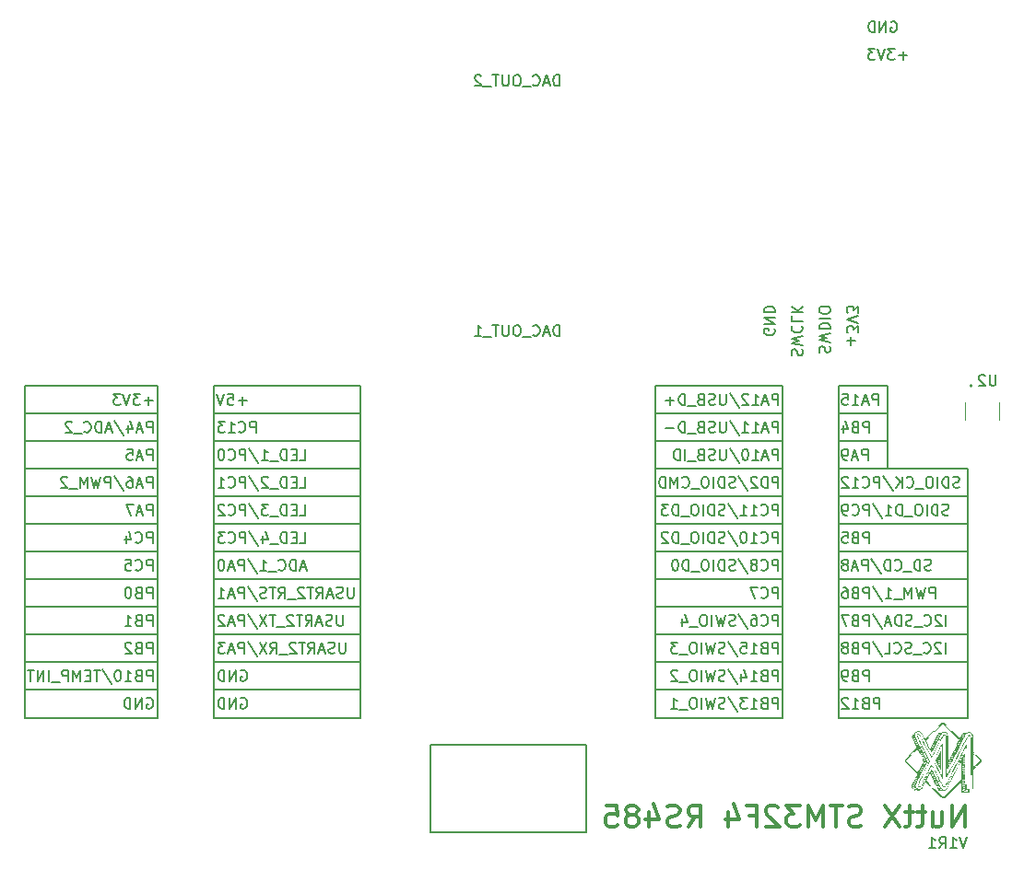
<source format=gbr>
%TF.GenerationSoftware,KiCad,Pcbnew,(6.0.7)*%
%TF.CreationDate,2022-10-04T16:49:08-03:00*%
%TF.ProjectId,Placa_Desenvolvimento_NuttX,506c6163-615f-4446-9573-656e766f6c76,rev?*%
%TF.SameCoordinates,Original*%
%TF.FileFunction,Legend,Bot*%
%TF.FilePolarity,Positive*%
%FSLAX46Y46*%
G04 Gerber Fmt 4.6, Leading zero omitted, Abs format (unit mm)*
G04 Created by KiCad (PCBNEW (6.0.7)) date 2022-10-04 16:49:08*
%MOMM*%
%LPD*%
G01*
G04 APERTURE LIST*
%ADD10C,0.150000*%
%ADD11C,0.200000*%
%ADD12C,0.300000*%
%ADD13C,0.120000*%
G04 APERTURE END LIST*
D10*
X131376000Y-99504000D02*
X131376000Y-130104000D01*
X170053000Y-122428000D02*
X158496000Y-122428000D01*
X152146000Y-132588000D02*
X152146000Y-140589000D01*
X112649000Y-117348000D02*
X100584000Y-117348000D01*
X117983000Y-127508000D02*
X131318000Y-127508000D01*
X170053000Y-107188000D02*
X158496000Y-107188000D01*
X117983000Y-122428000D02*
X131318000Y-122428000D01*
X137795000Y-132588000D02*
X152146000Y-132588000D01*
X179832000Y-107188000D02*
X187198000Y-107188000D01*
X175387000Y-112268000D02*
X187198000Y-112268000D01*
X117983000Y-117348000D02*
X131318000Y-117348000D01*
X117983000Y-114804000D02*
X131318000Y-114804000D01*
X117906000Y-130104000D02*
X131376000Y-130104000D01*
X175387000Y-119888000D02*
X187198000Y-119888000D01*
X170053000Y-117348000D02*
X158496000Y-117348000D01*
X170053000Y-112268000D02*
X158496000Y-112268000D01*
X175387000Y-122428000D02*
X187198000Y-122428000D01*
X137795000Y-140589000D02*
X137795000Y-132588000D01*
X117983000Y-102108000D02*
X131318000Y-102108000D01*
X117983000Y-104648000D02*
X131318000Y-104648000D01*
X175387000Y-127508000D02*
X187198000Y-127508000D01*
X152146000Y-140589000D02*
X137795000Y-140589000D01*
X170116000Y-99503000D02*
X158496000Y-99503000D01*
X170053000Y-104648000D02*
X158496000Y-104648000D01*
X175387000Y-109728000D02*
X187198000Y-109728000D01*
X170053000Y-119888000D02*
X158496000Y-119888000D01*
X179832000Y-104648000D02*
X175387000Y-104648000D01*
X179832000Y-107188000D02*
X175387000Y-107188000D01*
X112649000Y-109728000D02*
X100584000Y-109728000D01*
X117983000Y-107188000D02*
X131318000Y-107188000D01*
X170053000Y-127508000D02*
X158496000Y-127508000D01*
X112716000Y-130104000D02*
X100584000Y-130104000D01*
X179832000Y-99503000D02*
X179832000Y-107188000D01*
X175387000Y-124968000D02*
X187198000Y-124968000D01*
X175316000Y-130103000D02*
X187198000Y-130103000D01*
X158496000Y-99503000D02*
X158496000Y-130103000D01*
X112649000Y-112268000D02*
X100584000Y-112268000D01*
X117983000Y-119888000D02*
X131318000Y-119888000D01*
X117983000Y-112268000D02*
X131318000Y-112268000D01*
X175387000Y-114803000D02*
X187198000Y-114803000D01*
X112649000Y-127508000D02*
X100584000Y-127508000D01*
X117983000Y-124968000D02*
X131318000Y-124968000D01*
X112649000Y-102108000D02*
X100584000Y-102108000D01*
X187198000Y-107188000D02*
X187198000Y-130103000D01*
X100584000Y-130104000D02*
X100584000Y-99504000D01*
X170053000Y-109728000D02*
X158496000Y-109728000D01*
X179832000Y-99503000D02*
X175316000Y-99503000D01*
X112716000Y-99504000D02*
X100584000Y-99504000D01*
X112716000Y-130104000D02*
X112716000Y-99504000D01*
X112649000Y-104648000D02*
X100584000Y-104648000D01*
X179832000Y-102108000D02*
X175387000Y-102108000D01*
X112649000Y-114804000D02*
X100584000Y-114804000D01*
X112649000Y-107188000D02*
X100584000Y-107188000D01*
X170053000Y-124968000D02*
X158496000Y-124968000D01*
X170116000Y-130103000D02*
X158496000Y-130103000D01*
X117983000Y-109728000D02*
X131318000Y-109728000D01*
X170116000Y-130103000D02*
X170116000Y-99503000D01*
X112649000Y-119888000D02*
X100584000Y-119888000D01*
X170053000Y-114808000D02*
X158496000Y-114808000D01*
X170053000Y-102108000D02*
X158496000Y-102108000D01*
X112649000Y-124968000D02*
X100584000Y-124968000D01*
X175387000Y-117348000D02*
X187198000Y-117348000D01*
X117906000Y-99504000D02*
X131376000Y-99504000D01*
X175316000Y-130103000D02*
X175316000Y-99503000D01*
X117906000Y-130104000D02*
X117906000Y-99504000D01*
X112649000Y-122428000D02*
X100584000Y-122428000D01*
X169758666Y-124145380D02*
X169758666Y-123145380D01*
X169377714Y-123145380D01*
X169282476Y-123193000D01*
X169234857Y-123240619D01*
X169187238Y-123335857D01*
X169187238Y-123478714D01*
X169234857Y-123573952D01*
X169282476Y-123621571D01*
X169377714Y-123669190D01*
X169758666Y-123669190D01*
X168425333Y-123621571D02*
X168282476Y-123669190D01*
X168234857Y-123716809D01*
X168187238Y-123812047D01*
X168187238Y-123954904D01*
X168234857Y-124050142D01*
X168282476Y-124097761D01*
X168377714Y-124145380D01*
X168758666Y-124145380D01*
X168758666Y-123145380D01*
X168425333Y-123145380D01*
X168330095Y-123193000D01*
X168282476Y-123240619D01*
X168234857Y-123335857D01*
X168234857Y-123431095D01*
X168282476Y-123526333D01*
X168330095Y-123573952D01*
X168425333Y-123621571D01*
X168758666Y-123621571D01*
X167234857Y-124145380D02*
X167806285Y-124145380D01*
X167520571Y-124145380D02*
X167520571Y-123145380D01*
X167615809Y-123288238D01*
X167711047Y-123383476D01*
X167806285Y-123431095D01*
X166330095Y-123145380D02*
X166806285Y-123145380D01*
X166853905Y-123621571D01*
X166806285Y-123573952D01*
X166711047Y-123526333D01*
X166472952Y-123526333D01*
X166377714Y-123573952D01*
X166330095Y-123621571D01*
X166282476Y-123716809D01*
X166282476Y-123954904D01*
X166330095Y-124050142D01*
X166377714Y-124097761D01*
X166472952Y-124145380D01*
X166711047Y-124145380D01*
X166806285Y-124097761D01*
X166853905Y-124050142D01*
X165139619Y-123097761D02*
X165996762Y-124383476D01*
X164853905Y-124097761D02*
X164711047Y-124145380D01*
X164472952Y-124145380D01*
X164377714Y-124097761D01*
X164330095Y-124050142D01*
X164282476Y-123954904D01*
X164282476Y-123859666D01*
X164330095Y-123764428D01*
X164377714Y-123716809D01*
X164472952Y-123669190D01*
X164663428Y-123621571D01*
X164758666Y-123573952D01*
X164806285Y-123526333D01*
X164853905Y-123431095D01*
X164853905Y-123335857D01*
X164806285Y-123240619D01*
X164758666Y-123193000D01*
X164663428Y-123145380D01*
X164425333Y-123145380D01*
X164282476Y-123193000D01*
X163949143Y-123145380D02*
X163711047Y-124145380D01*
X163520571Y-123431095D01*
X163330095Y-124145380D01*
X163092000Y-123145380D01*
X162711047Y-124145380D02*
X162711047Y-123145380D01*
X162044381Y-123145380D02*
X161853905Y-123145380D01*
X161758666Y-123193000D01*
X161663428Y-123288238D01*
X161615809Y-123478714D01*
X161615809Y-123812047D01*
X161663428Y-124002523D01*
X161758666Y-124097761D01*
X161853905Y-124145380D01*
X162044381Y-124145380D01*
X162139619Y-124097761D01*
X162234857Y-124002523D01*
X162282476Y-123812047D01*
X162282476Y-123478714D01*
X162234857Y-123288238D01*
X162139619Y-123193000D01*
X162044381Y-123145380D01*
X161425333Y-124240619D02*
X160663428Y-124240619D01*
X160520571Y-123145380D02*
X159901524Y-123145380D01*
X160234857Y-123526333D01*
X160092000Y-123526333D01*
X159996762Y-123573952D01*
X159949143Y-123621571D01*
X159901524Y-123716809D01*
X159901524Y-123954904D01*
X159949143Y-124050142D01*
X159996762Y-124097761D01*
X160092000Y-124145380D01*
X160377714Y-124145380D01*
X160472952Y-124097761D01*
X160520571Y-124050142D01*
X112283714Y-111445380D02*
X112283714Y-110445380D01*
X111902762Y-110445380D01*
X111807524Y-110493000D01*
X111759905Y-110540619D01*
X111712286Y-110635857D01*
X111712286Y-110778714D01*
X111759905Y-110873952D01*
X111807524Y-110921571D01*
X111902762Y-110969190D01*
X112283714Y-110969190D01*
X111331333Y-111159666D02*
X110855143Y-111159666D01*
X111426571Y-111445380D02*
X111093238Y-110445380D01*
X110759905Y-111445380D01*
X110521809Y-110445380D02*
X109855143Y-110445380D01*
X110283714Y-111445380D01*
X171035238Y-96749904D02*
X170987619Y-96607047D01*
X170987619Y-96368952D01*
X171035238Y-96273714D01*
X171082857Y-96226095D01*
X171178095Y-96178476D01*
X171273333Y-96178476D01*
X171368571Y-96226095D01*
X171416190Y-96273714D01*
X171463809Y-96368952D01*
X171511428Y-96559428D01*
X171559047Y-96654666D01*
X171606666Y-96702285D01*
X171701904Y-96749904D01*
X171797142Y-96749904D01*
X171892380Y-96702285D01*
X171940000Y-96654666D01*
X171987619Y-96559428D01*
X171987619Y-96321333D01*
X171940000Y-96178476D01*
X171987619Y-95845142D02*
X170987619Y-95607047D01*
X171701904Y-95416571D01*
X170987619Y-95226095D01*
X171987619Y-94988000D01*
X171082857Y-94035619D02*
X171035238Y-94083238D01*
X170987619Y-94226095D01*
X170987619Y-94321333D01*
X171035238Y-94464190D01*
X171130476Y-94559428D01*
X171225714Y-94607047D01*
X171416190Y-94654666D01*
X171559047Y-94654666D01*
X171749523Y-94607047D01*
X171844761Y-94559428D01*
X171940000Y-94464190D01*
X171987619Y-94321333D01*
X171987619Y-94226095D01*
X171940000Y-94083238D01*
X171892380Y-94035619D01*
X170987619Y-93130857D02*
X170987619Y-93607047D01*
X171987619Y-93607047D01*
X170987619Y-92797523D02*
X171987619Y-92797523D01*
X170987619Y-92226095D02*
X171559047Y-92654666D01*
X171987619Y-92226095D02*
X171416190Y-92797523D01*
X125824476Y-111445380D02*
X126300666Y-111445380D01*
X126300666Y-110445380D01*
X125491142Y-110921571D02*
X125157809Y-110921571D01*
X125014952Y-111445380D02*
X125491142Y-111445380D01*
X125491142Y-110445380D01*
X125014952Y-110445380D01*
X124586380Y-111445380D02*
X124586380Y-110445380D01*
X124348285Y-110445380D01*
X124205428Y-110493000D01*
X124110190Y-110588238D01*
X124062571Y-110683476D01*
X124014952Y-110873952D01*
X124014952Y-111016809D01*
X124062571Y-111207285D01*
X124110190Y-111302523D01*
X124205428Y-111397761D01*
X124348285Y-111445380D01*
X124586380Y-111445380D01*
X123824476Y-111540619D02*
X123062571Y-111540619D01*
X122919714Y-110445380D02*
X122300666Y-110445380D01*
X122633999Y-110826333D01*
X122491142Y-110826333D01*
X122395904Y-110873952D01*
X122348285Y-110921571D01*
X122300666Y-111016809D01*
X122300666Y-111254904D01*
X122348285Y-111350142D01*
X122395904Y-111397761D01*
X122491142Y-111445380D01*
X122776856Y-111445380D01*
X122872095Y-111397761D01*
X122919714Y-111350142D01*
X121157809Y-110397761D02*
X122014952Y-111683476D01*
X120824476Y-111445380D02*
X120824476Y-110445380D01*
X120443523Y-110445380D01*
X120348285Y-110493000D01*
X120300666Y-110540619D01*
X120253047Y-110635857D01*
X120253047Y-110778714D01*
X120300666Y-110873952D01*
X120348285Y-110921571D01*
X120443523Y-110969190D01*
X120824476Y-110969190D01*
X119253047Y-111350142D02*
X119300666Y-111397761D01*
X119443523Y-111445380D01*
X119538761Y-111445380D01*
X119681618Y-111397761D01*
X119776856Y-111302523D01*
X119824476Y-111207285D01*
X119872095Y-111016809D01*
X119872095Y-110873952D01*
X119824476Y-110683476D01*
X119776856Y-110588238D01*
X119681618Y-110493000D01*
X119538761Y-110445380D01*
X119443523Y-110445380D01*
X119300666Y-110493000D01*
X119253047Y-110540619D01*
X118872095Y-110540619D02*
X118824476Y-110493000D01*
X118729237Y-110445380D01*
X118491142Y-110445380D01*
X118395904Y-110493000D01*
X118348285Y-110540619D01*
X118300666Y-110635857D01*
X118300666Y-110731095D01*
X118348285Y-110873952D01*
X118919714Y-111445380D01*
X118300666Y-111445380D01*
X169758666Y-103825380D02*
X169758666Y-102825380D01*
X169377714Y-102825380D01*
X169282476Y-102873000D01*
X169234857Y-102920619D01*
X169187238Y-103015857D01*
X169187238Y-103158714D01*
X169234857Y-103253952D01*
X169282476Y-103301571D01*
X169377714Y-103349190D01*
X169758666Y-103349190D01*
X168806285Y-103539666D02*
X168330095Y-103539666D01*
X168901523Y-103825380D02*
X168568190Y-102825380D01*
X168234857Y-103825380D01*
X167377714Y-103825380D02*
X167949142Y-103825380D01*
X167663428Y-103825380D02*
X167663428Y-102825380D01*
X167758666Y-102968238D01*
X167853904Y-103063476D01*
X167949142Y-103111095D01*
X166425333Y-103825380D02*
X166996761Y-103825380D01*
X166711047Y-103825380D02*
X166711047Y-102825380D01*
X166806285Y-102968238D01*
X166901523Y-103063476D01*
X166996761Y-103111095D01*
X165282476Y-102777761D02*
X166139619Y-104063476D01*
X164949142Y-102825380D02*
X164949142Y-103634904D01*
X164901523Y-103730142D01*
X164853904Y-103777761D01*
X164758666Y-103825380D01*
X164568190Y-103825380D01*
X164472952Y-103777761D01*
X164425333Y-103730142D01*
X164377714Y-103634904D01*
X164377714Y-102825380D01*
X163949142Y-103777761D02*
X163806285Y-103825380D01*
X163568190Y-103825380D01*
X163472952Y-103777761D01*
X163425333Y-103730142D01*
X163377714Y-103634904D01*
X163377714Y-103539666D01*
X163425333Y-103444428D01*
X163472952Y-103396809D01*
X163568190Y-103349190D01*
X163758666Y-103301571D01*
X163853904Y-103253952D01*
X163901523Y-103206333D01*
X163949142Y-103111095D01*
X163949142Y-103015857D01*
X163901523Y-102920619D01*
X163853904Y-102873000D01*
X163758666Y-102825380D01*
X163520571Y-102825380D01*
X163377714Y-102873000D01*
X162615809Y-103301571D02*
X162472952Y-103349190D01*
X162425333Y-103396809D01*
X162377714Y-103492047D01*
X162377714Y-103634904D01*
X162425333Y-103730142D01*
X162472952Y-103777761D01*
X162568190Y-103825380D01*
X162949142Y-103825380D01*
X162949142Y-102825380D01*
X162615809Y-102825380D01*
X162520571Y-102873000D01*
X162472952Y-102920619D01*
X162425333Y-103015857D01*
X162425333Y-103111095D01*
X162472952Y-103206333D01*
X162520571Y-103253952D01*
X162615809Y-103301571D01*
X162949142Y-103301571D01*
X162187238Y-103920619D02*
X161425333Y-103920619D01*
X161187238Y-103825380D02*
X161187238Y-102825380D01*
X160949142Y-102825380D01*
X160806285Y-102873000D01*
X160711047Y-102968238D01*
X160663428Y-103063476D01*
X160615809Y-103253952D01*
X160615809Y-103396809D01*
X160663428Y-103587285D01*
X160711047Y-103682523D01*
X160806285Y-103777761D01*
X160949142Y-103825380D01*
X161187238Y-103825380D01*
X160187238Y-103444428D02*
X159425333Y-103444428D01*
X185411047Y-111397761D02*
X185268190Y-111445380D01*
X185030095Y-111445380D01*
X184934857Y-111397761D01*
X184887238Y-111350142D01*
X184839619Y-111254904D01*
X184839619Y-111159666D01*
X184887238Y-111064428D01*
X184934857Y-111016809D01*
X185030095Y-110969190D01*
X185220571Y-110921571D01*
X185315809Y-110873952D01*
X185363428Y-110826333D01*
X185411047Y-110731095D01*
X185411047Y-110635857D01*
X185363428Y-110540619D01*
X185315809Y-110493000D01*
X185220571Y-110445380D01*
X184982476Y-110445380D01*
X184839619Y-110493000D01*
X184411047Y-111445380D02*
X184411047Y-110445380D01*
X184172952Y-110445380D01*
X184030095Y-110493000D01*
X183934857Y-110588238D01*
X183887238Y-110683476D01*
X183839619Y-110873952D01*
X183839619Y-111016809D01*
X183887238Y-111207285D01*
X183934857Y-111302523D01*
X184030095Y-111397761D01*
X184172952Y-111445380D01*
X184411047Y-111445380D01*
X183411047Y-111445380D02*
X183411047Y-110445380D01*
X182744381Y-110445380D02*
X182553905Y-110445380D01*
X182458666Y-110493000D01*
X182363428Y-110588238D01*
X182315809Y-110778714D01*
X182315809Y-111112047D01*
X182363428Y-111302523D01*
X182458666Y-111397761D01*
X182553905Y-111445380D01*
X182744381Y-111445380D01*
X182839619Y-111397761D01*
X182934857Y-111302523D01*
X182982476Y-111112047D01*
X182982476Y-110778714D01*
X182934857Y-110588238D01*
X182839619Y-110493000D01*
X182744381Y-110445380D01*
X182125333Y-111540619D02*
X181363428Y-111540619D01*
X181125333Y-111445380D02*
X181125333Y-110445380D01*
X180887238Y-110445380D01*
X180744381Y-110493000D01*
X180649143Y-110588238D01*
X180601524Y-110683476D01*
X180553905Y-110873952D01*
X180553905Y-111016809D01*
X180601524Y-111207285D01*
X180649143Y-111302523D01*
X180744381Y-111397761D01*
X180887238Y-111445380D01*
X181125333Y-111445380D01*
X179601524Y-111445380D02*
X180172952Y-111445380D01*
X179887238Y-111445380D02*
X179887238Y-110445380D01*
X179982476Y-110588238D01*
X180077714Y-110683476D01*
X180172952Y-110731095D01*
X178458666Y-110397761D02*
X179315809Y-111683476D01*
X178125333Y-111445380D02*
X178125333Y-110445380D01*
X177744381Y-110445380D01*
X177649143Y-110493000D01*
X177601524Y-110540619D01*
X177553905Y-110635857D01*
X177553905Y-110778714D01*
X177601524Y-110873952D01*
X177649143Y-110921571D01*
X177744381Y-110969190D01*
X178125333Y-110969190D01*
X176553905Y-111350142D02*
X176601524Y-111397761D01*
X176744381Y-111445380D01*
X176839619Y-111445380D01*
X176982476Y-111397761D01*
X177077714Y-111302523D01*
X177125333Y-111207285D01*
X177172952Y-111016809D01*
X177172952Y-110873952D01*
X177125333Y-110683476D01*
X177077714Y-110588238D01*
X176982476Y-110493000D01*
X176839619Y-110445380D01*
X176744381Y-110445380D01*
X176601524Y-110493000D01*
X176553905Y-110540619D01*
X176077714Y-111445380D02*
X175887238Y-111445380D01*
X175792000Y-111397761D01*
X175744381Y-111350142D01*
X175649143Y-111207285D01*
X175601524Y-111016809D01*
X175601524Y-110635857D01*
X175649143Y-110540619D01*
X175696762Y-110493000D01*
X175792000Y-110445380D01*
X175982476Y-110445380D01*
X176077714Y-110493000D01*
X176125333Y-110540619D01*
X176172952Y-110635857D01*
X176172952Y-110873952D01*
X176125333Y-110969190D01*
X176077714Y-111016809D01*
X175982476Y-111064428D01*
X175792000Y-111064428D01*
X175696762Y-111016809D01*
X175649143Y-110969190D01*
X175601524Y-110873952D01*
X112283714Y-124145380D02*
X112283714Y-123145380D01*
X111902761Y-123145380D01*
X111807523Y-123193000D01*
X111759904Y-123240619D01*
X111712285Y-123335857D01*
X111712285Y-123478714D01*
X111759904Y-123573952D01*
X111807523Y-123621571D01*
X111902761Y-123669190D01*
X112283714Y-123669190D01*
X110950380Y-123621571D02*
X110807523Y-123669190D01*
X110759904Y-123716809D01*
X110712285Y-123812047D01*
X110712285Y-123954904D01*
X110759904Y-124050142D01*
X110807523Y-124097761D01*
X110902761Y-124145380D01*
X111283714Y-124145380D01*
X111283714Y-123145380D01*
X110950380Y-123145380D01*
X110855142Y-123193000D01*
X110807523Y-123240619D01*
X110759904Y-123335857D01*
X110759904Y-123431095D01*
X110807523Y-123526333D01*
X110855142Y-123573952D01*
X110950380Y-123621571D01*
X111283714Y-123621571D01*
X110331333Y-123240619D02*
X110283714Y-123193000D01*
X110188476Y-123145380D01*
X109950380Y-123145380D01*
X109855142Y-123193000D01*
X109807523Y-123240619D01*
X109759904Y-123335857D01*
X109759904Y-123431095D01*
X109807523Y-123573952D01*
X110378952Y-124145380D01*
X109759904Y-124145380D01*
X169758666Y-121605380D02*
X169758666Y-120605380D01*
X169377714Y-120605380D01*
X169282475Y-120653000D01*
X169234856Y-120700619D01*
X169187237Y-120795857D01*
X169187237Y-120938714D01*
X169234856Y-121033952D01*
X169282475Y-121081571D01*
X169377714Y-121129190D01*
X169758666Y-121129190D01*
X168187237Y-121510142D02*
X168234856Y-121557761D01*
X168377714Y-121605380D01*
X168472952Y-121605380D01*
X168615809Y-121557761D01*
X168711047Y-121462523D01*
X168758666Y-121367285D01*
X168806285Y-121176809D01*
X168806285Y-121033952D01*
X168758666Y-120843476D01*
X168711047Y-120748238D01*
X168615809Y-120653000D01*
X168472952Y-120605380D01*
X168377714Y-120605380D01*
X168234856Y-120653000D01*
X168187237Y-120700619D01*
X167330095Y-120605380D02*
X167520571Y-120605380D01*
X167615809Y-120653000D01*
X167663428Y-120700619D01*
X167758666Y-120843476D01*
X167806285Y-121033952D01*
X167806285Y-121414904D01*
X167758666Y-121510142D01*
X167711047Y-121557761D01*
X167615809Y-121605380D01*
X167425333Y-121605380D01*
X167330095Y-121557761D01*
X167282475Y-121510142D01*
X167234856Y-121414904D01*
X167234856Y-121176809D01*
X167282475Y-121081571D01*
X167330095Y-121033952D01*
X167425333Y-120986333D01*
X167615809Y-120986333D01*
X167711047Y-121033952D01*
X167758666Y-121081571D01*
X167806285Y-121176809D01*
X166091999Y-120557761D02*
X166949142Y-121843476D01*
X165806285Y-121557761D02*
X165663428Y-121605380D01*
X165425333Y-121605380D01*
X165330095Y-121557761D01*
X165282475Y-121510142D01*
X165234856Y-121414904D01*
X165234856Y-121319666D01*
X165282475Y-121224428D01*
X165330095Y-121176809D01*
X165425333Y-121129190D01*
X165615809Y-121081571D01*
X165711047Y-121033952D01*
X165758666Y-120986333D01*
X165806285Y-120891095D01*
X165806285Y-120795857D01*
X165758666Y-120700619D01*
X165711047Y-120653000D01*
X165615809Y-120605380D01*
X165377714Y-120605380D01*
X165234856Y-120653000D01*
X164901523Y-120605380D02*
X164663428Y-121605380D01*
X164472952Y-120891095D01*
X164282475Y-121605380D01*
X164044380Y-120605380D01*
X163663428Y-121605380D02*
X163663428Y-120605380D01*
X162996761Y-120605380D02*
X162806285Y-120605380D01*
X162711047Y-120653000D01*
X162615809Y-120748238D01*
X162568190Y-120938714D01*
X162568190Y-121272047D01*
X162615809Y-121462523D01*
X162711047Y-121557761D01*
X162806285Y-121605380D01*
X162996761Y-121605380D01*
X163091999Y-121557761D01*
X163187237Y-121462523D01*
X163234856Y-121272047D01*
X163234856Y-120938714D01*
X163187237Y-120748238D01*
X163091999Y-120653000D01*
X162996761Y-120605380D01*
X162377714Y-121700619D02*
X161615809Y-121700619D01*
X160949142Y-120938714D02*
X160949142Y-121605380D01*
X161187237Y-120557761D02*
X161425333Y-121272047D01*
X160806285Y-121272047D01*
X173575238Y-96464190D02*
X173527619Y-96321333D01*
X173527619Y-96083238D01*
X173575238Y-95988000D01*
X173622857Y-95940381D01*
X173718095Y-95892762D01*
X173813333Y-95892762D01*
X173908571Y-95940381D01*
X173956190Y-95988000D01*
X174003809Y-96083238D01*
X174051428Y-96273714D01*
X174099047Y-96368952D01*
X174146666Y-96416571D01*
X174241904Y-96464190D01*
X174337142Y-96464190D01*
X174432380Y-96416571D01*
X174480000Y-96368952D01*
X174527619Y-96273714D01*
X174527619Y-96035619D01*
X174480000Y-95892762D01*
X174527619Y-95559428D02*
X173527619Y-95321333D01*
X174241904Y-95130857D01*
X173527619Y-94940381D01*
X174527619Y-94702285D01*
X173527619Y-94321333D02*
X174527619Y-94321333D01*
X174527619Y-94083238D01*
X174480000Y-93940381D01*
X174384761Y-93845143D01*
X174289523Y-93797523D01*
X174099047Y-93749904D01*
X173956190Y-93749904D01*
X173765714Y-93797523D01*
X173670476Y-93845143D01*
X173575238Y-93940381D01*
X173527619Y-94083238D01*
X173527619Y-94321333D01*
X173527619Y-93321333D02*
X174527619Y-93321333D01*
X174527619Y-92654666D02*
X174527619Y-92464190D01*
X174480000Y-92368952D01*
X174384761Y-92273714D01*
X174194285Y-92226095D01*
X173860952Y-92226095D01*
X173670476Y-92273714D01*
X173575238Y-92368952D01*
X173527619Y-92464190D01*
X173527619Y-92654666D01*
X173575238Y-92749904D01*
X173670476Y-92845143D01*
X173860952Y-92892762D01*
X174194285Y-92892762D01*
X174384761Y-92845143D01*
X174480000Y-92749904D01*
X174527619Y-92654666D01*
X112283714Y-100904428D02*
X111521810Y-100904428D01*
X111902762Y-101285380D02*
X111902762Y-100523476D01*
X111140857Y-100285380D02*
X110521810Y-100285380D01*
X110855143Y-100666333D01*
X110712286Y-100666333D01*
X110617048Y-100713952D01*
X110569429Y-100761571D01*
X110521810Y-100856809D01*
X110521810Y-101094904D01*
X110569429Y-101190142D01*
X110617048Y-101237761D01*
X110712286Y-101285380D01*
X110998000Y-101285380D01*
X111093238Y-101237761D01*
X111140857Y-101190142D01*
X110236095Y-100285380D02*
X109902762Y-101285380D01*
X109569429Y-100285380D01*
X109331333Y-100285380D02*
X108712286Y-100285380D01*
X109045619Y-100666333D01*
X108902762Y-100666333D01*
X108807524Y-100713952D01*
X108759905Y-100761571D01*
X108712286Y-100856809D01*
X108712286Y-101094904D01*
X108759905Y-101190142D01*
X108807524Y-101237761D01*
X108902762Y-101285380D01*
X109188476Y-101285380D01*
X109283714Y-101237761D01*
X109331333Y-101190142D01*
X129776857Y-120605380D02*
X129776857Y-121414904D01*
X129729238Y-121510142D01*
X129681619Y-121557761D01*
X129586381Y-121605380D01*
X129395905Y-121605380D01*
X129300667Y-121557761D01*
X129253048Y-121510142D01*
X129205429Y-121414904D01*
X129205429Y-120605380D01*
X128776857Y-121557761D02*
X128634000Y-121605380D01*
X128395905Y-121605380D01*
X128300667Y-121557761D01*
X128253048Y-121510142D01*
X128205429Y-121414904D01*
X128205429Y-121319666D01*
X128253048Y-121224428D01*
X128300667Y-121176809D01*
X128395905Y-121129190D01*
X128586381Y-121081571D01*
X128681619Y-121033952D01*
X128729238Y-120986333D01*
X128776857Y-120891095D01*
X128776857Y-120795857D01*
X128729238Y-120700619D01*
X128681619Y-120653000D01*
X128586381Y-120605380D01*
X128348286Y-120605380D01*
X128205429Y-120653000D01*
X127824476Y-121319666D02*
X127348286Y-121319666D01*
X127919714Y-121605380D02*
X127586381Y-120605380D01*
X127253048Y-121605380D01*
X126348286Y-121605380D02*
X126681619Y-121129190D01*
X126919714Y-121605380D02*
X126919714Y-120605380D01*
X126538762Y-120605380D01*
X126443524Y-120653000D01*
X126395905Y-120700619D01*
X126348286Y-120795857D01*
X126348286Y-120938714D01*
X126395905Y-121033952D01*
X126443524Y-121081571D01*
X126538762Y-121129190D01*
X126919714Y-121129190D01*
X126062572Y-120605380D02*
X125491143Y-120605380D01*
X125776857Y-121605380D02*
X125776857Y-120605380D01*
X125205429Y-120700619D02*
X125157810Y-120653000D01*
X125062572Y-120605380D01*
X124824476Y-120605380D01*
X124729238Y-120653000D01*
X124681619Y-120700619D01*
X124634000Y-120795857D01*
X124634000Y-120891095D01*
X124681619Y-121033952D01*
X125253048Y-121605380D01*
X124634000Y-121605380D01*
X124443524Y-121700619D02*
X123681619Y-121700619D01*
X123586381Y-120605380D02*
X123014952Y-120605380D01*
X123300667Y-121605380D02*
X123300667Y-120605380D01*
X122776857Y-120605380D02*
X122110191Y-121605380D01*
X122110191Y-120605380D02*
X122776857Y-121605380D01*
X121014952Y-120557761D02*
X121872095Y-121843476D01*
X120681619Y-121605380D02*
X120681619Y-120605380D01*
X120300667Y-120605380D01*
X120205429Y-120653000D01*
X120157810Y-120700619D01*
X120110191Y-120795857D01*
X120110191Y-120938714D01*
X120157810Y-121033952D01*
X120205429Y-121081571D01*
X120300667Y-121129190D01*
X120681619Y-121129190D01*
X119729238Y-121319666D02*
X119253048Y-121319666D01*
X119824476Y-121605380D02*
X119491143Y-120605380D01*
X119157810Y-121605380D01*
X118872095Y-120700619D02*
X118824476Y-120653000D01*
X118729238Y-120605380D01*
X118491143Y-120605380D01*
X118395905Y-120653000D01*
X118348286Y-120700619D01*
X118300667Y-120795857D01*
X118300667Y-120891095D01*
X118348286Y-121033952D01*
X118919714Y-121605380D01*
X118300667Y-121605380D01*
X121776857Y-103825380D02*
X121776857Y-102825380D01*
X121395905Y-102825380D01*
X121300667Y-102873000D01*
X121253048Y-102920619D01*
X121205429Y-103015857D01*
X121205429Y-103158714D01*
X121253048Y-103253952D01*
X121300667Y-103301571D01*
X121395905Y-103349190D01*
X121776857Y-103349190D01*
X120205429Y-103730142D02*
X120253048Y-103777761D01*
X120395905Y-103825380D01*
X120491143Y-103825380D01*
X120634000Y-103777761D01*
X120729238Y-103682523D01*
X120776857Y-103587285D01*
X120824476Y-103396809D01*
X120824476Y-103253952D01*
X120776857Y-103063476D01*
X120729238Y-102968238D01*
X120634000Y-102873000D01*
X120491143Y-102825380D01*
X120395905Y-102825380D01*
X120253048Y-102873000D01*
X120205429Y-102920619D01*
X119253048Y-103825380D02*
X119824476Y-103825380D01*
X119538762Y-103825380D02*
X119538762Y-102825380D01*
X119634000Y-102968238D01*
X119729238Y-103063476D01*
X119824476Y-103111095D01*
X118919714Y-102825380D02*
X118300667Y-102825380D01*
X118634000Y-103206333D01*
X118491143Y-103206333D01*
X118395905Y-103253952D01*
X118348286Y-103301571D01*
X118300667Y-103396809D01*
X118300667Y-103634904D01*
X118348286Y-103730142D01*
X118395905Y-103777761D01*
X118491143Y-103825380D01*
X118776857Y-103825380D01*
X118872095Y-103777761D01*
X118919714Y-103730142D01*
X169758666Y-129225380D02*
X169758666Y-128225380D01*
X169377714Y-128225380D01*
X169282476Y-128273000D01*
X169234857Y-128320619D01*
X169187238Y-128415857D01*
X169187238Y-128558714D01*
X169234857Y-128653952D01*
X169282476Y-128701571D01*
X169377714Y-128749190D01*
X169758666Y-128749190D01*
X168425333Y-128701571D02*
X168282476Y-128749190D01*
X168234857Y-128796809D01*
X168187238Y-128892047D01*
X168187238Y-129034904D01*
X168234857Y-129130142D01*
X168282476Y-129177761D01*
X168377714Y-129225380D01*
X168758666Y-129225380D01*
X168758666Y-128225380D01*
X168425333Y-128225380D01*
X168330095Y-128273000D01*
X168282476Y-128320619D01*
X168234857Y-128415857D01*
X168234857Y-128511095D01*
X168282476Y-128606333D01*
X168330095Y-128653952D01*
X168425333Y-128701571D01*
X168758666Y-128701571D01*
X167234857Y-129225380D02*
X167806285Y-129225380D01*
X167520571Y-129225380D02*
X167520571Y-128225380D01*
X167615809Y-128368238D01*
X167711047Y-128463476D01*
X167806285Y-128511095D01*
X166901524Y-128225380D02*
X166282476Y-128225380D01*
X166615809Y-128606333D01*
X166472952Y-128606333D01*
X166377714Y-128653952D01*
X166330095Y-128701571D01*
X166282476Y-128796809D01*
X166282476Y-129034904D01*
X166330095Y-129130142D01*
X166377714Y-129177761D01*
X166472952Y-129225380D01*
X166758666Y-129225380D01*
X166853905Y-129177761D01*
X166901524Y-129130142D01*
X165139619Y-128177761D02*
X165996762Y-129463476D01*
X164853905Y-129177761D02*
X164711047Y-129225380D01*
X164472952Y-129225380D01*
X164377714Y-129177761D01*
X164330095Y-129130142D01*
X164282476Y-129034904D01*
X164282476Y-128939666D01*
X164330095Y-128844428D01*
X164377714Y-128796809D01*
X164472952Y-128749190D01*
X164663428Y-128701571D01*
X164758666Y-128653952D01*
X164806285Y-128606333D01*
X164853905Y-128511095D01*
X164853905Y-128415857D01*
X164806285Y-128320619D01*
X164758666Y-128273000D01*
X164663428Y-128225380D01*
X164425333Y-128225380D01*
X164282476Y-128273000D01*
X163949143Y-128225380D02*
X163711047Y-129225380D01*
X163520571Y-128511095D01*
X163330095Y-129225380D01*
X163092000Y-128225380D01*
X162711047Y-129225380D02*
X162711047Y-128225380D01*
X162044381Y-128225380D02*
X161853905Y-128225380D01*
X161758666Y-128273000D01*
X161663428Y-128368238D01*
X161615809Y-128558714D01*
X161615809Y-128892047D01*
X161663428Y-129082523D01*
X161758666Y-129177761D01*
X161853905Y-129225380D01*
X162044381Y-129225380D01*
X162139619Y-129177761D01*
X162234857Y-129082523D01*
X162282476Y-128892047D01*
X162282476Y-128558714D01*
X162234857Y-128368238D01*
X162139619Y-128273000D01*
X162044381Y-128225380D01*
X161425333Y-129320619D02*
X160663428Y-129320619D01*
X159901524Y-129225380D02*
X160472952Y-129225380D01*
X160187238Y-129225380D02*
X160187238Y-128225380D01*
X160282476Y-128368238D01*
X160377714Y-128463476D01*
X160472952Y-128511095D01*
X112283714Y-126685380D02*
X112283714Y-125685380D01*
X111902762Y-125685380D01*
X111807524Y-125733000D01*
X111759905Y-125780619D01*
X111712286Y-125875857D01*
X111712286Y-126018714D01*
X111759905Y-126113952D01*
X111807524Y-126161571D01*
X111902762Y-126209190D01*
X112283714Y-126209190D01*
X110950381Y-126161571D02*
X110807524Y-126209190D01*
X110759905Y-126256809D01*
X110712286Y-126352047D01*
X110712286Y-126494904D01*
X110759905Y-126590142D01*
X110807524Y-126637761D01*
X110902762Y-126685380D01*
X111283714Y-126685380D01*
X111283714Y-125685380D01*
X110950381Y-125685380D01*
X110855143Y-125733000D01*
X110807524Y-125780619D01*
X110759905Y-125875857D01*
X110759905Y-125971095D01*
X110807524Y-126066333D01*
X110855143Y-126113952D01*
X110950381Y-126161571D01*
X111283714Y-126161571D01*
X109759905Y-126685380D02*
X110331333Y-126685380D01*
X110045619Y-126685380D02*
X110045619Y-125685380D01*
X110140857Y-125828238D01*
X110236095Y-125923476D01*
X110331333Y-125971095D01*
X109140857Y-125685380D02*
X109045619Y-125685380D01*
X108950381Y-125733000D01*
X108902762Y-125780619D01*
X108855143Y-125875857D01*
X108807524Y-126066333D01*
X108807524Y-126304428D01*
X108855143Y-126494904D01*
X108902762Y-126590142D01*
X108950381Y-126637761D01*
X109045619Y-126685380D01*
X109140857Y-126685380D01*
X109236095Y-126637761D01*
X109283714Y-126590142D01*
X109331333Y-126494904D01*
X109378952Y-126304428D01*
X109378952Y-126066333D01*
X109331333Y-125875857D01*
X109283714Y-125780619D01*
X109236095Y-125733000D01*
X109140857Y-125685380D01*
X107664667Y-125637761D02*
X108521809Y-126923476D01*
X107474190Y-125685380D02*
X106902762Y-125685380D01*
X107188476Y-126685380D02*
X107188476Y-125685380D01*
X106569428Y-126161571D02*
X106236095Y-126161571D01*
X106093238Y-126685380D02*
X106569428Y-126685380D01*
X106569428Y-125685380D01*
X106093238Y-125685380D01*
X105664667Y-126685380D02*
X105664667Y-125685380D01*
X105331333Y-126399666D01*
X104998000Y-125685380D01*
X104998000Y-126685380D01*
X104521809Y-126685380D02*
X104521809Y-125685380D01*
X104140857Y-125685380D01*
X104045619Y-125733000D01*
X103998000Y-125780619D01*
X103950381Y-125875857D01*
X103950381Y-126018714D01*
X103998000Y-126113952D01*
X104045619Y-126161571D01*
X104140857Y-126209190D01*
X104521809Y-126209190D01*
X103759905Y-126780619D02*
X102998000Y-126780619D01*
X102759905Y-126685380D02*
X102759905Y-125685380D01*
X102283714Y-126685380D02*
X102283714Y-125685380D01*
X101712286Y-126685380D01*
X101712286Y-125685380D01*
X101378952Y-125685380D02*
X100807524Y-125685380D01*
X101093238Y-126685380D02*
X101093238Y-125685380D01*
X178125333Y-126685380D02*
X178125333Y-125685380D01*
X177744380Y-125685380D01*
X177649142Y-125733000D01*
X177601523Y-125780619D01*
X177553904Y-125875857D01*
X177553904Y-126018714D01*
X177601523Y-126113952D01*
X177649142Y-126161571D01*
X177744380Y-126209190D01*
X178125333Y-126209190D01*
X176791999Y-126161571D02*
X176649142Y-126209190D01*
X176601523Y-126256809D01*
X176553904Y-126352047D01*
X176553904Y-126494904D01*
X176601523Y-126590142D01*
X176649142Y-126637761D01*
X176744380Y-126685380D01*
X177125333Y-126685380D01*
X177125333Y-125685380D01*
X176791999Y-125685380D01*
X176696761Y-125733000D01*
X176649142Y-125780619D01*
X176601523Y-125875857D01*
X176601523Y-125971095D01*
X176649142Y-126066333D01*
X176696761Y-126113952D01*
X176791999Y-126161571D01*
X177125333Y-126161571D01*
X176077714Y-126685380D02*
X175887238Y-126685380D01*
X175791999Y-126637761D01*
X175744380Y-126590142D01*
X175649142Y-126447285D01*
X175601523Y-126256809D01*
X175601523Y-125875857D01*
X175649142Y-125780619D01*
X175696761Y-125733000D01*
X175791999Y-125685380D01*
X175982476Y-125685380D01*
X176077714Y-125733000D01*
X176125333Y-125780619D01*
X176172952Y-125875857D01*
X176172952Y-126113952D01*
X176125333Y-126209190D01*
X176077714Y-126256809D01*
X175982476Y-126304428D01*
X175791999Y-126304428D01*
X175696761Y-126256809D01*
X175649142Y-126209190D01*
X175601523Y-126113952D01*
X149653142Y-94940380D02*
X149653142Y-93940380D01*
X149415047Y-93940380D01*
X149272190Y-93988000D01*
X149176952Y-94083238D01*
X149129333Y-94178476D01*
X149081714Y-94368952D01*
X149081714Y-94511809D01*
X149129333Y-94702285D01*
X149176952Y-94797523D01*
X149272190Y-94892761D01*
X149415047Y-94940380D01*
X149653142Y-94940380D01*
X148700761Y-94654666D02*
X148224571Y-94654666D01*
X148796000Y-94940380D02*
X148462666Y-93940380D01*
X148129333Y-94940380D01*
X147224571Y-94845142D02*
X147272190Y-94892761D01*
X147415047Y-94940380D01*
X147510285Y-94940380D01*
X147653142Y-94892761D01*
X147748380Y-94797523D01*
X147796000Y-94702285D01*
X147843619Y-94511809D01*
X147843619Y-94368952D01*
X147796000Y-94178476D01*
X147748380Y-94083238D01*
X147653142Y-93988000D01*
X147510285Y-93940380D01*
X147415047Y-93940380D01*
X147272190Y-93988000D01*
X147224571Y-94035619D01*
X147034095Y-95035619D02*
X146272190Y-95035619D01*
X145843619Y-93940380D02*
X145653142Y-93940380D01*
X145557904Y-93988000D01*
X145462666Y-94083238D01*
X145415047Y-94273714D01*
X145415047Y-94607047D01*
X145462666Y-94797523D01*
X145557904Y-94892761D01*
X145653142Y-94940380D01*
X145843619Y-94940380D01*
X145938857Y-94892761D01*
X146034095Y-94797523D01*
X146081714Y-94607047D01*
X146081714Y-94273714D01*
X146034095Y-94083238D01*
X145938857Y-93988000D01*
X145843619Y-93940380D01*
X144986476Y-93940380D02*
X144986476Y-94749904D01*
X144938857Y-94845142D01*
X144891238Y-94892761D01*
X144796000Y-94940380D01*
X144605523Y-94940380D01*
X144510285Y-94892761D01*
X144462666Y-94845142D01*
X144415047Y-94749904D01*
X144415047Y-93940380D01*
X144081714Y-93940380D02*
X143510285Y-93940380D01*
X143796000Y-94940380D02*
X143796000Y-93940380D01*
X143415047Y-95035619D02*
X142653142Y-95035619D01*
X141891238Y-94940380D02*
X142462666Y-94940380D01*
X142176952Y-94940380D02*
X142176952Y-93940380D01*
X142272190Y-94083238D01*
X142367428Y-94178476D01*
X142462666Y-94226095D01*
X112283714Y-116525380D02*
X112283714Y-115525380D01*
X111902761Y-115525380D01*
X111807523Y-115573000D01*
X111759904Y-115620619D01*
X111712285Y-115715857D01*
X111712285Y-115858714D01*
X111759904Y-115953952D01*
X111807523Y-116001571D01*
X111902761Y-116049190D01*
X112283714Y-116049190D01*
X110712285Y-116430142D02*
X110759904Y-116477761D01*
X110902761Y-116525380D01*
X110997999Y-116525380D01*
X111140857Y-116477761D01*
X111236095Y-116382523D01*
X111283714Y-116287285D01*
X111331333Y-116096809D01*
X111331333Y-115953952D01*
X111283714Y-115763476D01*
X111236095Y-115668238D01*
X111140857Y-115573000D01*
X110997999Y-115525380D01*
X110902761Y-115525380D01*
X110759904Y-115573000D01*
X110712285Y-115620619D01*
X109807523Y-115525380D02*
X110283714Y-115525380D01*
X110331333Y-116001571D01*
X110283714Y-115953952D01*
X110188476Y-115906333D01*
X109950380Y-115906333D01*
X109855142Y-115953952D01*
X109807523Y-116001571D01*
X109759904Y-116096809D01*
X109759904Y-116334904D01*
X109807523Y-116430142D01*
X109855142Y-116477761D01*
X109950380Y-116525380D01*
X110188476Y-116525380D01*
X110283714Y-116477761D01*
X110331333Y-116430142D01*
X185172952Y-121605380D02*
X185172952Y-120605380D01*
X184744381Y-120700619D02*
X184696762Y-120653000D01*
X184601524Y-120605380D01*
X184363428Y-120605380D01*
X184268190Y-120653000D01*
X184220571Y-120700619D01*
X184172952Y-120795857D01*
X184172952Y-120891095D01*
X184220571Y-121033952D01*
X184792000Y-121605380D01*
X184172952Y-121605380D01*
X183172952Y-121510142D02*
X183220571Y-121557761D01*
X183363428Y-121605380D01*
X183458667Y-121605380D01*
X183601524Y-121557761D01*
X183696762Y-121462523D01*
X183744381Y-121367285D01*
X183792000Y-121176809D01*
X183792000Y-121033952D01*
X183744381Y-120843476D01*
X183696762Y-120748238D01*
X183601524Y-120653000D01*
X183458667Y-120605380D01*
X183363428Y-120605380D01*
X183220571Y-120653000D01*
X183172952Y-120700619D01*
X182982476Y-121700619D02*
X182220571Y-121700619D01*
X182030095Y-121557761D02*
X181887238Y-121605380D01*
X181649143Y-121605380D01*
X181553905Y-121557761D01*
X181506286Y-121510142D01*
X181458667Y-121414904D01*
X181458667Y-121319666D01*
X181506286Y-121224428D01*
X181553905Y-121176809D01*
X181649143Y-121129190D01*
X181839619Y-121081571D01*
X181934857Y-121033952D01*
X181982476Y-120986333D01*
X182030095Y-120891095D01*
X182030095Y-120795857D01*
X181982476Y-120700619D01*
X181934857Y-120653000D01*
X181839619Y-120605380D01*
X181601524Y-120605380D01*
X181458667Y-120653000D01*
X181030095Y-121605380D02*
X181030095Y-120605380D01*
X180792000Y-120605380D01*
X180649143Y-120653000D01*
X180553905Y-120748238D01*
X180506286Y-120843476D01*
X180458667Y-121033952D01*
X180458667Y-121176809D01*
X180506286Y-121367285D01*
X180553905Y-121462523D01*
X180649143Y-121557761D01*
X180792000Y-121605380D01*
X181030095Y-121605380D01*
X180077714Y-121319666D02*
X179601524Y-121319666D01*
X180172952Y-121605380D02*
X179839619Y-120605380D01*
X179506286Y-121605380D01*
X178458667Y-120557761D02*
X179315809Y-121843476D01*
X178125333Y-121605380D02*
X178125333Y-120605380D01*
X177744381Y-120605380D01*
X177649143Y-120653000D01*
X177601524Y-120700619D01*
X177553905Y-120795857D01*
X177553905Y-120938714D01*
X177601524Y-121033952D01*
X177649143Y-121081571D01*
X177744381Y-121129190D01*
X178125333Y-121129190D01*
X176792000Y-121081571D02*
X176649143Y-121129190D01*
X176601524Y-121176809D01*
X176553905Y-121272047D01*
X176553905Y-121414904D01*
X176601524Y-121510142D01*
X176649143Y-121557761D01*
X176744381Y-121605380D01*
X177125333Y-121605380D01*
X177125333Y-120605380D01*
X176792000Y-120605380D01*
X176696762Y-120653000D01*
X176649143Y-120700619D01*
X176601524Y-120795857D01*
X176601524Y-120891095D01*
X176649143Y-120986333D01*
X176696762Y-121033952D01*
X176792000Y-121081571D01*
X177125333Y-121081571D01*
X176220571Y-120605380D02*
X175553905Y-120605380D01*
X175982476Y-121605380D01*
X177982476Y-106365380D02*
X177982476Y-105365380D01*
X177601524Y-105365380D01*
X177506286Y-105413000D01*
X177458667Y-105460619D01*
X177411048Y-105555857D01*
X177411048Y-105698714D01*
X177458667Y-105793952D01*
X177506286Y-105841571D01*
X177601524Y-105889190D01*
X177982476Y-105889190D01*
X177030095Y-106079666D02*
X176553905Y-106079666D01*
X177125333Y-106365380D02*
X176792000Y-105365380D01*
X176458667Y-106365380D01*
X176077714Y-106365380D02*
X175887238Y-106365380D01*
X175792000Y-106317761D01*
X175744381Y-106270142D01*
X175649143Y-106127285D01*
X175601524Y-105936809D01*
X175601524Y-105555857D01*
X175649143Y-105460619D01*
X175696762Y-105413000D01*
X175792000Y-105365380D01*
X175982476Y-105365380D01*
X176077714Y-105413000D01*
X176125333Y-105460619D01*
X176172952Y-105555857D01*
X176172952Y-105793952D01*
X176125333Y-105889190D01*
X176077714Y-105936809D01*
X175982476Y-105984428D01*
X175792000Y-105984428D01*
X175696762Y-105936809D01*
X175649143Y-105889190D01*
X175601524Y-105793952D01*
X169758666Y-126685380D02*
X169758666Y-125685380D01*
X169377714Y-125685380D01*
X169282476Y-125733000D01*
X169234857Y-125780619D01*
X169187238Y-125875857D01*
X169187238Y-126018714D01*
X169234857Y-126113952D01*
X169282476Y-126161571D01*
X169377714Y-126209190D01*
X169758666Y-126209190D01*
X168425333Y-126161571D02*
X168282476Y-126209190D01*
X168234857Y-126256809D01*
X168187238Y-126352047D01*
X168187238Y-126494904D01*
X168234857Y-126590142D01*
X168282476Y-126637761D01*
X168377714Y-126685380D01*
X168758666Y-126685380D01*
X168758666Y-125685380D01*
X168425333Y-125685380D01*
X168330095Y-125733000D01*
X168282476Y-125780619D01*
X168234857Y-125875857D01*
X168234857Y-125971095D01*
X168282476Y-126066333D01*
X168330095Y-126113952D01*
X168425333Y-126161571D01*
X168758666Y-126161571D01*
X167234857Y-126685380D02*
X167806285Y-126685380D01*
X167520571Y-126685380D02*
X167520571Y-125685380D01*
X167615809Y-125828238D01*
X167711047Y-125923476D01*
X167806285Y-125971095D01*
X166377714Y-126018714D02*
X166377714Y-126685380D01*
X166615809Y-125637761D02*
X166853905Y-126352047D01*
X166234857Y-126352047D01*
X165139619Y-125637761D02*
X165996762Y-126923476D01*
X164853905Y-126637761D02*
X164711047Y-126685380D01*
X164472952Y-126685380D01*
X164377714Y-126637761D01*
X164330095Y-126590142D01*
X164282476Y-126494904D01*
X164282476Y-126399666D01*
X164330095Y-126304428D01*
X164377714Y-126256809D01*
X164472952Y-126209190D01*
X164663428Y-126161571D01*
X164758666Y-126113952D01*
X164806285Y-126066333D01*
X164853905Y-125971095D01*
X164853905Y-125875857D01*
X164806285Y-125780619D01*
X164758666Y-125733000D01*
X164663428Y-125685380D01*
X164425333Y-125685380D01*
X164282476Y-125733000D01*
X163949143Y-125685380D02*
X163711047Y-126685380D01*
X163520571Y-125971095D01*
X163330095Y-126685380D01*
X163092000Y-125685380D01*
X162711047Y-126685380D02*
X162711047Y-125685380D01*
X162044381Y-125685380D02*
X161853905Y-125685380D01*
X161758666Y-125733000D01*
X161663428Y-125828238D01*
X161615809Y-126018714D01*
X161615809Y-126352047D01*
X161663428Y-126542523D01*
X161758666Y-126637761D01*
X161853905Y-126685380D01*
X162044381Y-126685380D01*
X162139619Y-126637761D01*
X162234857Y-126542523D01*
X162282476Y-126352047D01*
X162282476Y-126018714D01*
X162234857Y-125828238D01*
X162139619Y-125733000D01*
X162044381Y-125685380D01*
X161425333Y-126780619D02*
X160663428Y-126780619D01*
X160472952Y-125780619D02*
X160425333Y-125733000D01*
X160330095Y-125685380D01*
X160092000Y-125685380D01*
X159996762Y-125733000D01*
X159949143Y-125780619D01*
X159901524Y-125875857D01*
X159901524Y-125971095D01*
X159949143Y-126113952D01*
X160520571Y-126685380D01*
X159901524Y-126685380D01*
X169758666Y-116525380D02*
X169758666Y-115525380D01*
X169377714Y-115525380D01*
X169282476Y-115573000D01*
X169234857Y-115620619D01*
X169187238Y-115715857D01*
X169187238Y-115858714D01*
X169234857Y-115953952D01*
X169282476Y-116001571D01*
X169377714Y-116049190D01*
X169758666Y-116049190D01*
X168187238Y-116430142D02*
X168234857Y-116477761D01*
X168377714Y-116525380D01*
X168472952Y-116525380D01*
X168615809Y-116477761D01*
X168711047Y-116382523D01*
X168758666Y-116287285D01*
X168806285Y-116096809D01*
X168806285Y-115953952D01*
X168758666Y-115763476D01*
X168711047Y-115668238D01*
X168615809Y-115573000D01*
X168472952Y-115525380D01*
X168377714Y-115525380D01*
X168234857Y-115573000D01*
X168187238Y-115620619D01*
X167615809Y-115953952D02*
X167711047Y-115906333D01*
X167758666Y-115858714D01*
X167806285Y-115763476D01*
X167806285Y-115715857D01*
X167758666Y-115620619D01*
X167711047Y-115573000D01*
X167615809Y-115525380D01*
X167425333Y-115525380D01*
X167330095Y-115573000D01*
X167282476Y-115620619D01*
X167234857Y-115715857D01*
X167234857Y-115763476D01*
X167282476Y-115858714D01*
X167330095Y-115906333D01*
X167425333Y-115953952D01*
X167615809Y-115953952D01*
X167711047Y-116001571D01*
X167758666Y-116049190D01*
X167806285Y-116144428D01*
X167806285Y-116334904D01*
X167758666Y-116430142D01*
X167711047Y-116477761D01*
X167615809Y-116525380D01*
X167425333Y-116525380D01*
X167330095Y-116477761D01*
X167282476Y-116430142D01*
X167234857Y-116334904D01*
X167234857Y-116144428D01*
X167282476Y-116049190D01*
X167330095Y-116001571D01*
X167425333Y-115953952D01*
X166092000Y-115477761D02*
X166949143Y-116763476D01*
X165806285Y-116477761D02*
X165663428Y-116525380D01*
X165425333Y-116525380D01*
X165330095Y-116477761D01*
X165282476Y-116430142D01*
X165234857Y-116334904D01*
X165234857Y-116239666D01*
X165282476Y-116144428D01*
X165330095Y-116096809D01*
X165425333Y-116049190D01*
X165615809Y-116001571D01*
X165711047Y-115953952D01*
X165758666Y-115906333D01*
X165806285Y-115811095D01*
X165806285Y-115715857D01*
X165758666Y-115620619D01*
X165711047Y-115573000D01*
X165615809Y-115525380D01*
X165377714Y-115525380D01*
X165234857Y-115573000D01*
X164806285Y-116525380D02*
X164806285Y-115525380D01*
X164568190Y-115525380D01*
X164425333Y-115573000D01*
X164330095Y-115668238D01*
X164282476Y-115763476D01*
X164234857Y-115953952D01*
X164234857Y-116096809D01*
X164282476Y-116287285D01*
X164330095Y-116382523D01*
X164425333Y-116477761D01*
X164568190Y-116525380D01*
X164806285Y-116525380D01*
X163806285Y-116525380D02*
X163806285Y-115525380D01*
X163139619Y-115525380D02*
X162949143Y-115525380D01*
X162853904Y-115573000D01*
X162758666Y-115668238D01*
X162711047Y-115858714D01*
X162711047Y-116192047D01*
X162758666Y-116382523D01*
X162853904Y-116477761D01*
X162949143Y-116525380D01*
X163139619Y-116525380D01*
X163234857Y-116477761D01*
X163330095Y-116382523D01*
X163377714Y-116192047D01*
X163377714Y-115858714D01*
X163330095Y-115668238D01*
X163234857Y-115573000D01*
X163139619Y-115525380D01*
X162520571Y-116620619D02*
X161758666Y-116620619D01*
X161520571Y-116525380D02*
X161520571Y-115525380D01*
X161282476Y-115525380D01*
X161139619Y-115573000D01*
X161044381Y-115668238D01*
X160996762Y-115763476D01*
X160949143Y-115953952D01*
X160949143Y-116096809D01*
X160996762Y-116287285D01*
X161044381Y-116382523D01*
X161139619Y-116477761D01*
X161282476Y-116525380D01*
X161520571Y-116525380D01*
X160330095Y-115525380D02*
X160234857Y-115525380D01*
X160139619Y-115573000D01*
X160092000Y-115620619D01*
X160044381Y-115715857D01*
X159996762Y-115906333D01*
X159996762Y-116144428D01*
X160044381Y-116334904D01*
X160092000Y-116430142D01*
X160139619Y-116477761D01*
X160234857Y-116525380D01*
X160330095Y-116525380D01*
X160425333Y-116477761D01*
X160472952Y-116430142D01*
X160520571Y-116334904D01*
X160568190Y-116144428D01*
X160568190Y-115906333D01*
X160520571Y-115715857D01*
X160472952Y-115620619D01*
X160425333Y-115573000D01*
X160330095Y-115525380D01*
X179077714Y-129225380D02*
X179077714Y-128225380D01*
X178696762Y-128225380D01*
X178601524Y-128273000D01*
X178553905Y-128320619D01*
X178506286Y-128415857D01*
X178506286Y-128558714D01*
X178553905Y-128653952D01*
X178601524Y-128701571D01*
X178696762Y-128749190D01*
X179077714Y-128749190D01*
X177744381Y-128701571D02*
X177601524Y-128749190D01*
X177553905Y-128796809D01*
X177506286Y-128892047D01*
X177506286Y-129034904D01*
X177553905Y-129130142D01*
X177601524Y-129177761D01*
X177696762Y-129225380D01*
X178077714Y-129225380D01*
X178077714Y-128225380D01*
X177744381Y-128225380D01*
X177649143Y-128273000D01*
X177601524Y-128320619D01*
X177553905Y-128415857D01*
X177553905Y-128511095D01*
X177601524Y-128606333D01*
X177649143Y-128653952D01*
X177744381Y-128701571D01*
X178077714Y-128701571D01*
X176553905Y-129225380D02*
X177125333Y-129225380D01*
X176839619Y-129225380D02*
X176839619Y-128225380D01*
X176934857Y-128368238D01*
X177030095Y-128463476D01*
X177125333Y-128511095D01*
X176172952Y-128320619D02*
X176125333Y-128273000D01*
X176030095Y-128225380D01*
X175792000Y-128225380D01*
X175696762Y-128273000D01*
X175649143Y-128320619D01*
X175601524Y-128415857D01*
X175601524Y-128511095D01*
X175649143Y-128653952D01*
X176220571Y-129225380D01*
X175601524Y-129225380D01*
X178934857Y-101285380D02*
X178934857Y-100285380D01*
X178553904Y-100285380D01*
X178458666Y-100333000D01*
X178411047Y-100380619D01*
X178363428Y-100475857D01*
X178363428Y-100618714D01*
X178411047Y-100713952D01*
X178458666Y-100761571D01*
X178553904Y-100809190D01*
X178934857Y-100809190D01*
X177982476Y-100999666D02*
X177506285Y-100999666D01*
X178077714Y-101285380D02*
X177744380Y-100285380D01*
X177411047Y-101285380D01*
X176553904Y-101285380D02*
X177125333Y-101285380D01*
X176839619Y-101285380D02*
X176839619Y-100285380D01*
X176934857Y-100428238D01*
X177030095Y-100523476D01*
X177125333Y-100571095D01*
X175649142Y-100285380D02*
X176125333Y-100285380D01*
X176172952Y-100761571D01*
X176125333Y-100713952D01*
X176030095Y-100666333D01*
X175792000Y-100666333D01*
X175696761Y-100713952D01*
X175649142Y-100761571D01*
X175601523Y-100856809D01*
X175601523Y-101094904D01*
X175649142Y-101190142D01*
X175696761Y-101237761D01*
X175792000Y-101285380D01*
X176030095Y-101285380D01*
X176125333Y-101237761D01*
X176172952Y-101190142D01*
X169758666Y-111445380D02*
X169758666Y-110445380D01*
X169377713Y-110445380D01*
X169282475Y-110493000D01*
X169234856Y-110540619D01*
X169187237Y-110635857D01*
X169187237Y-110778714D01*
X169234856Y-110873952D01*
X169282475Y-110921571D01*
X169377713Y-110969190D01*
X169758666Y-110969190D01*
X168187237Y-111350142D02*
X168234856Y-111397761D01*
X168377713Y-111445380D01*
X168472952Y-111445380D01*
X168615809Y-111397761D01*
X168711047Y-111302523D01*
X168758666Y-111207285D01*
X168806285Y-111016809D01*
X168806285Y-110873952D01*
X168758666Y-110683476D01*
X168711047Y-110588238D01*
X168615809Y-110493000D01*
X168472952Y-110445380D01*
X168377713Y-110445380D01*
X168234856Y-110493000D01*
X168187237Y-110540619D01*
X167234856Y-111445380D02*
X167806285Y-111445380D01*
X167520571Y-111445380D02*
X167520571Y-110445380D01*
X167615809Y-110588238D01*
X167711047Y-110683476D01*
X167806285Y-110731095D01*
X166282475Y-111445380D02*
X166853904Y-111445380D01*
X166568190Y-111445380D02*
X166568190Y-110445380D01*
X166663428Y-110588238D01*
X166758666Y-110683476D01*
X166853904Y-110731095D01*
X165139618Y-110397761D02*
X165996761Y-111683476D01*
X164853904Y-111397761D02*
X164711047Y-111445380D01*
X164472952Y-111445380D01*
X164377713Y-111397761D01*
X164330094Y-111350142D01*
X164282475Y-111254904D01*
X164282475Y-111159666D01*
X164330094Y-111064428D01*
X164377713Y-111016809D01*
X164472952Y-110969190D01*
X164663428Y-110921571D01*
X164758666Y-110873952D01*
X164806285Y-110826333D01*
X164853904Y-110731095D01*
X164853904Y-110635857D01*
X164806285Y-110540619D01*
X164758666Y-110493000D01*
X164663428Y-110445380D01*
X164425333Y-110445380D01*
X164282475Y-110493000D01*
X163853904Y-111445380D02*
X163853904Y-110445380D01*
X163615809Y-110445380D01*
X163472952Y-110493000D01*
X163377713Y-110588238D01*
X163330094Y-110683476D01*
X163282475Y-110873952D01*
X163282475Y-111016809D01*
X163330094Y-111207285D01*
X163377713Y-111302523D01*
X163472952Y-111397761D01*
X163615809Y-111445380D01*
X163853904Y-111445380D01*
X162853904Y-111445380D02*
X162853904Y-110445380D01*
X162187237Y-110445380D02*
X161996761Y-110445380D01*
X161901523Y-110493000D01*
X161806285Y-110588238D01*
X161758666Y-110778714D01*
X161758666Y-111112047D01*
X161806285Y-111302523D01*
X161901523Y-111397761D01*
X161996761Y-111445380D01*
X162187237Y-111445380D01*
X162282475Y-111397761D01*
X162377713Y-111302523D01*
X162425333Y-111112047D01*
X162425333Y-110778714D01*
X162377713Y-110588238D01*
X162282475Y-110493000D01*
X162187237Y-110445380D01*
X161568190Y-111540619D02*
X160806285Y-111540619D01*
X160568190Y-111445380D02*
X160568190Y-110445380D01*
X160330094Y-110445380D01*
X160187237Y-110493000D01*
X160091999Y-110588238D01*
X160044380Y-110683476D01*
X159996761Y-110873952D01*
X159996761Y-111016809D01*
X160044380Y-111207285D01*
X160091999Y-111302523D01*
X160187237Y-111397761D01*
X160330094Y-111445380D01*
X160568190Y-111445380D01*
X159663428Y-110445380D02*
X159044380Y-110445380D01*
X159377713Y-110826333D01*
X159234856Y-110826333D01*
X159139618Y-110873952D01*
X159091999Y-110921571D01*
X159044380Y-111016809D01*
X159044380Y-111254904D01*
X159091999Y-111350142D01*
X159139618Y-111397761D01*
X159234856Y-111445380D01*
X159520571Y-111445380D01*
X159615809Y-111397761D01*
X159663428Y-111350142D01*
X112283714Y-121605380D02*
X112283714Y-120605380D01*
X111902761Y-120605380D01*
X111807523Y-120653000D01*
X111759904Y-120700619D01*
X111712285Y-120795857D01*
X111712285Y-120938714D01*
X111759904Y-121033952D01*
X111807523Y-121081571D01*
X111902761Y-121129190D01*
X112283714Y-121129190D01*
X110950380Y-121081571D02*
X110807523Y-121129190D01*
X110759904Y-121176809D01*
X110712285Y-121272047D01*
X110712285Y-121414904D01*
X110759904Y-121510142D01*
X110807523Y-121557761D01*
X110902761Y-121605380D01*
X111283714Y-121605380D01*
X111283714Y-120605380D01*
X110950380Y-120605380D01*
X110855142Y-120653000D01*
X110807523Y-120700619D01*
X110759904Y-120795857D01*
X110759904Y-120891095D01*
X110807523Y-120986333D01*
X110855142Y-121033952D01*
X110950380Y-121081571D01*
X111283714Y-121081571D01*
X109759904Y-121605380D02*
X110331333Y-121605380D01*
X110045619Y-121605380D02*
X110045619Y-120605380D01*
X110140857Y-120748238D01*
X110236095Y-120843476D01*
X110331333Y-120891095D01*
X125824476Y-106365380D02*
X126300666Y-106365380D01*
X126300666Y-105365380D01*
X125491142Y-105841571D02*
X125157809Y-105841571D01*
X125014952Y-106365380D02*
X125491142Y-106365380D01*
X125491142Y-105365380D01*
X125014952Y-105365380D01*
X124586380Y-106365380D02*
X124586380Y-105365380D01*
X124348285Y-105365380D01*
X124205428Y-105413000D01*
X124110190Y-105508238D01*
X124062571Y-105603476D01*
X124014952Y-105793952D01*
X124014952Y-105936809D01*
X124062571Y-106127285D01*
X124110190Y-106222523D01*
X124205428Y-106317761D01*
X124348285Y-106365380D01*
X124586380Y-106365380D01*
X123824476Y-106460619D02*
X123062571Y-106460619D01*
X122300666Y-106365380D02*
X122872095Y-106365380D01*
X122586380Y-106365380D02*
X122586380Y-105365380D01*
X122681618Y-105508238D01*
X122776856Y-105603476D01*
X122872095Y-105651095D01*
X121157809Y-105317761D02*
X122014952Y-106603476D01*
X120824476Y-106365380D02*
X120824476Y-105365380D01*
X120443523Y-105365380D01*
X120348285Y-105413000D01*
X120300666Y-105460619D01*
X120253047Y-105555857D01*
X120253047Y-105698714D01*
X120300666Y-105793952D01*
X120348285Y-105841571D01*
X120443523Y-105889190D01*
X120824476Y-105889190D01*
X119253047Y-106270142D02*
X119300666Y-106317761D01*
X119443523Y-106365380D01*
X119538761Y-106365380D01*
X119681618Y-106317761D01*
X119776856Y-106222523D01*
X119824476Y-106127285D01*
X119872095Y-105936809D01*
X119872095Y-105793952D01*
X119824476Y-105603476D01*
X119776856Y-105508238D01*
X119681618Y-105413000D01*
X119538761Y-105365380D01*
X119443523Y-105365380D01*
X119300666Y-105413000D01*
X119253047Y-105460619D01*
X118633999Y-105365380D02*
X118538761Y-105365380D01*
X118443523Y-105413000D01*
X118395904Y-105460619D01*
X118348285Y-105555857D01*
X118300666Y-105746333D01*
X118300666Y-105984428D01*
X118348285Y-106174904D01*
X118395904Y-106270142D01*
X118443523Y-106317761D01*
X118538761Y-106365380D01*
X118633999Y-106365380D01*
X118729237Y-106317761D01*
X118776856Y-106270142D01*
X118824476Y-106174904D01*
X118872095Y-105984428D01*
X118872095Y-105746333D01*
X118824476Y-105555857D01*
X118776856Y-105460619D01*
X118729237Y-105413000D01*
X118633999Y-105365380D01*
X125824476Y-108905380D02*
X126300666Y-108905380D01*
X126300666Y-107905380D01*
X125491142Y-108381571D02*
X125157809Y-108381571D01*
X125014952Y-108905380D02*
X125491142Y-108905380D01*
X125491142Y-107905380D01*
X125014952Y-107905380D01*
X124586380Y-108905380D02*
X124586380Y-107905380D01*
X124348285Y-107905380D01*
X124205428Y-107953000D01*
X124110190Y-108048238D01*
X124062571Y-108143476D01*
X124014952Y-108333952D01*
X124014952Y-108476809D01*
X124062571Y-108667285D01*
X124110190Y-108762523D01*
X124205428Y-108857761D01*
X124348285Y-108905380D01*
X124586380Y-108905380D01*
X123824476Y-109000619D02*
X123062571Y-109000619D01*
X122872095Y-108000619D02*
X122824476Y-107953000D01*
X122729237Y-107905380D01*
X122491142Y-107905380D01*
X122395904Y-107953000D01*
X122348285Y-108000619D01*
X122300666Y-108095857D01*
X122300666Y-108191095D01*
X122348285Y-108333952D01*
X122919714Y-108905380D01*
X122300666Y-108905380D01*
X121157809Y-107857761D02*
X122014952Y-109143476D01*
X120824476Y-108905380D02*
X120824476Y-107905380D01*
X120443523Y-107905380D01*
X120348285Y-107953000D01*
X120300666Y-108000619D01*
X120253047Y-108095857D01*
X120253047Y-108238714D01*
X120300666Y-108333952D01*
X120348285Y-108381571D01*
X120443523Y-108429190D01*
X120824476Y-108429190D01*
X119253047Y-108810142D02*
X119300666Y-108857761D01*
X119443523Y-108905380D01*
X119538761Y-108905380D01*
X119681618Y-108857761D01*
X119776856Y-108762523D01*
X119824476Y-108667285D01*
X119872095Y-108476809D01*
X119872095Y-108333952D01*
X119824476Y-108143476D01*
X119776856Y-108048238D01*
X119681618Y-107953000D01*
X119538761Y-107905380D01*
X119443523Y-107905380D01*
X119300666Y-107953000D01*
X119253047Y-108000619D01*
X118300666Y-108905380D02*
X118872095Y-108905380D01*
X118586380Y-108905380D02*
X118586380Y-107905380D01*
X118681618Y-108048238D01*
X118776856Y-108143476D01*
X118872095Y-108191095D01*
X112283714Y-113985380D02*
X112283714Y-112985380D01*
X111902761Y-112985380D01*
X111807523Y-113033000D01*
X111759904Y-113080619D01*
X111712285Y-113175857D01*
X111712285Y-113318714D01*
X111759904Y-113413952D01*
X111807523Y-113461571D01*
X111902761Y-113509190D01*
X112283714Y-113509190D01*
X110712285Y-113890142D02*
X110759904Y-113937761D01*
X110902761Y-113985380D01*
X110997999Y-113985380D01*
X111140857Y-113937761D01*
X111236095Y-113842523D01*
X111283714Y-113747285D01*
X111331333Y-113556809D01*
X111331333Y-113413952D01*
X111283714Y-113223476D01*
X111236095Y-113128238D01*
X111140857Y-113033000D01*
X110997999Y-112985380D01*
X110902761Y-112985380D01*
X110759904Y-113033000D01*
X110712285Y-113080619D01*
X109855142Y-113318714D02*
X109855142Y-113985380D01*
X110093238Y-112937761D02*
X110331333Y-113652047D01*
X109712285Y-113652047D01*
X180117713Y-66048000D02*
X180212951Y-66000380D01*
X180355809Y-66000380D01*
X180498666Y-66048000D01*
X180593904Y-66143238D01*
X180641523Y-66238476D01*
X180689142Y-66428952D01*
X180689142Y-66571809D01*
X180641523Y-66762285D01*
X180593904Y-66857523D01*
X180498666Y-66952761D01*
X180355809Y-67000380D01*
X180260570Y-67000380D01*
X180117713Y-66952761D01*
X180070094Y-66905142D01*
X180070094Y-66571809D01*
X180260570Y-66571809D01*
X179641523Y-67000380D02*
X179641523Y-66000380D01*
X179070094Y-67000380D01*
X179070094Y-66000380D01*
X178593904Y-67000380D02*
X178593904Y-66000380D01*
X178355809Y-66000380D01*
X178212951Y-66048000D01*
X178117713Y-66143238D01*
X178070094Y-66238476D01*
X178022475Y-66428952D01*
X178022475Y-66571809D01*
X178070094Y-66762285D01*
X178117713Y-66857523D01*
X178212951Y-66952761D01*
X178355809Y-67000380D01*
X178593904Y-67000380D01*
D11*
X187078714Y-141057380D02*
X186745380Y-142057380D01*
X186412047Y-141057380D01*
X185554904Y-142057380D02*
X186126333Y-142057380D01*
X185840619Y-142057380D02*
X185840619Y-141057380D01*
X185935857Y-141200238D01*
X186031095Y-141295476D01*
X186126333Y-141343095D01*
X184554904Y-142057380D02*
X184888238Y-141581190D01*
X185126333Y-142057380D02*
X185126333Y-141057380D01*
X184745380Y-141057380D01*
X184650142Y-141105000D01*
X184602523Y-141152619D01*
X184554904Y-141247857D01*
X184554904Y-141390714D01*
X184602523Y-141485952D01*
X184650142Y-141533571D01*
X184745380Y-141581190D01*
X185126333Y-141581190D01*
X183602523Y-142057380D02*
X184173952Y-142057380D01*
X183888238Y-142057380D02*
X183888238Y-141057380D01*
X183983476Y-141200238D01*
X184078714Y-141295476D01*
X184173952Y-141343095D01*
D10*
X176448571Y-95797523D02*
X176448571Y-95035619D01*
X176067619Y-95416571D02*
X176829523Y-95416571D01*
X177067619Y-94654666D02*
X177067619Y-94035619D01*
X176686666Y-94368952D01*
X176686666Y-94226095D01*
X176639047Y-94130857D01*
X176591428Y-94083238D01*
X176496190Y-94035619D01*
X176258095Y-94035619D01*
X176162857Y-94083238D01*
X176115238Y-94130857D01*
X176067619Y-94226095D01*
X176067619Y-94511809D01*
X176115238Y-94607047D01*
X176162857Y-94654666D01*
X177067619Y-93749904D02*
X176067619Y-93416571D01*
X177067619Y-93083238D01*
X177067619Y-92845142D02*
X177067619Y-92226095D01*
X176686666Y-92559428D01*
X176686666Y-92416571D01*
X176639047Y-92321333D01*
X176591428Y-92273714D01*
X176496190Y-92226095D01*
X176258095Y-92226095D01*
X176162857Y-92273714D01*
X176115238Y-92321333D01*
X176067619Y-92416571D01*
X176067619Y-92702285D01*
X176115238Y-92797523D01*
X176162857Y-92845142D01*
X185125333Y-124145380D02*
X185125333Y-123145380D01*
X184696761Y-123240619D02*
X184649142Y-123193000D01*
X184553904Y-123145380D01*
X184315809Y-123145380D01*
X184220571Y-123193000D01*
X184172952Y-123240619D01*
X184125333Y-123335857D01*
X184125333Y-123431095D01*
X184172952Y-123573952D01*
X184744380Y-124145380D01*
X184125333Y-124145380D01*
X183125333Y-124050142D02*
X183172952Y-124097761D01*
X183315809Y-124145380D01*
X183411047Y-124145380D01*
X183553904Y-124097761D01*
X183649142Y-124002523D01*
X183696761Y-123907285D01*
X183744380Y-123716809D01*
X183744380Y-123573952D01*
X183696761Y-123383476D01*
X183649142Y-123288238D01*
X183553904Y-123193000D01*
X183411047Y-123145380D01*
X183315809Y-123145380D01*
X183172952Y-123193000D01*
X183125333Y-123240619D01*
X182934857Y-124240619D02*
X182172952Y-124240619D01*
X181982476Y-124097761D02*
X181839618Y-124145380D01*
X181601523Y-124145380D01*
X181506285Y-124097761D01*
X181458666Y-124050142D01*
X181411047Y-123954904D01*
X181411047Y-123859666D01*
X181458666Y-123764428D01*
X181506285Y-123716809D01*
X181601523Y-123669190D01*
X181791999Y-123621571D01*
X181887238Y-123573952D01*
X181934857Y-123526333D01*
X181982476Y-123431095D01*
X181982476Y-123335857D01*
X181934857Y-123240619D01*
X181887238Y-123193000D01*
X181791999Y-123145380D01*
X181553904Y-123145380D01*
X181411047Y-123193000D01*
X180411047Y-124050142D02*
X180458666Y-124097761D01*
X180601523Y-124145380D01*
X180696761Y-124145380D01*
X180839618Y-124097761D01*
X180934857Y-124002523D01*
X180982476Y-123907285D01*
X181030095Y-123716809D01*
X181030095Y-123573952D01*
X180982476Y-123383476D01*
X180934857Y-123288238D01*
X180839618Y-123193000D01*
X180696761Y-123145380D01*
X180601523Y-123145380D01*
X180458666Y-123193000D01*
X180411047Y-123240619D01*
X179506285Y-124145380D02*
X179982476Y-124145380D01*
X179982476Y-123145380D01*
X178458666Y-123097761D02*
X179315809Y-124383476D01*
X178125333Y-124145380D02*
X178125333Y-123145380D01*
X177744380Y-123145380D01*
X177649142Y-123193000D01*
X177601523Y-123240619D01*
X177553904Y-123335857D01*
X177553904Y-123478714D01*
X177601523Y-123573952D01*
X177649142Y-123621571D01*
X177744380Y-123669190D01*
X178125333Y-123669190D01*
X176791999Y-123621571D02*
X176649142Y-123669190D01*
X176601523Y-123716809D01*
X176553904Y-123812047D01*
X176553904Y-123954904D01*
X176601523Y-124050142D01*
X176649142Y-124097761D01*
X176744380Y-124145380D01*
X177125333Y-124145380D01*
X177125333Y-123145380D01*
X176791999Y-123145380D01*
X176696761Y-123193000D01*
X176649142Y-123240619D01*
X176601523Y-123335857D01*
X176601523Y-123431095D01*
X176649142Y-123526333D01*
X176696761Y-123573952D01*
X176791999Y-123621571D01*
X177125333Y-123621571D01*
X175982476Y-123573952D02*
X176077714Y-123526333D01*
X176125333Y-123478714D01*
X176172952Y-123383476D01*
X176172952Y-123335857D01*
X176125333Y-123240619D01*
X176077714Y-123193000D01*
X175982476Y-123145380D01*
X175791999Y-123145380D01*
X175696761Y-123193000D01*
X175649142Y-123240619D01*
X175601523Y-123335857D01*
X175601523Y-123383476D01*
X175649142Y-123478714D01*
X175696761Y-123526333D01*
X175791999Y-123573952D01*
X175982476Y-123573952D01*
X176077714Y-123621571D01*
X176125333Y-123669190D01*
X176172952Y-123764428D01*
X176172952Y-123954904D01*
X176125333Y-124050142D01*
X176077714Y-124097761D01*
X175982476Y-124145380D01*
X175791999Y-124145380D01*
X175696761Y-124097761D01*
X175649142Y-124050142D01*
X175601523Y-123954904D01*
X175601523Y-123764428D01*
X175649142Y-123669190D01*
X175696761Y-123621571D01*
X175791999Y-123573952D01*
X169758666Y-108905380D02*
X169758666Y-107905380D01*
X169377714Y-107905380D01*
X169282476Y-107953000D01*
X169234857Y-108000619D01*
X169187238Y-108095857D01*
X169187238Y-108238714D01*
X169234857Y-108333952D01*
X169282476Y-108381571D01*
X169377714Y-108429190D01*
X169758666Y-108429190D01*
X168758666Y-108905380D02*
X168758666Y-107905380D01*
X168520571Y-107905380D01*
X168377714Y-107953000D01*
X168282476Y-108048238D01*
X168234857Y-108143476D01*
X168187238Y-108333952D01*
X168187238Y-108476809D01*
X168234857Y-108667285D01*
X168282476Y-108762523D01*
X168377714Y-108857761D01*
X168520571Y-108905380D01*
X168758666Y-108905380D01*
X167806286Y-108000619D02*
X167758666Y-107953000D01*
X167663428Y-107905380D01*
X167425333Y-107905380D01*
X167330095Y-107953000D01*
X167282476Y-108000619D01*
X167234857Y-108095857D01*
X167234857Y-108191095D01*
X167282476Y-108333952D01*
X167853905Y-108905380D01*
X167234857Y-108905380D01*
X166092000Y-107857761D02*
X166949143Y-109143476D01*
X165806286Y-108857761D02*
X165663428Y-108905380D01*
X165425333Y-108905380D01*
X165330095Y-108857761D01*
X165282476Y-108810142D01*
X165234857Y-108714904D01*
X165234857Y-108619666D01*
X165282476Y-108524428D01*
X165330095Y-108476809D01*
X165425333Y-108429190D01*
X165615809Y-108381571D01*
X165711047Y-108333952D01*
X165758666Y-108286333D01*
X165806286Y-108191095D01*
X165806286Y-108095857D01*
X165758666Y-108000619D01*
X165711047Y-107953000D01*
X165615809Y-107905380D01*
X165377714Y-107905380D01*
X165234857Y-107953000D01*
X164806286Y-108905380D02*
X164806286Y-107905380D01*
X164568190Y-107905380D01*
X164425333Y-107953000D01*
X164330095Y-108048238D01*
X164282476Y-108143476D01*
X164234857Y-108333952D01*
X164234857Y-108476809D01*
X164282476Y-108667285D01*
X164330095Y-108762523D01*
X164425333Y-108857761D01*
X164568190Y-108905380D01*
X164806286Y-108905380D01*
X163806286Y-108905380D02*
X163806286Y-107905380D01*
X163139619Y-107905380D02*
X162949143Y-107905380D01*
X162853905Y-107953000D01*
X162758666Y-108048238D01*
X162711047Y-108238714D01*
X162711047Y-108572047D01*
X162758666Y-108762523D01*
X162853905Y-108857761D01*
X162949143Y-108905380D01*
X163139619Y-108905380D01*
X163234857Y-108857761D01*
X163330095Y-108762523D01*
X163377714Y-108572047D01*
X163377714Y-108238714D01*
X163330095Y-108048238D01*
X163234857Y-107953000D01*
X163139619Y-107905380D01*
X162520571Y-109000619D02*
X161758666Y-109000619D01*
X160949143Y-108810142D02*
X160996762Y-108857761D01*
X161139619Y-108905380D01*
X161234857Y-108905380D01*
X161377714Y-108857761D01*
X161472952Y-108762523D01*
X161520571Y-108667285D01*
X161568190Y-108476809D01*
X161568190Y-108333952D01*
X161520571Y-108143476D01*
X161472952Y-108048238D01*
X161377714Y-107953000D01*
X161234857Y-107905380D01*
X161139619Y-107905380D01*
X160996762Y-107953000D01*
X160949143Y-108000619D01*
X160520571Y-108905380D02*
X160520571Y-107905380D01*
X160187238Y-108619666D01*
X159853905Y-107905380D01*
X159853905Y-108905380D01*
X159377714Y-108905380D02*
X159377714Y-107905380D01*
X159139619Y-107905380D01*
X158996762Y-107953000D01*
X158901524Y-108048238D01*
X158853905Y-108143476D01*
X158806286Y-108333952D01*
X158806286Y-108476809D01*
X158853905Y-108667285D01*
X158901524Y-108762523D01*
X158996762Y-108857761D01*
X159139619Y-108905380D01*
X159377714Y-108905380D01*
X183792000Y-116477761D02*
X183649142Y-116525380D01*
X183411047Y-116525380D01*
X183315809Y-116477761D01*
X183268190Y-116430142D01*
X183220571Y-116334904D01*
X183220571Y-116239666D01*
X183268190Y-116144428D01*
X183315809Y-116096809D01*
X183411047Y-116049190D01*
X183601523Y-116001571D01*
X183696762Y-115953952D01*
X183744381Y-115906333D01*
X183792000Y-115811095D01*
X183792000Y-115715857D01*
X183744381Y-115620619D01*
X183696762Y-115573000D01*
X183601523Y-115525380D01*
X183363428Y-115525380D01*
X183220571Y-115573000D01*
X182792000Y-116525380D02*
X182792000Y-115525380D01*
X182553904Y-115525380D01*
X182411047Y-115573000D01*
X182315809Y-115668238D01*
X182268190Y-115763476D01*
X182220571Y-115953952D01*
X182220571Y-116096809D01*
X182268190Y-116287285D01*
X182315809Y-116382523D01*
X182411047Y-116477761D01*
X182553904Y-116525380D01*
X182792000Y-116525380D01*
X182030095Y-116620619D02*
X181268190Y-116620619D01*
X180458666Y-116430142D02*
X180506285Y-116477761D01*
X180649142Y-116525380D01*
X180744381Y-116525380D01*
X180887238Y-116477761D01*
X180982476Y-116382523D01*
X181030095Y-116287285D01*
X181077714Y-116096809D01*
X181077714Y-115953952D01*
X181030095Y-115763476D01*
X180982476Y-115668238D01*
X180887238Y-115573000D01*
X180744381Y-115525380D01*
X180649142Y-115525380D01*
X180506285Y-115573000D01*
X180458666Y-115620619D01*
X180030095Y-116525380D02*
X180030095Y-115525380D01*
X179792000Y-115525380D01*
X179649142Y-115573000D01*
X179553904Y-115668238D01*
X179506285Y-115763476D01*
X179458666Y-115953952D01*
X179458666Y-116096809D01*
X179506285Y-116287285D01*
X179553904Y-116382523D01*
X179649142Y-116477761D01*
X179792000Y-116525380D01*
X180030095Y-116525380D01*
X178315809Y-115477761D02*
X179172952Y-116763476D01*
X177982476Y-116525380D02*
X177982476Y-115525380D01*
X177601523Y-115525380D01*
X177506285Y-115573000D01*
X177458666Y-115620619D01*
X177411047Y-115715857D01*
X177411047Y-115858714D01*
X177458666Y-115953952D01*
X177506285Y-116001571D01*
X177601523Y-116049190D01*
X177982476Y-116049190D01*
X177030095Y-116239666D02*
X176553904Y-116239666D01*
X177125333Y-116525380D02*
X176792000Y-115525380D01*
X176458666Y-116525380D01*
X175982476Y-115953952D02*
X176077714Y-115906333D01*
X176125333Y-115858714D01*
X176172952Y-115763476D01*
X176172952Y-115715857D01*
X176125333Y-115620619D01*
X176077714Y-115573000D01*
X175982476Y-115525380D01*
X175792000Y-115525380D01*
X175696761Y-115573000D01*
X175649142Y-115620619D01*
X175601523Y-115715857D01*
X175601523Y-115763476D01*
X175649142Y-115858714D01*
X175696761Y-115906333D01*
X175792000Y-115953952D01*
X175982476Y-115953952D01*
X176077714Y-116001571D01*
X176125333Y-116049190D01*
X176172952Y-116144428D01*
X176172952Y-116334904D01*
X176125333Y-116430142D01*
X176077714Y-116477761D01*
X175982476Y-116525380D01*
X175792000Y-116525380D01*
X175696761Y-116477761D01*
X175649142Y-116430142D01*
X175601523Y-116334904D01*
X175601523Y-116144428D01*
X175649142Y-116049190D01*
X175696761Y-116001571D01*
X175792000Y-115953952D01*
X178125333Y-103825380D02*
X178125333Y-102825380D01*
X177744380Y-102825380D01*
X177649142Y-102873000D01*
X177601523Y-102920619D01*
X177553904Y-103015857D01*
X177553904Y-103158714D01*
X177601523Y-103253952D01*
X177649142Y-103301571D01*
X177744380Y-103349190D01*
X178125333Y-103349190D01*
X176791999Y-103301571D02*
X176649142Y-103349190D01*
X176601523Y-103396809D01*
X176553904Y-103492047D01*
X176553904Y-103634904D01*
X176601523Y-103730142D01*
X176649142Y-103777761D01*
X176744380Y-103825380D01*
X177125333Y-103825380D01*
X177125333Y-102825380D01*
X176791999Y-102825380D01*
X176696761Y-102873000D01*
X176649142Y-102920619D01*
X176601523Y-103015857D01*
X176601523Y-103111095D01*
X176649142Y-103206333D01*
X176696761Y-103253952D01*
X176791999Y-103301571D01*
X177125333Y-103301571D01*
X175696761Y-103158714D02*
X175696761Y-103825380D01*
X175934857Y-102777761D02*
X176172952Y-103492047D01*
X175553904Y-103492047D01*
X120395904Y-125733000D02*
X120491142Y-125685380D01*
X120634000Y-125685380D01*
X120776857Y-125733000D01*
X120872095Y-125828238D01*
X120919714Y-125923476D01*
X120967333Y-126113952D01*
X120967333Y-126256809D01*
X120919714Y-126447285D01*
X120872095Y-126542523D01*
X120776857Y-126637761D01*
X120634000Y-126685380D01*
X120538761Y-126685380D01*
X120395904Y-126637761D01*
X120348285Y-126590142D01*
X120348285Y-126256809D01*
X120538761Y-126256809D01*
X119919714Y-126685380D02*
X119919714Y-125685380D01*
X119348285Y-126685380D01*
X119348285Y-125685380D01*
X118872095Y-126685380D02*
X118872095Y-125685380D01*
X118634000Y-125685380D01*
X118491142Y-125733000D01*
X118395904Y-125828238D01*
X118348285Y-125923476D01*
X118300666Y-126113952D01*
X118300666Y-126256809D01*
X118348285Y-126447285D01*
X118395904Y-126542523D01*
X118491142Y-126637761D01*
X118634000Y-126685380D01*
X118872095Y-126685380D01*
D12*
X186910190Y-140096761D02*
X186910190Y-138096761D01*
X185767333Y-140096761D01*
X185767333Y-138096761D01*
X183957809Y-138763428D02*
X183957809Y-140096761D01*
X184814952Y-138763428D02*
X184814952Y-139811047D01*
X184719714Y-140001523D01*
X184529238Y-140096761D01*
X184243523Y-140096761D01*
X184053047Y-140001523D01*
X183957809Y-139906285D01*
X183291142Y-138763428D02*
X182529238Y-138763428D01*
X183005428Y-138096761D02*
X183005428Y-139811047D01*
X182910190Y-140001523D01*
X182719714Y-140096761D01*
X182529238Y-140096761D01*
X182148285Y-138763428D02*
X181386380Y-138763428D01*
X181862571Y-138096761D02*
X181862571Y-139811047D01*
X181767333Y-140001523D01*
X181576857Y-140096761D01*
X181386380Y-140096761D01*
X180910190Y-138096761D02*
X179576857Y-140096761D01*
X179576857Y-138096761D02*
X180910190Y-140096761D01*
X177386380Y-140001523D02*
X177100666Y-140096761D01*
X176624476Y-140096761D01*
X176434000Y-140001523D01*
X176338761Y-139906285D01*
X176243523Y-139715809D01*
X176243523Y-139525333D01*
X176338761Y-139334857D01*
X176434000Y-139239619D01*
X176624476Y-139144380D01*
X177005428Y-139049142D01*
X177195904Y-138953904D01*
X177291142Y-138858666D01*
X177386380Y-138668190D01*
X177386380Y-138477714D01*
X177291142Y-138287238D01*
X177195904Y-138192000D01*
X177005428Y-138096761D01*
X176529238Y-138096761D01*
X176243523Y-138192000D01*
X175672095Y-138096761D02*
X174529238Y-138096761D01*
X175100666Y-140096761D02*
X175100666Y-138096761D01*
X173862571Y-140096761D02*
X173862571Y-138096761D01*
X173195904Y-139525333D01*
X172529238Y-138096761D01*
X172529238Y-140096761D01*
X171767333Y-138096761D02*
X170529238Y-138096761D01*
X171195904Y-138858666D01*
X170910190Y-138858666D01*
X170719714Y-138953904D01*
X170624476Y-139049142D01*
X170529238Y-139239619D01*
X170529238Y-139715809D01*
X170624476Y-139906285D01*
X170719714Y-140001523D01*
X170910190Y-140096761D01*
X171481619Y-140096761D01*
X171672095Y-140001523D01*
X171767333Y-139906285D01*
X169767333Y-138287238D02*
X169672095Y-138192000D01*
X169481619Y-138096761D01*
X169005428Y-138096761D01*
X168814952Y-138192000D01*
X168719714Y-138287238D01*
X168624476Y-138477714D01*
X168624476Y-138668190D01*
X168719714Y-138953904D01*
X169862571Y-140096761D01*
X168624476Y-140096761D01*
X167100666Y-139049142D02*
X167767333Y-139049142D01*
X167767333Y-140096761D02*
X167767333Y-138096761D01*
X166814952Y-138096761D01*
X165195904Y-138763428D02*
X165195904Y-140096761D01*
X165672095Y-138001523D02*
X166148285Y-139430095D01*
X164910190Y-139430095D01*
X161481619Y-140096761D02*
X162148285Y-139144380D01*
X162624476Y-140096761D02*
X162624476Y-138096761D01*
X161862571Y-138096761D01*
X161672095Y-138192000D01*
X161576857Y-138287238D01*
X161481619Y-138477714D01*
X161481619Y-138763428D01*
X161576857Y-138953904D01*
X161672095Y-139049142D01*
X161862571Y-139144380D01*
X162624476Y-139144380D01*
X160719714Y-140001523D02*
X160434000Y-140096761D01*
X159957809Y-140096761D01*
X159767333Y-140001523D01*
X159672095Y-139906285D01*
X159576857Y-139715809D01*
X159576857Y-139525333D01*
X159672095Y-139334857D01*
X159767333Y-139239619D01*
X159957809Y-139144380D01*
X160338761Y-139049142D01*
X160529238Y-138953904D01*
X160624476Y-138858666D01*
X160719714Y-138668190D01*
X160719714Y-138477714D01*
X160624476Y-138287238D01*
X160529238Y-138192000D01*
X160338761Y-138096761D01*
X159862571Y-138096761D01*
X159576857Y-138192000D01*
X157862571Y-138763428D02*
X157862571Y-140096761D01*
X158338761Y-138001523D02*
X158814952Y-139430095D01*
X157576857Y-139430095D01*
X156529238Y-138953904D02*
X156719714Y-138858666D01*
X156814952Y-138763428D01*
X156910190Y-138572952D01*
X156910190Y-138477714D01*
X156814952Y-138287238D01*
X156719714Y-138192000D01*
X156529238Y-138096761D01*
X156148285Y-138096761D01*
X155957809Y-138192000D01*
X155862571Y-138287238D01*
X155767333Y-138477714D01*
X155767333Y-138572952D01*
X155862571Y-138763428D01*
X155957809Y-138858666D01*
X156148285Y-138953904D01*
X156529238Y-138953904D01*
X156719714Y-139049142D01*
X156814952Y-139144380D01*
X156910190Y-139334857D01*
X156910190Y-139715809D01*
X156814952Y-139906285D01*
X156719714Y-140001523D01*
X156529238Y-140096761D01*
X156148285Y-140096761D01*
X155957809Y-140001523D01*
X155862571Y-139906285D01*
X155767333Y-139715809D01*
X155767333Y-139334857D01*
X155862571Y-139144380D01*
X155957809Y-139049142D01*
X156148285Y-138953904D01*
X153957809Y-138096761D02*
X154910190Y-138096761D01*
X155005428Y-139049142D01*
X154910190Y-138953904D01*
X154719714Y-138858666D01*
X154243523Y-138858666D01*
X154053047Y-138953904D01*
X153957809Y-139049142D01*
X153862571Y-139239619D01*
X153862571Y-139715809D01*
X153957809Y-139906285D01*
X154053047Y-140001523D01*
X154243523Y-140096761D01*
X154719714Y-140096761D01*
X154910190Y-140001523D01*
X155005428Y-139906285D01*
D10*
X130776857Y-118065380D02*
X130776857Y-118874904D01*
X130729238Y-118970142D01*
X130681619Y-119017761D01*
X130586381Y-119065380D01*
X130395905Y-119065380D01*
X130300667Y-119017761D01*
X130253048Y-118970142D01*
X130205429Y-118874904D01*
X130205429Y-118065380D01*
X129776857Y-119017761D02*
X129634000Y-119065380D01*
X129395905Y-119065380D01*
X129300667Y-119017761D01*
X129253048Y-118970142D01*
X129205429Y-118874904D01*
X129205429Y-118779666D01*
X129253048Y-118684428D01*
X129300667Y-118636809D01*
X129395905Y-118589190D01*
X129586381Y-118541571D01*
X129681619Y-118493952D01*
X129729238Y-118446333D01*
X129776857Y-118351095D01*
X129776857Y-118255857D01*
X129729238Y-118160619D01*
X129681619Y-118113000D01*
X129586381Y-118065380D01*
X129348286Y-118065380D01*
X129205429Y-118113000D01*
X128824476Y-118779666D02*
X128348286Y-118779666D01*
X128919714Y-119065380D02*
X128586381Y-118065380D01*
X128253048Y-119065380D01*
X127348286Y-119065380D02*
X127681619Y-118589190D01*
X127919714Y-119065380D02*
X127919714Y-118065380D01*
X127538762Y-118065380D01*
X127443524Y-118113000D01*
X127395905Y-118160619D01*
X127348286Y-118255857D01*
X127348286Y-118398714D01*
X127395905Y-118493952D01*
X127443524Y-118541571D01*
X127538762Y-118589190D01*
X127919714Y-118589190D01*
X127062572Y-118065380D02*
X126491143Y-118065380D01*
X126776857Y-119065380D02*
X126776857Y-118065380D01*
X126205429Y-118160619D02*
X126157810Y-118113000D01*
X126062572Y-118065380D01*
X125824476Y-118065380D01*
X125729238Y-118113000D01*
X125681619Y-118160619D01*
X125634000Y-118255857D01*
X125634000Y-118351095D01*
X125681619Y-118493952D01*
X126253048Y-119065380D01*
X125634000Y-119065380D01*
X125443524Y-119160619D02*
X124681619Y-119160619D01*
X123872095Y-119065380D02*
X124205429Y-118589190D01*
X124443524Y-119065380D02*
X124443524Y-118065380D01*
X124062572Y-118065380D01*
X123967333Y-118113000D01*
X123919714Y-118160619D01*
X123872095Y-118255857D01*
X123872095Y-118398714D01*
X123919714Y-118493952D01*
X123967333Y-118541571D01*
X124062572Y-118589190D01*
X124443524Y-118589190D01*
X123586381Y-118065380D02*
X123014952Y-118065380D01*
X123300667Y-119065380D02*
X123300667Y-118065380D01*
X122729238Y-119017761D02*
X122586381Y-119065380D01*
X122348286Y-119065380D01*
X122253048Y-119017761D01*
X122205429Y-118970142D01*
X122157810Y-118874904D01*
X122157810Y-118779666D01*
X122205429Y-118684428D01*
X122253048Y-118636809D01*
X122348286Y-118589190D01*
X122538762Y-118541571D01*
X122634000Y-118493952D01*
X122681619Y-118446333D01*
X122729238Y-118351095D01*
X122729238Y-118255857D01*
X122681619Y-118160619D01*
X122634000Y-118113000D01*
X122538762Y-118065380D01*
X122300667Y-118065380D01*
X122157810Y-118113000D01*
X121014952Y-118017761D02*
X121872095Y-119303476D01*
X120681619Y-119065380D02*
X120681619Y-118065380D01*
X120300667Y-118065380D01*
X120205429Y-118113000D01*
X120157810Y-118160619D01*
X120110191Y-118255857D01*
X120110191Y-118398714D01*
X120157810Y-118493952D01*
X120205429Y-118541571D01*
X120300667Y-118589190D01*
X120681619Y-118589190D01*
X119729238Y-118779666D02*
X119253048Y-118779666D01*
X119824476Y-119065380D02*
X119491143Y-118065380D01*
X119157810Y-119065380D01*
X118300667Y-119065380D02*
X118872095Y-119065380D01*
X118586381Y-119065380D02*
X118586381Y-118065380D01*
X118681619Y-118208238D01*
X118776857Y-118303476D01*
X118872095Y-118351095D01*
X120919714Y-100904428D02*
X120157809Y-100904428D01*
X120538761Y-101285380D02*
X120538761Y-100523476D01*
X119205428Y-100285380D02*
X119681619Y-100285380D01*
X119729238Y-100761571D01*
X119681619Y-100713952D01*
X119586380Y-100666333D01*
X119348285Y-100666333D01*
X119253047Y-100713952D01*
X119205428Y-100761571D01*
X119157809Y-100856809D01*
X119157809Y-101094904D01*
X119205428Y-101190142D01*
X119253047Y-101237761D01*
X119348285Y-101285380D01*
X119586380Y-101285380D01*
X119681619Y-101237761D01*
X119729238Y-101190142D01*
X118872095Y-100285380D02*
X118538761Y-101285380D01*
X118205428Y-100285380D01*
X112283714Y-119065380D02*
X112283714Y-118065380D01*
X111902761Y-118065380D01*
X111807523Y-118113000D01*
X111759904Y-118160619D01*
X111712285Y-118255857D01*
X111712285Y-118398714D01*
X111759904Y-118493952D01*
X111807523Y-118541571D01*
X111902761Y-118589190D01*
X112283714Y-118589190D01*
X110950380Y-118541571D02*
X110807523Y-118589190D01*
X110759904Y-118636809D01*
X110712285Y-118732047D01*
X110712285Y-118874904D01*
X110759904Y-118970142D01*
X110807523Y-119017761D01*
X110902761Y-119065380D01*
X111283714Y-119065380D01*
X111283714Y-118065380D01*
X110950380Y-118065380D01*
X110855142Y-118113000D01*
X110807523Y-118160619D01*
X110759904Y-118255857D01*
X110759904Y-118351095D01*
X110807523Y-118446333D01*
X110855142Y-118493952D01*
X110950380Y-118541571D01*
X111283714Y-118541571D01*
X110093238Y-118065380D02*
X109997999Y-118065380D01*
X109902761Y-118113000D01*
X109855142Y-118160619D01*
X109807523Y-118255857D01*
X109759904Y-118446333D01*
X109759904Y-118684428D01*
X109807523Y-118874904D01*
X109855142Y-118970142D01*
X109902761Y-119017761D01*
X109997999Y-119065380D01*
X110093238Y-119065380D01*
X110188476Y-119017761D01*
X110236095Y-118970142D01*
X110283714Y-118874904D01*
X110331333Y-118684428D01*
X110331333Y-118446333D01*
X110283714Y-118255857D01*
X110236095Y-118160619D01*
X110188476Y-118113000D01*
X110093238Y-118065380D01*
X169758666Y-101285380D02*
X169758666Y-100285380D01*
X169377714Y-100285380D01*
X169282476Y-100333000D01*
X169234857Y-100380619D01*
X169187238Y-100475857D01*
X169187238Y-100618714D01*
X169234857Y-100713952D01*
X169282476Y-100761571D01*
X169377714Y-100809190D01*
X169758666Y-100809190D01*
X168806285Y-100999666D02*
X168330095Y-100999666D01*
X168901523Y-101285380D02*
X168568190Y-100285380D01*
X168234857Y-101285380D01*
X167377714Y-101285380D02*
X167949142Y-101285380D01*
X167663428Y-101285380D02*
X167663428Y-100285380D01*
X167758666Y-100428238D01*
X167853904Y-100523476D01*
X167949142Y-100571095D01*
X166996761Y-100380619D02*
X166949142Y-100333000D01*
X166853904Y-100285380D01*
X166615809Y-100285380D01*
X166520571Y-100333000D01*
X166472952Y-100380619D01*
X166425333Y-100475857D01*
X166425333Y-100571095D01*
X166472952Y-100713952D01*
X167044380Y-101285380D01*
X166425333Y-101285380D01*
X165282476Y-100237761D02*
X166139619Y-101523476D01*
X164949142Y-100285380D02*
X164949142Y-101094904D01*
X164901523Y-101190142D01*
X164853904Y-101237761D01*
X164758666Y-101285380D01*
X164568190Y-101285380D01*
X164472952Y-101237761D01*
X164425333Y-101190142D01*
X164377714Y-101094904D01*
X164377714Y-100285380D01*
X163949142Y-101237761D02*
X163806285Y-101285380D01*
X163568190Y-101285380D01*
X163472952Y-101237761D01*
X163425333Y-101190142D01*
X163377714Y-101094904D01*
X163377714Y-100999666D01*
X163425333Y-100904428D01*
X163472952Y-100856809D01*
X163568190Y-100809190D01*
X163758666Y-100761571D01*
X163853904Y-100713952D01*
X163901523Y-100666333D01*
X163949142Y-100571095D01*
X163949142Y-100475857D01*
X163901523Y-100380619D01*
X163853904Y-100333000D01*
X163758666Y-100285380D01*
X163520571Y-100285380D01*
X163377714Y-100333000D01*
X162615809Y-100761571D02*
X162472952Y-100809190D01*
X162425333Y-100856809D01*
X162377714Y-100952047D01*
X162377714Y-101094904D01*
X162425333Y-101190142D01*
X162472952Y-101237761D01*
X162568190Y-101285380D01*
X162949142Y-101285380D01*
X162949142Y-100285380D01*
X162615809Y-100285380D01*
X162520571Y-100333000D01*
X162472952Y-100380619D01*
X162425333Y-100475857D01*
X162425333Y-100571095D01*
X162472952Y-100666333D01*
X162520571Y-100713952D01*
X162615809Y-100761571D01*
X162949142Y-100761571D01*
X162187238Y-101380619D02*
X161425333Y-101380619D01*
X161187238Y-101285380D02*
X161187238Y-100285380D01*
X160949142Y-100285380D01*
X160806285Y-100333000D01*
X160711047Y-100428238D01*
X160663428Y-100523476D01*
X160615809Y-100713952D01*
X160615809Y-100856809D01*
X160663428Y-101047285D01*
X160711047Y-101142523D01*
X160806285Y-101237761D01*
X160949142Y-101285380D01*
X161187238Y-101285380D01*
X160187238Y-100904428D02*
X159425333Y-100904428D01*
X159806285Y-101285380D02*
X159806285Y-100523476D01*
X120395904Y-128273000D02*
X120491142Y-128225380D01*
X120634000Y-128225380D01*
X120776857Y-128273000D01*
X120872095Y-128368238D01*
X120919714Y-128463476D01*
X120967333Y-128653952D01*
X120967333Y-128796809D01*
X120919714Y-128987285D01*
X120872095Y-129082523D01*
X120776857Y-129177761D01*
X120634000Y-129225380D01*
X120538761Y-129225380D01*
X120395904Y-129177761D01*
X120348285Y-129130142D01*
X120348285Y-128796809D01*
X120538761Y-128796809D01*
X119919714Y-129225380D02*
X119919714Y-128225380D01*
X119348285Y-129225380D01*
X119348285Y-128225380D01*
X118872095Y-129225380D02*
X118872095Y-128225380D01*
X118634000Y-128225380D01*
X118491142Y-128273000D01*
X118395904Y-128368238D01*
X118348285Y-128463476D01*
X118300666Y-128653952D01*
X118300666Y-128796809D01*
X118348285Y-128987285D01*
X118395904Y-129082523D01*
X118491142Y-129177761D01*
X118634000Y-129225380D01*
X118872095Y-129225380D01*
X184172952Y-119065380D02*
X184172952Y-118065380D01*
X183792000Y-118065380D01*
X183696762Y-118113000D01*
X183649143Y-118160619D01*
X183601524Y-118255857D01*
X183601524Y-118398714D01*
X183649143Y-118493952D01*
X183696762Y-118541571D01*
X183792000Y-118589190D01*
X184172952Y-118589190D01*
X183268190Y-118065380D02*
X183030095Y-119065380D01*
X182839619Y-118351095D01*
X182649143Y-119065380D01*
X182411048Y-118065380D01*
X182030095Y-119065380D02*
X182030095Y-118065380D01*
X181696762Y-118779666D01*
X181363428Y-118065380D01*
X181363428Y-119065380D01*
X181125333Y-119160619D02*
X180363428Y-119160619D01*
X179601524Y-119065380D02*
X180172952Y-119065380D01*
X179887238Y-119065380D02*
X179887238Y-118065380D01*
X179982476Y-118208238D01*
X180077714Y-118303476D01*
X180172952Y-118351095D01*
X178458667Y-118017761D02*
X179315809Y-119303476D01*
X178125333Y-119065380D02*
X178125333Y-118065380D01*
X177744381Y-118065380D01*
X177649143Y-118113000D01*
X177601524Y-118160619D01*
X177553905Y-118255857D01*
X177553905Y-118398714D01*
X177601524Y-118493952D01*
X177649143Y-118541571D01*
X177744381Y-118589190D01*
X178125333Y-118589190D01*
X176792000Y-118541571D02*
X176649143Y-118589190D01*
X176601524Y-118636809D01*
X176553905Y-118732047D01*
X176553905Y-118874904D01*
X176601524Y-118970142D01*
X176649143Y-119017761D01*
X176744381Y-119065380D01*
X177125333Y-119065380D01*
X177125333Y-118065380D01*
X176792000Y-118065380D01*
X176696762Y-118113000D01*
X176649143Y-118160619D01*
X176601524Y-118255857D01*
X176601524Y-118351095D01*
X176649143Y-118446333D01*
X176696762Y-118493952D01*
X176792000Y-118541571D01*
X177125333Y-118541571D01*
X175696762Y-118065380D02*
X175887238Y-118065380D01*
X175982476Y-118113000D01*
X176030095Y-118160619D01*
X176125333Y-118303476D01*
X176172952Y-118493952D01*
X176172952Y-118874904D01*
X176125333Y-118970142D01*
X176077714Y-119017761D01*
X175982476Y-119065380D01*
X175792000Y-119065380D01*
X175696762Y-119017761D01*
X175649143Y-118970142D01*
X175601524Y-118874904D01*
X175601524Y-118636809D01*
X175649143Y-118541571D01*
X175696762Y-118493952D01*
X175792000Y-118446333D01*
X175982476Y-118446333D01*
X176077714Y-118493952D01*
X176125333Y-118541571D01*
X176172952Y-118636809D01*
X125824476Y-113985380D02*
X126300666Y-113985380D01*
X126300666Y-112985380D01*
X125491142Y-113461571D02*
X125157809Y-113461571D01*
X125014952Y-113985380D02*
X125491142Y-113985380D01*
X125491142Y-112985380D01*
X125014952Y-112985380D01*
X124586380Y-113985380D02*
X124586380Y-112985380D01*
X124348285Y-112985380D01*
X124205428Y-113033000D01*
X124110190Y-113128238D01*
X124062571Y-113223476D01*
X124014952Y-113413952D01*
X124014952Y-113556809D01*
X124062571Y-113747285D01*
X124110190Y-113842523D01*
X124205428Y-113937761D01*
X124348285Y-113985380D01*
X124586380Y-113985380D01*
X123824476Y-114080619D02*
X123062571Y-114080619D01*
X122395904Y-113318714D02*
X122395904Y-113985380D01*
X122633999Y-112937761D02*
X122872095Y-113652047D01*
X122253047Y-113652047D01*
X121157809Y-112937761D02*
X122014952Y-114223476D01*
X120824476Y-113985380D02*
X120824476Y-112985380D01*
X120443523Y-112985380D01*
X120348285Y-113033000D01*
X120300666Y-113080619D01*
X120253047Y-113175857D01*
X120253047Y-113318714D01*
X120300666Y-113413952D01*
X120348285Y-113461571D01*
X120443523Y-113509190D01*
X120824476Y-113509190D01*
X119253047Y-113890142D02*
X119300666Y-113937761D01*
X119443523Y-113985380D01*
X119538761Y-113985380D01*
X119681618Y-113937761D01*
X119776856Y-113842523D01*
X119824476Y-113747285D01*
X119872095Y-113556809D01*
X119872095Y-113413952D01*
X119824476Y-113223476D01*
X119776856Y-113128238D01*
X119681618Y-113033000D01*
X119538761Y-112985380D01*
X119443523Y-112985380D01*
X119300666Y-113033000D01*
X119253047Y-113080619D01*
X118919714Y-112985380D02*
X118300666Y-112985380D01*
X118633999Y-113366333D01*
X118491142Y-113366333D01*
X118395904Y-113413952D01*
X118348285Y-113461571D01*
X118300666Y-113556809D01*
X118300666Y-113794904D01*
X118348285Y-113890142D01*
X118395904Y-113937761D01*
X118491142Y-113985380D01*
X118776856Y-113985380D01*
X118872095Y-113937761D01*
X118919714Y-113890142D01*
X112283714Y-106365380D02*
X112283714Y-105365380D01*
X111902762Y-105365380D01*
X111807524Y-105413000D01*
X111759905Y-105460619D01*
X111712286Y-105555857D01*
X111712286Y-105698714D01*
X111759905Y-105793952D01*
X111807524Y-105841571D01*
X111902762Y-105889190D01*
X112283714Y-105889190D01*
X111331333Y-106079666D02*
X110855143Y-106079666D01*
X111426571Y-106365380D02*
X111093238Y-105365380D01*
X110759905Y-106365380D01*
X109950381Y-105365380D02*
X110426571Y-105365380D01*
X110474190Y-105841571D01*
X110426571Y-105793952D01*
X110331333Y-105746333D01*
X110093238Y-105746333D01*
X109998000Y-105793952D01*
X109950381Y-105841571D01*
X109902762Y-105936809D01*
X109902762Y-106174904D01*
X109950381Y-106270142D01*
X109998000Y-106317761D01*
X110093238Y-106365380D01*
X110331333Y-106365380D01*
X110426571Y-106317761D01*
X110474190Y-106270142D01*
X186411047Y-108857761D02*
X186268190Y-108905380D01*
X186030095Y-108905380D01*
X185934857Y-108857761D01*
X185887238Y-108810142D01*
X185839619Y-108714904D01*
X185839619Y-108619666D01*
X185887238Y-108524428D01*
X185934857Y-108476809D01*
X186030095Y-108429190D01*
X186220571Y-108381571D01*
X186315809Y-108333952D01*
X186363428Y-108286333D01*
X186411047Y-108191095D01*
X186411047Y-108095857D01*
X186363428Y-108000619D01*
X186315809Y-107953000D01*
X186220571Y-107905380D01*
X185982476Y-107905380D01*
X185839619Y-107953000D01*
X185411047Y-108905380D02*
X185411047Y-107905380D01*
X185172952Y-107905380D01*
X185030095Y-107953000D01*
X184934857Y-108048238D01*
X184887238Y-108143476D01*
X184839619Y-108333952D01*
X184839619Y-108476809D01*
X184887238Y-108667285D01*
X184934857Y-108762523D01*
X185030095Y-108857761D01*
X185172952Y-108905380D01*
X185411047Y-108905380D01*
X184411047Y-108905380D02*
X184411047Y-107905380D01*
X183744381Y-107905380D02*
X183553905Y-107905380D01*
X183458666Y-107953000D01*
X183363428Y-108048238D01*
X183315809Y-108238714D01*
X183315809Y-108572047D01*
X183363428Y-108762523D01*
X183458666Y-108857761D01*
X183553905Y-108905380D01*
X183744381Y-108905380D01*
X183839619Y-108857761D01*
X183934857Y-108762523D01*
X183982476Y-108572047D01*
X183982476Y-108238714D01*
X183934857Y-108048238D01*
X183839619Y-107953000D01*
X183744381Y-107905380D01*
X183125333Y-109000619D02*
X182363428Y-109000619D01*
X181553905Y-108810142D02*
X181601524Y-108857761D01*
X181744381Y-108905380D01*
X181839619Y-108905380D01*
X181982476Y-108857761D01*
X182077714Y-108762523D01*
X182125333Y-108667285D01*
X182172952Y-108476809D01*
X182172952Y-108333952D01*
X182125333Y-108143476D01*
X182077714Y-108048238D01*
X181982476Y-107953000D01*
X181839619Y-107905380D01*
X181744381Y-107905380D01*
X181601524Y-107953000D01*
X181553905Y-108000619D01*
X181125333Y-108905380D02*
X181125333Y-107905380D01*
X180553905Y-108905380D02*
X180982476Y-108333952D01*
X180553905Y-107905380D02*
X181125333Y-108476809D01*
X179411047Y-107857761D02*
X180268190Y-109143476D01*
X179077714Y-108905380D02*
X179077714Y-107905380D01*
X178696762Y-107905380D01*
X178601524Y-107953000D01*
X178553905Y-108000619D01*
X178506286Y-108095857D01*
X178506286Y-108238714D01*
X178553905Y-108333952D01*
X178601524Y-108381571D01*
X178696762Y-108429190D01*
X179077714Y-108429190D01*
X177506286Y-108810142D02*
X177553905Y-108857761D01*
X177696762Y-108905380D01*
X177792000Y-108905380D01*
X177934857Y-108857761D01*
X178030095Y-108762523D01*
X178077714Y-108667285D01*
X178125333Y-108476809D01*
X178125333Y-108333952D01*
X178077714Y-108143476D01*
X178030095Y-108048238D01*
X177934857Y-107953000D01*
X177792000Y-107905380D01*
X177696762Y-107905380D01*
X177553905Y-107953000D01*
X177506286Y-108000619D01*
X176553905Y-108905380D02*
X177125333Y-108905380D01*
X176839619Y-108905380D02*
X176839619Y-107905380D01*
X176934857Y-108048238D01*
X177030095Y-108143476D01*
X177125333Y-108191095D01*
X176172952Y-108000619D02*
X176125333Y-107953000D01*
X176030095Y-107905380D01*
X175792000Y-107905380D01*
X175696762Y-107953000D01*
X175649143Y-108000619D01*
X175601524Y-108095857D01*
X175601524Y-108191095D01*
X175649143Y-108333952D01*
X176220571Y-108905380D01*
X175601524Y-108905380D01*
X178125333Y-113985380D02*
X178125333Y-112985380D01*
X177744380Y-112985380D01*
X177649142Y-113033000D01*
X177601523Y-113080619D01*
X177553904Y-113175857D01*
X177553904Y-113318714D01*
X177601523Y-113413952D01*
X177649142Y-113461571D01*
X177744380Y-113509190D01*
X178125333Y-113509190D01*
X176791999Y-113461571D02*
X176649142Y-113509190D01*
X176601523Y-113556809D01*
X176553904Y-113652047D01*
X176553904Y-113794904D01*
X176601523Y-113890142D01*
X176649142Y-113937761D01*
X176744380Y-113985380D01*
X177125333Y-113985380D01*
X177125333Y-112985380D01*
X176791999Y-112985380D01*
X176696761Y-113033000D01*
X176649142Y-113080619D01*
X176601523Y-113175857D01*
X176601523Y-113271095D01*
X176649142Y-113366333D01*
X176696761Y-113413952D01*
X176791999Y-113461571D01*
X177125333Y-113461571D01*
X175649142Y-112985380D02*
X176125333Y-112985380D01*
X176172952Y-113461571D01*
X176125333Y-113413952D01*
X176030095Y-113366333D01*
X175791999Y-113366333D01*
X175696761Y-113413952D01*
X175649142Y-113461571D01*
X175601523Y-113556809D01*
X175601523Y-113794904D01*
X175649142Y-113890142D01*
X175696761Y-113937761D01*
X175791999Y-113985380D01*
X176030095Y-113985380D01*
X176125333Y-113937761D01*
X176172952Y-113890142D01*
X112283714Y-108905380D02*
X112283714Y-107905380D01*
X111902761Y-107905380D01*
X111807523Y-107953000D01*
X111759904Y-108000619D01*
X111712285Y-108095857D01*
X111712285Y-108238714D01*
X111759904Y-108333952D01*
X111807523Y-108381571D01*
X111902761Y-108429190D01*
X112283714Y-108429190D01*
X111331333Y-108619666D02*
X110855142Y-108619666D01*
X111426571Y-108905380D02*
X111093238Y-107905380D01*
X110759904Y-108905380D01*
X109997999Y-107905380D02*
X110188476Y-107905380D01*
X110283714Y-107953000D01*
X110331333Y-108000619D01*
X110426571Y-108143476D01*
X110474190Y-108333952D01*
X110474190Y-108714904D01*
X110426571Y-108810142D01*
X110378952Y-108857761D01*
X110283714Y-108905380D01*
X110093238Y-108905380D01*
X109997999Y-108857761D01*
X109950380Y-108810142D01*
X109902761Y-108714904D01*
X109902761Y-108476809D01*
X109950380Y-108381571D01*
X109997999Y-108333952D01*
X110093238Y-108286333D01*
X110283714Y-108286333D01*
X110378952Y-108333952D01*
X110426571Y-108381571D01*
X110474190Y-108476809D01*
X108759904Y-107857761D02*
X109617047Y-109143476D01*
X108426571Y-108905380D02*
X108426571Y-107905380D01*
X108045618Y-107905380D01*
X107950380Y-107953000D01*
X107902761Y-108000619D01*
X107855142Y-108095857D01*
X107855142Y-108238714D01*
X107902761Y-108333952D01*
X107950380Y-108381571D01*
X108045618Y-108429190D01*
X108426571Y-108429190D01*
X107521809Y-107905380D02*
X107283714Y-108905380D01*
X107093238Y-108191095D01*
X106902761Y-108905380D01*
X106664666Y-107905380D01*
X106283714Y-108905380D02*
X106283714Y-107905380D01*
X105950380Y-108619666D01*
X105617047Y-107905380D01*
X105617047Y-108905380D01*
X105378952Y-109000619D02*
X104617047Y-109000619D01*
X104426571Y-108000619D02*
X104378952Y-107953000D01*
X104283714Y-107905380D01*
X104045618Y-107905380D01*
X103950380Y-107953000D01*
X103902761Y-108000619D01*
X103855142Y-108095857D01*
X103855142Y-108191095D01*
X103902761Y-108333952D01*
X104474190Y-108905380D01*
X103855142Y-108905380D01*
X169758666Y-106365380D02*
X169758666Y-105365380D01*
X169377713Y-105365380D01*
X169282475Y-105413000D01*
X169234856Y-105460619D01*
X169187237Y-105555857D01*
X169187237Y-105698714D01*
X169234856Y-105793952D01*
X169282475Y-105841571D01*
X169377713Y-105889190D01*
X169758666Y-105889190D01*
X168806285Y-106079666D02*
X168330094Y-106079666D01*
X168901523Y-106365380D02*
X168568190Y-105365380D01*
X168234856Y-106365380D01*
X167377713Y-106365380D02*
X167949142Y-106365380D01*
X167663428Y-106365380D02*
X167663428Y-105365380D01*
X167758666Y-105508238D01*
X167853904Y-105603476D01*
X167949142Y-105651095D01*
X166758666Y-105365380D02*
X166663428Y-105365380D01*
X166568190Y-105413000D01*
X166520571Y-105460619D01*
X166472952Y-105555857D01*
X166425332Y-105746333D01*
X166425332Y-105984428D01*
X166472952Y-106174904D01*
X166520571Y-106270142D01*
X166568190Y-106317761D01*
X166663428Y-106365380D01*
X166758666Y-106365380D01*
X166853904Y-106317761D01*
X166901523Y-106270142D01*
X166949142Y-106174904D01*
X166996761Y-105984428D01*
X166996761Y-105746333D01*
X166949142Y-105555857D01*
X166901523Y-105460619D01*
X166853904Y-105413000D01*
X166758666Y-105365380D01*
X165282475Y-105317761D02*
X166139618Y-106603476D01*
X164949142Y-105365380D02*
X164949142Y-106174904D01*
X164901523Y-106270142D01*
X164853904Y-106317761D01*
X164758666Y-106365380D01*
X164568190Y-106365380D01*
X164472952Y-106317761D01*
X164425332Y-106270142D01*
X164377713Y-106174904D01*
X164377713Y-105365380D01*
X163949142Y-106317761D02*
X163806285Y-106365380D01*
X163568190Y-106365380D01*
X163472952Y-106317761D01*
X163425332Y-106270142D01*
X163377713Y-106174904D01*
X163377713Y-106079666D01*
X163425332Y-105984428D01*
X163472952Y-105936809D01*
X163568190Y-105889190D01*
X163758666Y-105841571D01*
X163853904Y-105793952D01*
X163901523Y-105746333D01*
X163949142Y-105651095D01*
X163949142Y-105555857D01*
X163901523Y-105460619D01*
X163853904Y-105413000D01*
X163758666Y-105365380D01*
X163520571Y-105365380D01*
X163377713Y-105413000D01*
X162615809Y-105841571D02*
X162472952Y-105889190D01*
X162425332Y-105936809D01*
X162377713Y-106032047D01*
X162377713Y-106174904D01*
X162425332Y-106270142D01*
X162472952Y-106317761D01*
X162568190Y-106365380D01*
X162949142Y-106365380D01*
X162949142Y-105365380D01*
X162615809Y-105365380D01*
X162520571Y-105413000D01*
X162472952Y-105460619D01*
X162425332Y-105555857D01*
X162425332Y-105651095D01*
X162472952Y-105746333D01*
X162520571Y-105793952D01*
X162615809Y-105841571D01*
X162949142Y-105841571D01*
X162187237Y-106460619D02*
X161425332Y-106460619D01*
X161187237Y-106365380D02*
X161187237Y-105365380D01*
X160711047Y-106365380D02*
X160711047Y-105365380D01*
X160472952Y-105365380D01*
X160330094Y-105413000D01*
X160234856Y-105508238D01*
X160187237Y-105603476D01*
X160139618Y-105793952D01*
X160139618Y-105936809D01*
X160187237Y-106127285D01*
X160234856Y-106222523D01*
X160330094Y-106317761D01*
X160472952Y-106365380D01*
X160711047Y-106365380D01*
X112283714Y-103825380D02*
X112283714Y-102825380D01*
X111902762Y-102825380D01*
X111807524Y-102873000D01*
X111759904Y-102920619D01*
X111712285Y-103015857D01*
X111712285Y-103158714D01*
X111759904Y-103253952D01*
X111807524Y-103301571D01*
X111902762Y-103349190D01*
X112283714Y-103349190D01*
X111331333Y-103539666D02*
X110855143Y-103539666D01*
X111426571Y-103825380D02*
X111093238Y-102825380D01*
X110759904Y-103825380D01*
X109998000Y-103158714D02*
X109998000Y-103825380D01*
X110236095Y-102777761D02*
X110474190Y-103492047D01*
X109855143Y-103492047D01*
X108759904Y-102777761D02*
X109617047Y-104063476D01*
X108474190Y-103539666D02*
X107998000Y-103539666D01*
X108569428Y-103825380D02*
X108236095Y-102825380D01*
X107902762Y-103825380D01*
X107569428Y-103825380D02*
X107569428Y-102825380D01*
X107331333Y-102825380D01*
X107188476Y-102873000D01*
X107093238Y-102968238D01*
X107045619Y-103063476D01*
X106998000Y-103253952D01*
X106998000Y-103396809D01*
X107045619Y-103587285D01*
X107093238Y-103682523D01*
X107188476Y-103777761D01*
X107331333Y-103825380D01*
X107569428Y-103825380D01*
X105998000Y-103730142D02*
X106045619Y-103777761D01*
X106188476Y-103825380D01*
X106283714Y-103825380D01*
X106426571Y-103777761D01*
X106521809Y-103682523D01*
X106569428Y-103587285D01*
X106617047Y-103396809D01*
X106617047Y-103253952D01*
X106569428Y-103063476D01*
X106521809Y-102968238D01*
X106426571Y-102873000D01*
X106283714Y-102825380D01*
X106188476Y-102825380D01*
X106045619Y-102873000D01*
X105998000Y-102920619D01*
X105807524Y-103920619D02*
X105045619Y-103920619D01*
X104855143Y-102920619D02*
X104807524Y-102873000D01*
X104712285Y-102825380D01*
X104474190Y-102825380D01*
X104378952Y-102873000D01*
X104331333Y-102920619D01*
X104283714Y-103015857D01*
X104283714Y-103111095D01*
X104331333Y-103253952D01*
X104902762Y-103825380D01*
X104283714Y-103825380D01*
X149653142Y-71953380D02*
X149653142Y-70953380D01*
X149415047Y-70953380D01*
X149272190Y-71001000D01*
X149176952Y-71096238D01*
X149129333Y-71191476D01*
X149081714Y-71381952D01*
X149081714Y-71524809D01*
X149129333Y-71715285D01*
X149176952Y-71810523D01*
X149272190Y-71905761D01*
X149415047Y-71953380D01*
X149653142Y-71953380D01*
X148700761Y-71667666D02*
X148224571Y-71667666D01*
X148796000Y-71953380D02*
X148462666Y-70953380D01*
X148129333Y-71953380D01*
X147224571Y-71858142D02*
X147272190Y-71905761D01*
X147415047Y-71953380D01*
X147510285Y-71953380D01*
X147653142Y-71905761D01*
X147748380Y-71810523D01*
X147796000Y-71715285D01*
X147843619Y-71524809D01*
X147843619Y-71381952D01*
X147796000Y-71191476D01*
X147748380Y-71096238D01*
X147653142Y-71001000D01*
X147510285Y-70953380D01*
X147415047Y-70953380D01*
X147272190Y-71001000D01*
X147224571Y-71048619D01*
X147034095Y-72048619D02*
X146272190Y-72048619D01*
X145843619Y-70953380D02*
X145653142Y-70953380D01*
X145557904Y-71001000D01*
X145462666Y-71096238D01*
X145415047Y-71286714D01*
X145415047Y-71620047D01*
X145462666Y-71810523D01*
X145557904Y-71905761D01*
X145653142Y-71953380D01*
X145843619Y-71953380D01*
X145938857Y-71905761D01*
X146034095Y-71810523D01*
X146081714Y-71620047D01*
X146081714Y-71286714D01*
X146034095Y-71096238D01*
X145938857Y-71001000D01*
X145843619Y-70953380D01*
X144986476Y-70953380D02*
X144986476Y-71762904D01*
X144938857Y-71858142D01*
X144891238Y-71905761D01*
X144796000Y-71953380D01*
X144605523Y-71953380D01*
X144510285Y-71905761D01*
X144462666Y-71858142D01*
X144415047Y-71762904D01*
X144415047Y-70953380D01*
X144081714Y-70953380D02*
X143510285Y-70953380D01*
X143796000Y-71953380D02*
X143796000Y-70953380D01*
X143415047Y-72048619D02*
X142653142Y-72048619D01*
X142462666Y-71048619D02*
X142415047Y-71001000D01*
X142319809Y-70953380D01*
X142081714Y-70953380D01*
X141986476Y-71001000D01*
X141938857Y-71048619D01*
X141891238Y-71143857D01*
X141891238Y-71239095D01*
X141938857Y-71381952D01*
X142510285Y-71953380D01*
X141891238Y-71953380D01*
X126348285Y-116239666D02*
X125872095Y-116239666D01*
X126443523Y-116525380D02*
X126110190Y-115525380D01*
X125776856Y-116525380D01*
X125443523Y-116525380D02*
X125443523Y-115525380D01*
X125205428Y-115525380D01*
X125062571Y-115573000D01*
X124967333Y-115668238D01*
X124919714Y-115763476D01*
X124872095Y-115953952D01*
X124872095Y-116096809D01*
X124919714Y-116287285D01*
X124967333Y-116382523D01*
X125062571Y-116477761D01*
X125205428Y-116525380D01*
X125443523Y-116525380D01*
X123872095Y-116430142D02*
X123919714Y-116477761D01*
X124062571Y-116525380D01*
X124157809Y-116525380D01*
X124300666Y-116477761D01*
X124395904Y-116382523D01*
X124443523Y-116287285D01*
X124491142Y-116096809D01*
X124491142Y-115953952D01*
X124443523Y-115763476D01*
X124395904Y-115668238D01*
X124300666Y-115573000D01*
X124157809Y-115525380D01*
X124062571Y-115525380D01*
X123919714Y-115573000D01*
X123872095Y-115620619D01*
X123681618Y-116620619D02*
X122919714Y-116620619D01*
X122157809Y-116525380D02*
X122729237Y-116525380D01*
X122443523Y-116525380D02*
X122443523Y-115525380D01*
X122538761Y-115668238D01*
X122633999Y-115763476D01*
X122729237Y-115811095D01*
X121014952Y-115477761D02*
X121872095Y-116763476D01*
X120681618Y-116525380D02*
X120681618Y-115525380D01*
X120300666Y-115525380D01*
X120205428Y-115573000D01*
X120157809Y-115620619D01*
X120110190Y-115715857D01*
X120110190Y-115858714D01*
X120157809Y-115953952D01*
X120205428Y-116001571D01*
X120300666Y-116049190D01*
X120681618Y-116049190D01*
X119729237Y-116239666D02*
X119253047Y-116239666D01*
X119824476Y-116525380D02*
X119491142Y-115525380D01*
X119157809Y-116525380D01*
X118633999Y-115525380D02*
X118538761Y-115525380D01*
X118443523Y-115573000D01*
X118395904Y-115620619D01*
X118348285Y-115715857D01*
X118300666Y-115906333D01*
X118300666Y-116144428D01*
X118348285Y-116334904D01*
X118395904Y-116430142D01*
X118443523Y-116477761D01*
X118538761Y-116525380D01*
X118633999Y-116525380D01*
X118729237Y-116477761D01*
X118776856Y-116430142D01*
X118824476Y-116334904D01*
X118872095Y-116144428D01*
X118872095Y-115906333D01*
X118824476Y-115715857D01*
X118776856Y-115620619D01*
X118729237Y-115573000D01*
X118633999Y-115525380D01*
X169400000Y-94321332D02*
X169447619Y-94416570D01*
X169447619Y-94559428D01*
X169400000Y-94702285D01*
X169304761Y-94797523D01*
X169209523Y-94845142D01*
X169019047Y-94892761D01*
X168876190Y-94892761D01*
X168685714Y-94845142D01*
X168590476Y-94797523D01*
X168495238Y-94702285D01*
X168447619Y-94559428D01*
X168447619Y-94464189D01*
X168495238Y-94321332D01*
X168542857Y-94273713D01*
X168876190Y-94273713D01*
X168876190Y-94464189D01*
X168447619Y-93845142D02*
X169447619Y-93845142D01*
X168447619Y-93273713D01*
X169447619Y-93273713D01*
X168447619Y-92797523D02*
X169447619Y-92797523D01*
X169447619Y-92559428D01*
X169400000Y-92416570D01*
X169304761Y-92321332D01*
X169209523Y-92273713D01*
X169019047Y-92226094D01*
X168876190Y-92226094D01*
X168685714Y-92273713D01*
X168590476Y-92321332D01*
X168495238Y-92416570D01*
X168447619Y-92559428D01*
X168447619Y-92797523D01*
X169758666Y-113985380D02*
X169758666Y-112985380D01*
X169377713Y-112985380D01*
X169282475Y-113033000D01*
X169234856Y-113080619D01*
X169187237Y-113175857D01*
X169187237Y-113318714D01*
X169234856Y-113413952D01*
X169282475Y-113461571D01*
X169377713Y-113509190D01*
X169758666Y-113509190D01*
X168187237Y-113890142D02*
X168234856Y-113937761D01*
X168377713Y-113985380D01*
X168472952Y-113985380D01*
X168615809Y-113937761D01*
X168711047Y-113842523D01*
X168758666Y-113747285D01*
X168806285Y-113556809D01*
X168806285Y-113413952D01*
X168758666Y-113223476D01*
X168711047Y-113128238D01*
X168615809Y-113033000D01*
X168472952Y-112985380D01*
X168377713Y-112985380D01*
X168234856Y-113033000D01*
X168187237Y-113080619D01*
X167234856Y-113985380D02*
X167806285Y-113985380D01*
X167520571Y-113985380D02*
X167520571Y-112985380D01*
X167615809Y-113128238D01*
X167711047Y-113223476D01*
X167806285Y-113271095D01*
X166615809Y-112985380D02*
X166520571Y-112985380D01*
X166425333Y-113033000D01*
X166377713Y-113080619D01*
X166330094Y-113175857D01*
X166282475Y-113366333D01*
X166282475Y-113604428D01*
X166330094Y-113794904D01*
X166377713Y-113890142D01*
X166425333Y-113937761D01*
X166520571Y-113985380D01*
X166615809Y-113985380D01*
X166711047Y-113937761D01*
X166758666Y-113890142D01*
X166806285Y-113794904D01*
X166853904Y-113604428D01*
X166853904Y-113366333D01*
X166806285Y-113175857D01*
X166758666Y-113080619D01*
X166711047Y-113033000D01*
X166615809Y-112985380D01*
X165139618Y-112937761D02*
X165996761Y-114223476D01*
X164853904Y-113937761D02*
X164711047Y-113985380D01*
X164472952Y-113985380D01*
X164377713Y-113937761D01*
X164330094Y-113890142D01*
X164282475Y-113794904D01*
X164282475Y-113699666D01*
X164330094Y-113604428D01*
X164377713Y-113556809D01*
X164472952Y-113509190D01*
X164663428Y-113461571D01*
X164758666Y-113413952D01*
X164806285Y-113366333D01*
X164853904Y-113271095D01*
X164853904Y-113175857D01*
X164806285Y-113080619D01*
X164758666Y-113033000D01*
X164663428Y-112985380D01*
X164425333Y-112985380D01*
X164282475Y-113033000D01*
X163853904Y-113985380D02*
X163853904Y-112985380D01*
X163615809Y-112985380D01*
X163472952Y-113033000D01*
X163377713Y-113128238D01*
X163330094Y-113223476D01*
X163282475Y-113413952D01*
X163282475Y-113556809D01*
X163330094Y-113747285D01*
X163377713Y-113842523D01*
X163472952Y-113937761D01*
X163615809Y-113985380D01*
X163853904Y-113985380D01*
X162853904Y-113985380D02*
X162853904Y-112985380D01*
X162187237Y-112985380D02*
X161996761Y-112985380D01*
X161901523Y-113033000D01*
X161806285Y-113128238D01*
X161758666Y-113318714D01*
X161758666Y-113652047D01*
X161806285Y-113842523D01*
X161901523Y-113937761D01*
X161996761Y-113985380D01*
X162187237Y-113985380D01*
X162282475Y-113937761D01*
X162377713Y-113842523D01*
X162425333Y-113652047D01*
X162425333Y-113318714D01*
X162377713Y-113128238D01*
X162282475Y-113033000D01*
X162187237Y-112985380D01*
X161568190Y-114080619D02*
X160806285Y-114080619D01*
X160568190Y-113985380D02*
X160568190Y-112985380D01*
X160330094Y-112985380D01*
X160187237Y-113033000D01*
X160091999Y-113128238D01*
X160044380Y-113223476D01*
X159996761Y-113413952D01*
X159996761Y-113556809D01*
X160044380Y-113747285D01*
X160091999Y-113842523D01*
X160187237Y-113937761D01*
X160330094Y-113985380D01*
X160568190Y-113985380D01*
X159615809Y-113080619D02*
X159568190Y-113033000D01*
X159472952Y-112985380D01*
X159234856Y-112985380D01*
X159139618Y-113033000D01*
X159091999Y-113080619D01*
X159044380Y-113175857D01*
X159044380Y-113271095D01*
X159091999Y-113413952D01*
X159663428Y-113985380D01*
X159044380Y-113985380D01*
X130014952Y-123145380D02*
X130014952Y-123954904D01*
X129967333Y-124050142D01*
X129919714Y-124097761D01*
X129824476Y-124145380D01*
X129633999Y-124145380D01*
X129538761Y-124097761D01*
X129491142Y-124050142D01*
X129443523Y-123954904D01*
X129443523Y-123145380D01*
X129014952Y-124097761D02*
X128872095Y-124145380D01*
X128633999Y-124145380D01*
X128538761Y-124097761D01*
X128491142Y-124050142D01*
X128443523Y-123954904D01*
X128443523Y-123859666D01*
X128491142Y-123764428D01*
X128538761Y-123716809D01*
X128633999Y-123669190D01*
X128824476Y-123621571D01*
X128919714Y-123573952D01*
X128967333Y-123526333D01*
X129014952Y-123431095D01*
X129014952Y-123335857D01*
X128967333Y-123240619D01*
X128919714Y-123193000D01*
X128824476Y-123145380D01*
X128586380Y-123145380D01*
X128443523Y-123193000D01*
X128062571Y-123859666D02*
X127586380Y-123859666D01*
X128157809Y-124145380D02*
X127824476Y-123145380D01*
X127491142Y-124145380D01*
X126586380Y-124145380D02*
X126919714Y-123669190D01*
X127157809Y-124145380D02*
X127157809Y-123145380D01*
X126776857Y-123145380D01*
X126681619Y-123193000D01*
X126633999Y-123240619D01*
X126586380Y-123335857D01*
X126586380Y-123478714D01*
X126633999Y-123573952D01*
X126681619Y-123621571D01*
X126776857Y-123669190D01*
X127157809Y-123669190D01*
X126300666Y-123145380D02*
X125729238Y-123145380D01*
X126014952Y-124145380D02*
X126014952Y-123145380D01*
X125443523Y-123240619D02*
X125395904Y-123193000D01*
X125300666Y-123145380D01*
X125062571Y-123145380D01*
X124967333Y-123193000D01*
X124919714Y-123240619D01*
X124872095Y-123335857D01*
X124872095Y-123431095D01*
X124919714Y-123573952D01*
X125491142Y-124145380D01*
X124872095Y-124145380D01*
X124681619Y-124240619D02*
X123919714Y-124240619D01*
X123110190Y-124145380D02*
X123443523Y-123669190D01*
X123681619Y-124145380D02*
X123681619Y-123145380D01*
X123300666Y-123145380D01*
X123205428Y-123193000D01*
X123157809Y-123240619D01*
X123110190Y-123335857D01*
X123110190Y-123478714D01*
X123157809Y-123573952D01*
X123205428Y-123621571D01*
X123300666Y-123669190D01*
X123681619Y-123669190D01*
X122776857Y-123145380D02*
X122110190Y-124145380D01*
X122110190Y-123145380D02*
X122776857Y-124145380D01*
X121014952Y-123097761D02*
X121872095Y-124383476D01*
X120681619Y-124145380D02*
X120681619Y-123145380D01*
X120300666Y-123145380D01*
X120205428Y-123193000D01*
X120157809Y-123240619D01*
X120110190Y-123335857D01*
X120110190Y-123478714D01*
X120157809Y-123573952D01*
X120205428Y-123621571D01*
X120300666Y-123669190D01*
X120681619Y-123669190D01*
X119729238Y-123859666D02*
X119253047Y-123859666D01*
X119824476Y-124145380D02*
X119491142Y-123145380D01*
X119157809Y-124145380D01*
X118919714Y-123145380D02*
X118300666Y-123145380D01*
X118633999Y-123526333D01*
X118491142Y-123526333D01*
X118395904Y-123573952D01*
X118348285Y-123621571D01*
X118300666Y-123716809D01*
X118300666Y-123954904D01*
X118348285Y-124050142D01*
X118395904Y-124097761D01*
X118491142Y-124145380D01*
X118776857Y-124145380D01*
X118872095Y-124097761D01*
X118919714Y-124050142D01*
X181593904Y-69159428D02*
X180832000Y-69159428D01*
X181212952Y-69540380D02*
X181212952Y-68778476D01*
X180451047Y-68540380D02*
X179832000Y-68540380D01*
X180165333Y-68921333D01*
X180022476Y-68921333D01*
X179927238Y-68968952D01*
X179879619Y-69016571D01*
X179832000Y-69111809D01*
X179832000Y-69349904D01*
X179879619Y-69445142D01*
X179927238Y-69492761D01*
X180022476Y-69540380D01*
X180308190Y-69540380D01*
X180403428Y-69492761D01*
X180451047Y-69445142D01*
X179546285Y-68540380D02*
X179212952Y-69540380D01*
X178879619Y-68540380D01*
X178641523Y-68540380D02*
X178022476Y-68540380D01*
X178355809Y-68921333D01*
X178212952Y-68921333D01*
X178117714Y-68968952D01*
X178070095Y-69016571D01*
X178022476Y-69111809D01*
X178022476Y-69349904D01*
X178070095Y-69445142D01*
X178117714Y-69492761D01*
X178212952Y-69540380D01*
X178498666Y-69540380D01*
X178593904Y-69492761D01*
X178641523Y-69445142D01*
X111759904Y-128273000D02*
X111855142Y-128225380D01*
X111998000Y-128225380D01*
X112140857Y-128273000D01*
X112236095Y-128368238D01*
X112283714Y-128463476D01*
X112331333Y-128653952D01*
X112331333Y-128796809D01*
X112283714Y-128987285D01*
X112236095Y-129082523D01*
X112140857Y-129177761D01*
X111998000Y-129225380D01*
X111902761Y-129225380D01*
X111759904Y-129177761D01*
X111712285Y-129130142D01*
X111712285Y-128796809D01*
X111902761Y-128796809D01*
X111283714Y-129225380D02*
X111283714Y-128225380D01*
X110712285Y-129225380D01*
X110712285Y-128225380D01*
X110236095Y-129225380D02*
X110236095Y-128225380D01*
X109998000Y-128225380D01*
X109855142Y-128273000D01*
X109759904Y-128368238D01*
X109712285Y-128463476D01*
X109664666Y-128653952D01*
X109664666Y-128796809D01*
X109712285Y-128987285D01*
X109759904Y-129082523D01*
X109855142Y-129177761D01*
X109998000Y-129225380D01*
X110236095Y-129225380D01*
X169758666Y-119065380D02*
X169758666Y-118065380D01*
X169377713Y-118065380D01*
X169282475Y-118113000D01*
X169234856Y-118160619D01*
X169187237Y-118255857D01*
X169187237Y-118398714D01*
X169234856Y-118493952D01*
X169282475Y-118541571D01*
X169377713Y-118589190D01*
X169758666Y-118589190D01*
X168187237Y-118970142D02*
X168234856Y-119017761D01*
X168377713Y-119065380D01*
X168472951Y-119065380D01*
X168615809Y-119017761D01*
X168711047Y-118922523D01*
X168758666Y-118827285D01*
X168806285Y-118636809D01*
X168806285Y-118493952D01*
X168758666Y-118303476D01*
X168711047Y-118208238D01*
X168615809Y-118113000D01*
X168472951Y-118065380D01*
X168377713Y-118065380D01*
X168234856Y-118113000D01*
X168187237Y-118160619D01*
X167853904Y-118065380D02*
X167187237Y-118065380D01*
X167615809Y-119065380D01*
%TO.C,U2*%
X189737904Y-98512380D02*
X189737904Y-99321904D01*
X189690285Y-99417142D01*
X189642666Y-99464761D01*
X189547428Y-99512380D01*
X189356952Y-99512380D01*
X189261714Y-99464761D01*
X189214095Y-99417142D01*
X189166476Y-99321904D01*
X189166476Y-98512380D01*
X188737904Y-98607619D02*
X188690285Y-98560000D01*
X188595047Y-98512380D01*
X188356952Y-98512380D01*
X188261714Y-98560000D01*
X188214095Y-98607619D01*
X188166476Y-98702857D01*
X188166476Y-98798095D01*
X188214095Y-98940952D01*
X188785523Y-99512380D01*
X188166476Y-99512380D01*
%TO.C,G\u002A\u002A\u002A*%
G36*
X184850343Y-135666655D02*
G01*
X184830079Y-135639611D01*
X184782664Y-135557577D01*
X184712815Y-135428689D01*
X184624906Y-135261167D01*
X184523307Y-135063233D01*
X184412391Y-134843108D01*
X184001060Y-134019560D01*
X184004132Y-134013420D01*
X184067549Y-134013420D01*
X184452864Y-134778727D01*
X184838180Y-135544034D01*
X184836310Y-132461000D01*
X184451929Y-133237210D01*
X184067549Y-134013420D01*
X184004132Y-134013420D01*
X184421636Y-133178970D01*
X184423102Y-133176041D01*
X184534870Y-132953925D01*
X184636671Y-132753984D01*
X184724275Y-132584338D01*
X184793450Y-132453108D01*
X184839964Y-132368415D01*
X184859589Y-132338379D01*
X184859617Y-132338381D01*
X184863103Y-132372802D01*
X184866354Y-132470434D01*
X184869300Y-132624469D01*
X184871870Y-132828104D01*
X184873993Y-133074531D01*
X184875597Y-133356946D01*
X184876612Y-133668543D01*
X184876966Y-134002517D01*
X184876966Y-134005203D01*
X184876415Y-134339027D01*
X184874853Y-134650421D01*
X184872389Y-134932581D01*
X184869131Y-135178699D01*
X184865189Y-135381972D01*
X184860671Y-135535592D01*
X184860238Y-135544034D01*
X184855686Y-135632755D01*
X184850343Y-135666655D01*
G37*
G36*
X184700924Y-133798378D02*
G01*
X184701775Y-133981141D01*
X184701793Y-133985000D01*
X184701284Y-134149565D01*
X184701033Y-134172485D01*
X184699046Y-134353937D01*
X184698898Y-134367409D01*
X184695340Y-134530102D01*
X184694830Y-134553428D01*
X184689377Y-134698060D01*
X184682840Y-134791745D01*
X184675517Y-134824923D01*
X184672289Y-134823135D01*
X184641558Y-134780128D01*
X184588207Y-134688442D01*
X184518760Y-134559680D01*
X184492512Y-134508449D01*
X184561655Y-134508449D01*
X184562992Y-134518279D01*
X184596690Y-134563069D01*
X184614740Y-134566365D01*
X184631724Y-134530102D01*
X184627437Y-134503999D01*
X184596690Y-134475483D01*
X184588378Y-134476426D01*
X184561655Y-134508449D01*
X184492512Y-134508449D01*
X184439738Y-134405445D01*
X184413419Y-134352862D01*
X184478917Y-134352862D01*
X184489644Y-134372579D01*
X184546250Y-134404730D01*
X184608368Y-134382057D01*
X184628699Y-134353937D01*
X184616849Y-134315013D01*
X184545238Y-134300310D01*
X184483280Y-134312271D01*
X184478917Y-134352862D01*
X184413419Y-134352862D01*
X184325742Y-134177689D01*
X184421517Y-134177689D01*
X184429877Y-134198912D01*
X184481219Y-134226034D01*
X184551582Y-134230389D01*
X184608368Y-134206885D01*
X184631017Y-134172485D01*
X184609614Y-134137641D01*
X184526621Y-134125138D01*
X184452853Y-134135968D01*
X184421517Y-134177689D01*
X184325742Y-134177689D01*
X184230234Y-133986871D01*
X184240462Y-133966185D01*
X184324483Y-133966185D01*
X184343724Y-134063827D01*
X184352645Y-134081693D01*
X184371439Y-134105855D01*
X184379823Y-134076350D01*
X184381290Y-134006493D01*
X184421517Y-134006493D01*
X184430707Y-134026909D01*
X184482952Y-134051171D01*
X184553125Y-134054250D01*
X184608368Y-134031712D01*
X184635339Y-133981141D01*
X184606017Y-133946551D01*
X184526621Y-133942492D01*
X184452270Y-133967376D01*
X184438414Y-133985000D01*
X184421517Y-134006493D01*
X184381290Y-134006493D01*
X184381741Y-133985000D01*
X184381588Y-133948319D01*
X184378018Y-133877786D01*
X184366711Y-133866463D01*
X184343724Y-133906172D01*
X184324483Y-133966185D01*
X184240462Y-133966185D01*
X184315808Y-133813804D01*
X184421517Y-133813804D01*
X184421525Y-133814175D01*
X184452808Y-133835861D01*
X184526621Y-133844862D01*
X184600349Y-133833420D01*
X184631724Y-133798378D01*
X184607961Y-133767598D01*
X184526621Y-133767320D01*
X184525267Y-133767521D01*
X184451946Y-133787535D01*
X184421517Y-133813804D01*
X184315808Y-133813804D01*
X184413050Y-133617138D01*
X184478917Y-133617138D01*
X184480978Y-133656181D01*
X184539399Y-133669689D01*
X184546992Y-133669616D01*
X184636455Y-133649288D01*
X184666759Y-133593781D01*
X184642198Y-133568497D01*
X184582400Y-133565456D01*
X184517799Y-133582935D01*
X184478917Y-133617138D01*
X184413050Y-133617138D01*
X184438572Y-133565522D01*
X184458217Y-133526034D01*
X184484304Y-133475211D01*
X184570519Y-133475211D01*
X184622966Y-133469284D01*
X184643658Y-133455068D01*
X184666759Y-133396504D01*
X184665810Y-133371863D01*
X184651769Y-133359539D01*
X184607534Y-133398589D01*
X184571750Y-133442312D01*
X184570519Y-133475211D01*
X184484304Y-133475211D01*
X184535056Y-133376335D01*
X184601011Y-133255074D01*
X184649602Y-133173827D01*
X184674352Y-133144172D01*
X184679719Y-133160428D01*
X184686832Y-133236758D01*
X184692909Y-133366954D01*
X184693710Y-133396504D01*
X184697636Y-133541442D01*
X184698403Y-133593781D01*
X184700702Y-133750649D01*
X184700924Y-133798378D01*
G37*
G36*
X187334355Y-136795472D02*
G01*
X187331918Y-136833130D01*
X187324834Y-136914024D01*
X187318747Y-136948882D01*
X187299608Y-136949719D01*
X187223251Y-136948022D01*
X187102636Y-136943442D01*
X186952759Y-136936485D01*
X186593655Y-136918528D01*
X186593655Y-136847882D01*
X186766252Y-136847882D01*
X186790360Y-136864448D01*
X186837164Y-136869605D01*
X186927042Y-136854866D01*
X186944525Y-136849247D01*
X187036351Y-136832999D01*
X187148368Y-136825255D01*
X187189956Y-136823721D01*
X187269023Y-136809342D01*
X187285808Y-136779000D01*
X187244072Y-136740881D01*
X187152637Y-136726428D01*
X187029657Y-136739661D01*
X186892147Y-136780513D01*
X186798345Y-136821432D01*
X186766252Y-136847882D01*
X186593655Y-136847882D01*
X186593655Y-136704552D01*
X186663724Y-136704552D01*
X186665002Y-136719128D01*
X186689957Y-136745777D01*
X186755232Y-136740690D01*
X186871882Y-136703830D01*
X186927127Y-136681828D01*
X186958655Y-136657357D01*
X186932809Y-136637379D01*
X186857551Y-136625786D01*
X186767790Y-136636822D01*
X186694221Y-136665313D01*
X186663724Y-136704552D01*
X186593655Y-136704552D01*
X186593655Y-136542451D01*
X186646167Y-136542451D01*
X186670310Y-136568647D01*
X186713897Y-136569001D01*
X186795104Y-136534792D01*
X186797193Y-136533774D01*
X186856546Y-136491805D01*
X186873944Y-136453903D01*
X186841178Y-136437414D01*
X186791010Y-136444659D01*
X186716511Y-136472833D01*
X186659927Y-136509903D01*
X186646167Y-136542451D01*
X186593655Y-136542451D01*
X186593655Y-136353255D01*
X186663724Y-136353255D01*
X186664572Y-136374009D01*
X186672483Y-136399613D01*
X186735080Y-136378204D01*
X186839276Y-136327369D01*
X186873931Y-136278661D01*
X186871644Y-136261796D01*
X186843157Y-136247858D01*
X186768828Y-136267491D01*
X186765279Y-136268756D01*
X186693434Y-136308757D01*
X186663724Y-136353255D01*
X186593655Y-136353255D01*
X186593655Y-136178082D01*
X186663724Y-136178082D01*
X186664572Y-136198836D01*
X186672483Y-136224441D01*
X186735080Y-136203032D01*
X186839276Y-136152197D01*
X186873931Y-136103489D01*
X186871644Y-136086623D01*
X186843157Y-136072686D01*
X186768828Y-136092318D01*
X186765279Y-136093583D01*
X186693434Y-136133584D01*
X186663724Y-136178082D01*
X186593655Y-136178082D01*
X186593655Y-135985776D01*
X186628690Y-135985776D01*
X186632426Y-136005819D01*
X186679126Y-136029732D01*
X186777586Y-136009352D01*
X186844372Y-135973299D01*
X186873931Y-135929773D01*
X186869372Y-135909940D01*
X186834398Y-135900824D01*
X186751311Y-135921054D01*
X186732537Y-135927135D01*
X186658633Y-135958897D01*
X186628690Y-135985776D01*
X186593655Y-135985776D01*
X186593655Y-135929610D01*
X185814138Y-136710123D01*
X185599993Y-136924104D01*
X185424126Y-137098320D01*
X185285920Y-137232584D01*
X185179551Y-137331924D01*
X185099191Y-137401370D01*
X185039015Y-137445950D01*
X184993197Y-137470693D01*
X184955911Y-137480628D01*
X184921332Y-137480783D01*
X184885135Y-137472529D01*
X184837255Y-137448733D01*
X184774493Y-137404601D01*
X184691185Y-137335151D01*
X184581671Y-137235400D01*
X184440290Y-137100367D01*
X184261379Y-136925069D01*
X184039277Y-136704522D01*
X183270511Y-135938114D01*
X183109345Y-136259014D01*
X183059843Y-136354820D01*
X182979865Y-136492015D01*
X182913083Y-136577635D01*
X182852779Y-136621162D01*
X182847319Y-136623584D01*
X182751329Y-136677274D01*
X182736574Y-136687735D01*
X182653868Y-136746370D01*
X182652912Y-136747145D01*
X182575148Y-136798582D01*
X182493430Y-136818133D01*
X182375673Y-136813546D01*
X182305539Y-136802126D01*
X182153567Y-136733745D01*
X182048148Y-136614953D01*
X182091724Y-136614953D01*
X182174433Y-136683838D01*
X182174811Y-136684152D01*
X182286334Y-136735930D01*
X182435175Y-136748148D01*
X182599724Y-136719020D01*
X182637458Y-136706506D01*
X182661381Y-136687735D01*
X182625736Y-136666111D01*
X182548810Y-136653889D01*
X182450307Y-136661281D01*
X182449723Y-136661390D01*
X182333554Y-136666403D01*
X182214088Y-136648797D01*
X182091724Y-136614953D01*
X182048148Y-136614953D01*
X182046073Y-136612615D01*
X181987573Y-136443049D01*
X181987412Y-136441930D01*
X182039173Y-136441930D01*
X182039439Y-136444134D01*
X182072048Y-136479888D01*
X182142536Y-136524100D01*
X182206011Y-136550938D01*
X182293010Y-136573098D01*
X182365489Y-136578413D01*
X182405823Y-136566101D01*
X182396392Y-136535378D01*
X182385559Y-136526497D01*
X182320985Y-136494099D01*
X182231512Y-136463545D01*
X182139688Y-136440733D01*
X182068059Y-136431562D01*
X182039173Y-136441930D01*
X181987412Y-136441930D01*
X181983126Y-136412150D01*
X181981732Y-136356952D01*
X181992809Y-136295299D01*
X182002613Y-136267327D01*
X182054300Y-136267327D01*
X182076201Y-136304191D01*
X182141391Y-136348335D01*
X182240004Y-136391930D01*
X182296610Y-136396696D01*
X182299895Y-136357155D01*
X182295176Y-136348167D01*
X182245372Y-136305830D01*
X182170304Y-136270576D01*
X182097802Y-136253038D01*
X182055696Y-136263850D01*
X182054300Y-136267327D01*
X182002613Y-136267327D01*
X182020546Y-136216164D01*
X182051001Y-136148687D01*
X182125586Y-136148687D01*
X182176026Y-136190414D01*
X182227037Y-136214368D01*
X182293655Y-136221884D01*
X182330732Y-136178267D01*
X182320186Y-136137967D01*
X182245352Y-136114039D01*
X182204466Y-136110025D01*
X182137577Y-136119125D01*
X182125586Y-136148687D01*
X182051001Y-136148687D01*
X182069130Y-136108521D01*
X182124462Y-135997899D01*
X182197185Y-135997899D01*
X182234929Y-136030846D01*
X182323248Y-136050392D01*
X182396602Y-136032637D01*
X182424552Y-135976126D01*
X182423327Y-135970987D01*
X182384493Y-135952491D01*
X182313672Y-135947740D01*
X182241622Y-135956440D01*
X182199097Y-135978294D01*
X182197185Y-135997899D01*
X182124462Y-135997899D01*
X182142748Y-135961340D01*
X182221129Y-135810626D01*
X182284414Y-135810626D01*
X182284439Y-135811339D01*
X182315270Y-135832273D01*
X182383309Y-135841174D01*
X182457377Y-135836941D01*
X182506299Y-135818471D01*
X182529062Y-135783727D01*
X182500462Y-135762294D01*
X182407035Y-135765109D01*
X182390961Y-135767255D01*
X182315218Y-135786405D01*
X182284414Y-135810626D01*
X182221129Y-135810626D01*
X182245588Y-135763596D01*
X182306970Y-135646509D01*
X182373587Y-135646509D01*
X182416893Y-135664434D01*
X182447692Y-135661381D01*
X182533314Y-135638676D01*
X182604822Y-135604142D01*
X182634759Y-135569715D01*
X182620780Y-135553999D01*
X182563168Y-135549256D01*
X182485286Y-135561575D01*
X182413828Y-135586021D01*
X182375484Y-135617658D01*
X182373587Y-135646509D01*
X182306970Y-135646509D01*
X182399426Y-135470149D01*
X182463353Y-135470149D01*
X182484490Y-135473832D01*
X182544654Y-135459895D01*
X182615185Y-135431729D01*
X182670126Y-135400345D01*
X182683523Y-135376753D01*
X182644018Y-135355502D01*
X182564014Y-135359558D01*
X182493918Y-135404743D01*
X182470944Y-135437662D01*
X182463353Y-135470149D01*
X182399426Y-135470149D01*
X182470892Y-135333827D01*
X182704828Y-135333827D01*
X182722345Y-135351345D01*
X182739862Y-135333827D01*
X182722345Y-135316310D01*
X182704828Y-135333827D01*
X182470892Y-135333827D01*
X182527533Y-135225783D01*
X182512915Y-135211207D01*
X182599724Y-135211207D01*
X182601150Y-135220809D01*
X182636826Y-135246241D01*
X182649498Y-135243490D01*
X182652276Y-135211207D01*
X182645085Y-135200722D01*
X182615174Y-135176172D01*
X182611678Y-135177083D01*
X182599724Y-135211207D01*
X182512915Y-135211207D01*
X182460212Y-135158655D01*
X182701590Y-135158655D01*
X182717525Y-135188201D01*
X182769514Y-135205738D01*
X182820398Y-135189061D01*
X182840584Y-135161844D01*
X182834321Y-135120891D01*
X182773509Y-135112425D01*
X182731533Y-135125683D01*
X182702336Y-135157834D01*
X182701590Y-135158655D01*
X182460212Y-135158655D01*
X181966844Y-134666702D01*
X181878608Y-134578582D01*
X181717303Y-134416017D01*
X181597594Y-134291908D01*
X181513570Y-134199060D01*
X181459320Y-134130281D01*
X181428935Y-134078375D01*
X181417157Y-134038373D01*
X181443586Y-134038373D01*
X181449820Y-134049809D01*
X181496175Y-134105656D01*
X181581837Y-134199396D01*
X181699754Y-134323546D01*
X181842872Y-134470621D01*
X182004138Y-134633138D01*
X182093108Y-134721533D01*
X182244457Y-134869700D01*
X182374197Y-134993880D01*
X182475421Y-135087606D01*
X182541221Y-135144412D01*
X182564690Y-135157834D01*
X182558456Y-135146397D01*
X182512102Y-135090550D01*
X182426440Y-134996810D01*
X182308523Y-134872661D01*
X182165405Y-134725586D01*
X182004138Y-134563069D01*
X181915168Y-134474673D01*
X181763819Y-134326506D01*
X181634079Y-134202327D01*
X181532855Y-134108601D01*
X181467055Y-134051794D01*
X181443586Y-134038373D01*
X181417157Y-134038373D01*
X181416502Y-134036150D01*
X181416180Y-134003365D01*
X181513656Y-134003365D01*
X182590914Y-135078941D01*
X182631443Y-135002232D01*
X182704828Y-135002232D01*
X182704926Y-135007202D01*
X182714939Y-135028426D01*
X182754554Y-135027654D01*
X182842368Y-135005300D01*
X182886279Y-134987845D01*
X182934131Y-134948494D01*
X182941073Y-134911979D01*
X182898134Y-134895896D01*
X182884399Y-134896525D01*
X182803952Y-134918063D01*
X182734438Y-134958612D01*
X182704828Y-135002232D01*
X182631443Y-135002232D01*
X182747785Y-134782034D01*
X182818468Y-134782034D01*
X182820665Y-134803924D01*
X182862209Y-134824359D01*
X182928908Y-134824812D01*
X182994732Y-134806609D01*
X183033652Y-134771075D01*
X183039246Y-134749043D01*
X183018606Y-134726339D01*
X182943754Y-134727282D01*
X182940402Y-134727632D01*
X182859958Y-134748434D01*
X182818468Y-134782034D01*
X182747785Y-134782034D01*
X182839368Y-134608697D01*
X182899031Y-134608697D01*
X182913013Y-134641346D01*
X182984136Y-134650655D01*
X183024734Y-134648320D01*
X183090852Y-134628719D01*
X183109448Y-134597960D01*
X183069623Y-134566740D01*
X183044359Y-134557931D01*
X182952236Y-134550320D01*
X182902365Y-134598103D01*
X182899031Y-134608697D01*
X182839368Y-134608697D01*
X182840560Y-134606441D01*
X182885036Y-134521476D01*
X182918373Y-134455944D01*
X182990354Y-134455944D01*
X183013639Y-134467398D01*
X183078500Y-134490073D01*
X183106892Y-134496947D01*
X183164501Y-134490519D01*
X183167210Y-134455818D01*
X183107877Y-134411858D01*
X183047167Y-134392123D01*
X183000364Y-134409066D01*
X182993620Y-134421754D01*
X182990354Y-134455944D01*
X182918373Y-134455944D01*
X182966150Y-134362027D01*
X183017821Y-134255666D01*
X183078629Y-134255666D01*
X183089450Y-134285610D01*
X183145726Y-134323853D01*
X183204606Y-134343426D01*
X183251347Y-134329706D01*
X183263757Y-134301122D01*
X183244317Y-134276718D01*
X183171983Y-134250686D01*
X183121394Y-134242376D01*
X183078629Y-134255666D01*
X183017821Y-134255666D01*
X183031227Y-134228071D01*
X183074501Y-134131653D01*
X183077099Y-134123905D01*
X183160276Y-134123905D01*
X183168288Y-134148838D01*
X183215349Y-134188879D01*
X183276825Y-134207619D01*
X183320294Y-134191384D01*
X183320551Y-134151925D01*
X183275925Y-134109693D01*
X183204069Y-134090640D01*
X183187913Y-134092839D01*
X183160276Y-134123905D01*
X183077099Y-134123905D01*
X183090207Y-134084822D01*
X183090192Y-134084347D01*
X183075088Y-134040206D01*
X183035658Y-133947948D01*
X183005017Y-133880139D01*
X183068177Y-133880139D01*
X183104209Y-133928818D01*
X183164249Y-133979425D01*
X183234833Y-134016349D01*
X183276727Y-134030553D01*
X183357669Y-134051743D01*
X183389676Y-134043404D01*
X183383974Y-134004658D01*
X183342286Y-133963625D01*
X183262855Y-133931893D01*
X183186874Y-133907394D01*
X183141093Y-133877201D01*
X183135984Y-133870236D01*
X183086907Y-133844862D01*
X183069622Y-133848999D01*
X183068177Y-133880139D01*
X183005017Y-133880139D01*
X182977841Y-133820000D01*
X182908703Y-133671221D01*
X182967194Y-133671221D01*
X183022699Y-133722483D01*
X183135189Y-133783552D01*
X183216558Y-133820368D01*
X183272835Y-133840431D01*
X183289524Y-133832145D01*
X183279734Y-133796700D01*
X183244486Y-133759909D01*
X183171793Y-133712956D01*
X183085830Y-133669100D01*
X183010357Y-133640407D01*
X182969134Y-133638946D01*
X182967194Y-133671221D01*
X182908703Y-133671221D01*
X182907574Y-133668791D01*
X182834188Y-133513910D01*
X182881185Y-133513910D01*
X182923793Y-133545242D01*
X182964042Y-133556815D01*
X183057130Y-133578344D01*
X183130507Y-133589179D01*
X183160276Y-133585273D01*
X183157706Y-133572507D01*
X183114719Y-133522135D01*
X183040876Y-133478251D01*
X182965084Y-133459483D01*
X182955412Y-133459739D01*
X182894920Y-133478772D01*
X182881185Y-133513910D01*
X182834188Y-133513910D01*
X182830795Y-133506748D01*
X182753443Y-133346300D01*
X182748803Y-133336862D01*
X182809931Y-133336862D01*
X182810085Y-133340861D01*
X182841196Y-133377804D01*
X182931452Y-133389414D01*
X182977633Y-133387978D01*
X183030528Y-133373123D01*
X183032808Y-133336862D01*
X182993376Y-133301143D01*
X182911286Y-133284310D01*
X182841084Y-133295031D01*
X182809931Y-133336862D01*
X182748803Y-133336862D01*
X182681456Y-133199873D01*
X182662885Y-133163157D01*
X182732002Y-133163157D01*
X182778859Y-133182568D01*
X182862483Y-133177419D01*
X182903272Y-133167701D01*
X182936183Y-133150030D01*
X182908824Y-133129388D01*
X182867345Y-133117598D01*
X182778343Y-133115126D01*
X182738925Y-133129611D01*
X182732002Y-133163157D01*
X182662885Y-133163157D01*
X182620771Y-133079895D01*
X182580683Y-133005061D01*
X182652911Y-133005061D01*
X182660285Y-133014372D01*
X182715654Y-133038532D01*
X182725053Y-133037994D01*
X182787353Y-133017844D01*
X182832952Y-132982088D01*
X182836824Y-132949180D01*
X182833732Y-132946547D01*
X182784659Y-132937558D01*
X182718926Y-132950160D01*
X182665392Y-132975584D01*
X182652911Y-133005061D01*
X182580683Y-133005061D01*
X182577326Y-132998795D01*
X182557060Y-132969000D01*
X182553858Y-132971211D01*
X182513662Y-133008356D01*
X182433744Y-133085719D01*
X182321535Y-133196006D01*
X182184468Y-133331925D01*
X182029976Y-133486182D01*
X181513656Y-134003365D01*
X181416180Y-134003365D01*
X181416112Y-133996412D01*
X181416932Y-133989374D01*
X181423773Y-133967353D01*
X181449295Y-133967353D01*
X181455611Y-133964888D01*
X181502314Y-133926575D01*
X181587815Y-133848217D01*
X181704817Y-133736723D01*
X181846023Y-133599003D01*
X182004138Y-133441965D01*
X182072663Y-133372916D01*
X182221263Y-133220041D01*
X182346875Y-133086444D01*
X182442737Y-132979569D01*
X182502090Y-132906863D01*
X182508296Y-132894867D01*
X182639228Y-132894867D01*
X182654917Y-132890428D01*
X182713586Y-132874781D01*
X182746038Y-132861346D01*
X182774897Y-132826293D01*
X182765535Y-132800442D01*
X182724688Y-132801037D01*
X182721258Y-132803870D01*
X182669793Y-132846379D01*
X182647199Y-132875771D01*
X182646825Y-132876257D01*
X182639228Y-132894867D01*
X182508296Y-132894867D01*
X182518174Y-132875771D01*
X182517398Y-132875163D01*
X182480583Y-132890828D01*
X182404269Y-132951072D01*
X182295636Y-133048998D01*
X182161865Y-133177709D01*
X182010134Y-133330305D01*
X181847624Y-133499891D01*
X181681515Y-133679567D01*
X181603147Y-133767622D01*
X181519338Y-133866610D01*
X181465009Y-133936961D01*
X181449295Y-133967353D01*
X181423773Y-133967353D01*
X181432305Y-133939886D01*
X181469386Y-133876064D01*
X181533807Y-133790928D01*
X181631197Y-133677499D01*
X181767186Y-133528797D01*
X181947406Y-133337845D01*
X182413537Y-132848447D01*
X182564690Y-132848447D01*
X182565031Y-132853344D01*
X182585311Y-132861060D01*
X182620587Y-132823449D01*
X182629111Y-132803870D01*
X182605137Y-132807999D01*
X182589574Y-132818814D01*
X182564690Y-132848447D01*
X182413537Y-132848447D01*
X182468742Y-132790487D01*
X182422208Y-132692810D01*
X182494621Y-132692810D01*
X182503428Y-132717009D01*
X182543870Y-132717193D01*
X182554878Y-132708309D01*
X182634759Y-132708309D01*
X182635100Y-132713207D01*
X182655380Y-132720922D01*
X182690656Y-132683311D01*
X182699180Y-132663732D01*
X182675206Y-132667861D01*
X182659643Y-132678676D01*
X182634759Y-132708309D01*
X182554878Y-132708309D01*
X182597437Y-132673963D01*
X182606366Y-132662812D01*
X182615259Y-132636214D01*
X182566692Y-132643015D01*
X182523842Y-132660325D01*
X182494621Y-132692810D01*
X182422208Y-132692810D01*
X182346875Y-132534680D01*
X182413268Y-132534680D01*
X182431035Y-132568908D01*
X182464228Y-132576230D01*
X182538414Y-132559470D01*
X182580473Y-132541977D01*
X182602401Y-132505441D01*
X182571762Y-132475549D01*
X182497106Y-132470679D01*
X182425129Y-132493258D01*
X182413268Y-132534680D01*
X182346875Y-132534680D01*
X182257530Y-132347138D01*
X182328032Y-132347138D01*
X182328951Y-132349636D01*
X182375021Y-132388803D01*
X182447130Y-132404122D01*
X182504821Y-132386570D01*
X182528787Y-132350128D01*
X182506540Y-132315557D01*
X182421632Y-132303345D01*
X182346281Y-132313797D01*
X182328032Y-132347138D01*
X182257530Y-132347138D01*
X182253957Y-132339637D01*
X182229331Y-132287322D01*
X182164144Y-132141643D01*
X182234786Y-132141643D01*
X182235866Y-132178523D01*
X182274188Y-132215509D01*
X182361151Y-132233276D01*
X182365454Y-132233249D01*
X182437012Y-132219150D01*
X182450905Y-132188715D01*
X182412150Y-132155917D01*
X182325764Y-132134730D01*
X182281103Y-132131729D01*
X182234786Y-132141643D01*
X182164144Y-132141643D01*
X182154627Y-132120375D01*
X182094259Y-131973010D01*
X182081911Y-131938321D01*
X182121830Y-131938321D01*
X182139164Y-131979763D01*
X182140010Y-131981058D01*
X182192128Y-132016877D01*
X182278026Y-132044564D01*
X182329675Y-132053213D01*
X182372168Y-132048055D01*
X182370390Y-132013988D01*
X182370293Y-132013739D01*
X182323933Y-131969981D01*
X182241544Y-131939171D01*
X182229285Y-131936752D01*
X182148105Y-131925477D01*
X182121830Y-131938321D01*
X182081911Y-131938321D01*
X182053888Y-131859594D01*
X182039173Y-131794492D01*
X182039234Y-131790476D01*
X182045750Y-131767718D01*
X182113946Y-131767718D01*
X182148765Y-131816377D01*
X182172698Y-131828628D01*
X182249380Y-131846194D01*
X182257141Y-131845654D01*
X182266510Y-131825201D01*
X182215382Y-131773552D01*
X182213645Y-131772112D01*
X182146093Y-131729364D01*
X182114767Y-131743735D01*
X182113946Y-131767718D01*
X182045750Y-131767718D01*
X182060076Y-131717687D01*
X182123533Y-131627321D01*
X182130366Y-131620172D01*
X182179311Y-131620172D01*
X182196828Y-131637689D01*
X182214345Y-131620172D01*
X182203499Y-131609326D01*
X182302374Y-131609326D01*
X182304349Y-131620172D01*
X182316056Y-131684457D01*
X182348499Y-131783888D01*
X182365429Y-131825201D01*
X182401819Y-131914003D01*
X182463010Y-132048055D01*
X182478134Y-132081187D01*
X182529911Y-132188715D01*
X182579561Y-132291825D01*
X182608359Y-132350128D01*
X182685074Y-132505441D01*
X182708219Y-132552300D01*
X182750085Y-132636214D01*
X182763814Y-132663732D01*
X182844919Y-132826293D01*
X182866225Y-132868997D01*
X182906298Y-132949180D01*
X183006675Y-133150030D01*
X183100046Y-133336862D01*
X183224193Y-133585273D01*
X183347571Y-133832145D01*
X183453150Y-134043404D01*
X183458456Y-134054022D01*
X183443065Y-134084822D01*
X183409532Y-134151925D01*
X183334976Y-134301122D01*
X183257672Y-134455818D01*
X183186642Y-134597960D01*
X183111144Y-134749043D01*
X183029723Y-134911979D01*
X182904861Y-135161844D01*
X182900290Y-135170992D01*
X182887378Y-135196832D01*
X182880205Y-135211207D01*
X182819014Y-135333827D01*
X182797593Y-135376753D01*
X182742919Y-135486316D01*
X182701579Y-135569715D01*
X182626891Y-135720391D01*
X182596006Y-135783727D01*
X182536512Y-135905733D01*
X182503344Y-135976126D01*
X182468998Y-136049018D01*
X182421568Y-136156922D01*
X182413448Y-136178267D01*
X182391438Y-136236120D01*
X182375827Y-136293288D01*
X182371950Y-136335103D01*
X182375329Y-136357155D01*
X182377027Y-136368240D01*
X182388273Y-136399374D01*
X182396473Y-136417525D01*
X182486433Y-136528651D01*
X182561907Y-136566101D01*
X182614081Y-136591990D01*
X182759555Y-136596972D01*
X182778150Y-136593045D01*
X182811058Y-136581629D01*
X182843947Y-136560094D01*
X182880338Y-136522620D01*
X182923753Y-136463386D01*
X182977711Y-136376572D01*
X183045734Y-136256356D01*
X183131342Y-136096919D01*
X183225575Y-135916353D01*
X183309642Y-135916353D01*
X183315583Y-135923729D01*
X183362388Y-135972742D01*
X183450527Y-136061760D01*
X183573864Y-136184683D01*
X183726263Y-136335410D01*
X183901586Y-136507839D01*
X184093698Y-136695870D01*
X184126637Y-136727989D01*
X184335998Y-136929787D01*
X184522517Y-137105513D01*
X184680910Y-137250414D01*
X184805897Y-137359735D01*
X184892196Y-137428724D01*
X184934525Y-137452627D01*
X184951875Y-137445722D01*
X185017965Y-137397907D01*
X185121178Y-137310727D01*
X185254128Y-137191423D01*
X185409432Y-137047236D01*
X185579706Y-136885408D01*
X185757566Y-136713178D01*
X185935628Y-136537788D01*
X186106507Y-136366479D01*
X186262821Y-136206492D01*
X186397184Y-136065068D01*
X186502213Y-135949448D01*
X186570524Y-135866873D01*
X186594732Y-135824584D01*
X186590063Y-135818277D01*
X186553071Y-135836271D01*
X186477613Y-135896517D01*
X186361775Y-136000768D01*
X186203642Y-136150774D01*
X186001301Y-136348287D01*
X185752837Y-136595060D01*
X184912018Y-137435331D01*
X184125048Y-136648943D01*
X184018433Y-136542084D01*
X183836206Y-136357836D01*
X183675005Y-136192799D01*
X183540587Y-136052986D01*
X183438708Y-135944412D01*
X183375125Y-135873091D01*
X183355594Y-135845038D01*
X183364027Y-135849021D01*
X183414825Y-135891396D01*
X183505882Y-135974767D01*
X183631128Y-136093355D01*
X183784494Y-136241385D01*
X183959913Y-136413076D01*
X184151314Y-136602651D01*
X184929517Y-137377780D01*
X185762228Y-136525253D01*
X186494078Y-135775986D01*
X186631096Y-135775986D01*
X186663724Y-135802952D01*
X186695256Y-135820950D01*
X186777957Y-135835168D01*
X186845797Y-135809924D01*
X186873931Y-135751322D01*
X186865768Y-135716119D01*
X186827229Y-135706560D01*
X186770556Y-135752159D01*
X186739511Y-135775968D01*
X186669922Y-135783888D01*
X186659426Y-135780597D01*
X186631096Y-135775986D01*
X186494078Y-135775986D01*
X186594938Y-135672726D01*
X186594719Y-135653491D01*
X186704572Y-135653491D01*
X186721051Y-135658313D01*
X186795104Y-135630529D01*
X186845260Y-135602050D01*
X186873931Y-135562680D01*
X186862271Y-135531434D01*
X186818177Y-135538550D01*
X186766947Y-135583015D01*
X186751311Y-135596586D01*
X186738657Y-135610628D01*
X186704572Y-135653491D01*
X186594719Y-135653491D01*
X186594071Y-135596586D01*
X186628690Y-135596586D01*
X186629092Y-135604515D01*
X186644139Y-135631620D01*
X186649759Y-135630008D01*
X186681242Y-135596586D01*
X186686716Y-135583015D01*
X186665792Y-135561552D01*
X186655623Y-135562898D01*
X186628690Y-135596586D01*
X186594071Y-135596586D01*
X186592322Y-135443017D01*
X186628690Y-135443017D01*
X186637586Y-135473474D01*
X186692020Y-135485548D01*
X186795104Y-135448723D01*
X186798148Y-135447235D01*
X186858753Y-135404101D01*
X186871293Y-135367106D01*
X186830138Y-135351823D01*
X186737611Y-135364564D01*
X186659822Y-135398491D01*
X186628690Y-135443017D01*
X186592322Y-135443017D01*
X186590348Y-135269637D01*
X186628690Y-135269637D01*
X186629119Y-135282292D01*
X186642173Y-135308480D01*
X186686043Y-135306022D01*
X186777586Y-135275590D01*
X186844501Y-135238069D01*
X186873931Y-135194049D01*
X186869372Y-135174216D01*
X186834398Y-135165100D01*
X186751311Y-135185330D01*
X186733247Y-135191382D01*
X186658859Y-135229800D01*
X186628690Y-135269637D01*
X186590348Y-135269637D01*
X186588354Y-135094464D01*
X186628690Y-135094464D01*
X186629119Y-135107119D01*
X186642173Y-135133308D01*
X186686043Y-135130849D01*
X186777586Y-135100418D01*
X186844501Y-135062896D01*
X186873931Y-135018877D01*
X186869372Y-134999044D01*
X186834398Y-134989927D01*
X186751311Y-135010157D01*
X186733247Y-135016210D01*
X186658859Y-135054628D01*
X186628690Y-135094464D01*
X186588354Y-135094464D01*
X186586160Y-134901774D01*
X186628690Y-134901774D01*
X186632993Y-134910949D01*
X186680022Y-134925897D01*
X186755529Y-134925112D01*
X186830138Y-134907728D01*
X186846230Y-134897975D01*
X186873931Y-134843704D01*
X186869372Y-134823871D01*
X186834398Y-134814755D01*
X186751311Y-134834985D01*
X186732616Y-134841063D01*
X186658658Y-134873531D01*
X186628690Y-134901774D01*
X186586160Y-134901774D01*
X186585538Y-134847150D01*
X186584138Y-134724151D01*
X186628690Y-134724151D01*
X186631976Y-134735773D01*
X186672483Y-134750987D01*
X186761491Y-134737833D01*
X186846943Y-134708466D01*
X186873931Y-134665736D01*
X186873580Y-134641378D01*
X186863447Y-134620402D01*
X186824923Y-134625184D01*
X186739021Y-134654082D01*
X186730226Y-134657248D01*
X186658229Y-134692385D01*
X186628690Y-134724151D01*
X186584138Y-134724151D01*
X186581905Y-134528034D01*
X186628690Y-134528034D01*
X186633797Y-134552328D01*
X186672483Y-134578365D01*
X186688344Y-134576946D01*
X186773010Y-134553602D01*
X186844092Y-134513952D01*
X186873931Y-134472525D01*
X186858493Y-134450735D01*
X186795104Y-134453401D01*
X186740072Y-134465964D01*
X186672483Y-134475004D01*
X186652252Y-134481207D01*
X186628690Y-134528034D01*
X186581905Y-134528034D01*
X186579977Y-134358740D01*
X186628690Y-134358740D01*
X186629119Y-134371395D01*
X186642173Y-134397584D01*
X186686043Y-134395125D01*
X186777586Y-134364694D01*
X186844501Y-134327172D01*
X186873931Y-134283153D01*
X186869372Y-134263320D01*
X186834398Y-134254203D01*
X186751311Y-134274433D01*
X186733247Y-134280486D01*
X186658859Y-134318904D01*
X186628690Y-134358740D01*
X186579977Y-134358740D01*
X186577982Y-134183568D01*
X186628690Y-134183568D01*
X186629119Y-134196223D01*
X186642173Y-134222411D01*
X186686043Y-134219953D01*
X186777586Y-134189521D01*
X186844501Y-134152000D01*
X186873931Y-134107980D01*
X186869372Y-134088147D01*
X186834398Y-134079031D01*
X186751311Y-134099261D01*
X186733247Y-134105313D01*
X186658859Y-134143731D01*
X186628690Y-134183568D01*
X186577982Y-134183568D01*
X186576138Y-134021573D01*
X185910483Y-135323446D01*
X185834145Y-135472340D01*
X185652418Y-135822869D01*
X185497242Y-136116016D01*
X185369282Y-136350578D01*
X185269198Y-136525357D01*
X185197655Y-136639151D01*
X185155316Y-136690761D01*
X185126669Y-136708235D01*
X185009446Y-136747291D01*
X184863440Y-136766351D01*
X184712531Y-136765077D01*
X184580599Y-136743130D01*
X184491523Y-136700172D01*
X184480262Y-136686661D01*
X184581649Y-136686661D01*
X184596361Y-136699869D01*
X184661809Y-136716114D01*
X184738628Y-136711084D01*
X184787883Y-136685076D01*
X184794777Y-136652023D01*
X184752397Y-136630284D01*
X184658209Y-136637332D01*
X184596882Y-136658954D01*
X184581649Y-136686661D01*
X184480262Y-136686661D01*
X184474306Y-136679515D01*
X184422132Y-136598457D01*
X184374623Y-136516241D01*
X184430058Y-136516241D01*
X184444426Y-136535559D01*
X184507490Y-136564451D01*
X184585472Y-136573477D01*
X184641794Y-136555804D01*
X184666587Y-136514954D01*
X184636481Y-136483248D01*
X184541219Y-136472448D01*
X184531337Y-136472516D01*
X184448078Y-136484142D01*
X184430058Y-136516241D01*
X184374623Y-136516241D01*
X184347740Y-136469719D01*
X184261657Y-136312413D01*
X184336609Y-136312413D01*
X184337974Y-136347730D01*
X184380229Y-136386197D01*
X184480737Y-136402379D01*
X184509586Y-136401422D01*
X184577733Y-136384155D01*
X184586909Y-136354247D01*
X184541372Y-136323556D01*
X184445380Y-136303937D01*
X184379656Y-136300853D01*
X184336609Y-136312413D01*
X184261657Y-136312413D01*
X184256606Y-136303182D01*
X184154206Y-136108727D01*
X184150524Y-136101495D01*
X184220241Y-136101495D01*
X184225202Y-136121864D01*
X184264696Y-136170484D01*
X184292541Y-136191826D01*
X184364848Y-136219976D01*
X184439825Y-136227738D01*
X184494495Y-136214312D01*
X184505883Y-136178895D01*
X184495292Y-136165909D01*
X184435079Y-136134331D01*
X184349330Y-136107695D01*
X184267799Y-136094062D01*
X184220241Y-136101495D01*
X184150524Y-136101495D01*
X184046014Y-135896234D01*
X184028270Y-135860796D01*
X184094095Y-135860796D01*
X184102479Y-135875077D01*
X184160835Y-135928773D01*
X184249270Y-135983458D01*
X184317365Y-136017481D01*
X184384906Y-136045836D01*
X184414784Y-136044913D01*
X184421517Y-136017590D01*
X184406217Y-135995756D01*
X184342984Y-135949041D01*
X184247429Y-135894928D01*
X184237286Y-135889811D01*
X184141923Y-135845892D01*
X184097005Y-135836847D01*
X184094095Y-135860796D01*
X184028270Y-135860796D01*
X183932060Y-135668645D01*
X184007606Y-135668645D01*
X184015200Y-135680493D01*
X184065482Y-135718601D01*
X184142553Y-135759660D01*
X184224604Y-135794074D01*
X184289827Y-135812241D01*
X184316414Y-135804565D01*
X184311111Y-135790707D01*
X184263493Y-135744450D01*
X184186394Y-135692231D01*
X184104371Y-135649511D01*
X184041977Y-135631751D01*
X184023026Y-135635346D01*
X184007606Y-135668645D01*
X183932060Y-135668645D01*
X183853798Y-135512341D01*
X183923199Y-135512341D01*
X183927992Y-135517887D01*
X183986468Y-135548152D01*
X184077857Y-135571112D01*
X184141737Y-135579023D01*
X184187196Y-135572494D01*
X184187855Y-135541193D01*
X184187033Y-135539180D01*
X184134734Y-135491087D01*
X184045849Y-135461829D01*
X183952246Y-135462104D01*
X183927610Y-135473723D01*
X183923199Y-135512341D01*
X183853798Y-135512341D01*
X183764416Y-135333827D01*
X183825931Y-135333827D01*
X183828274Y-135348394D01*
X183867942Y-135377563D01*
X183964970Y-135386379D01*
X184033135Y-135383843D01*
X184082177Y-135368392D01*
X184083842Y-135333827D01*
X184040493Y-135296697D01*
X183944804Y-135281276D01*
X183940220Y-135281293D01*
X183853419Y-135294394D01*
X183825931Y-135333827D01*
X183764416Y-135333827D01*
X183678565Y-135162365D01*
X183489959Y-135528372D01*
X183419075Y-135668786D01*
X183360026Y-135791524D01*
X183321525Y-135878399D01*
X183309642Y-135916353D01*
X183225575Y-135916353D01*
X183238055Y-135892439D01*
X183369396Y-135637096D01*
X183528883Y-135325069D01*
X183601990Y-135184520D01*
X183616529Y-135157779D01*
X183751847Y-135157779D01*
X183762335Y-135187852D01*
X183811746Y-135196040D01*
X183913517Y-135177309D01*
X183955624Y-135166042D01*
X183987573Y-135147239D01*
X183959858Y-135126354D01*
X183933874Y-135117505D01*
X183853270Y-135110416D01*
X183782814Y-135125318D01*
X183751847Y-135157779D01*
X183616529Y-135157779D01*
X183687311Y-135027590D01*
X183703317Y-134999900D01*
X183755862Y-134999900D01*
X183756793Y-135011148D01*
X183787571Y-135033739D01*
X183859951Y-135002368D01*
X183883875Y-134981140D01*
X183887738Y-134946025D01*
X183842295Y-134935297D01*
X183784167Y-134957856D01*
X183755862Y-134999900D01*
X183703317Y-134999900D01*
X183759384Y-134902908D01*
X183812275Y-134820662D01*
X183840046Y-134791039D01*
X183841722Y-134791619D01*
X183870568Y-134829716D01*
X183925298Y-134921688D01*
X183938764Y-134946025D01*
X184001579Y-135059555D01*
X184048220Y-135147239D01*
X184095080Y-135235336D01*
X184146017Y-135333827D01*
X184201469Y-135441048D01*
X184252031Y-135541193D01*
X184316414Y-135668711D01*
X184328081Y-135692064D01*
X184384836Y-135804565D01*
X184443712Y-135921272D01*
X184493206Y-136017590D01*
X184551248Y-136130543D01*
X184576629Y-136178895D01*
X184646126Y-136311287D01*
X184669355Y-136354247D01*
X184723786Y-136454914D01*
X184758047Y-136514954D01*
X184779663Y-136552835D01*
X184809196Y-136596462D01*
X184877258Y-136637196D01*
X184922545Y-136652023D01*
X184973287Y-136668636D01*
X184998407Y-136672969D01*
X185085604Y-136666034D01*
X185163824Y-136607742D01*
X185171247Y-136598345D01*
X185212429Y-136531354D01*
X185280415Y-136409990D01*
X185371938Y-136240464D01*
X185483731Y-136028987D01*
X185612529Y-135781771D01*
X185755064Y-135505028D01*
X185908072Y-135204968D01*
X186068284Y-134887803D01*
X186131964Y-134761303D01*
X186287002Y-134454638D01*
X186431832Y-134169995D01*
X186514648Y-134008395D01*
X186628690Y-134008395D01*
X186629119Y-134021051D01*
X186642173Y-134047239D01*
X186686043Y-134044780D01*
X186777586Y-134014349D01*
X186844501Y-133976827D01*
X186873931Y-133932808D01*
X186869372Y-133912975D01*
X186834398Y-133903858D01*
X186751311Y-133924088D01*
X186733247Y-133930141D01*
X186658859Y-133968559D01*
X186628690Y-134008395D01*
X186514648Y-134008395D01*
X186563442Y-133913184D01*
X186610603Y-133821961D01*
X186705273Y-133821961D01*
X186739632Y-133842096D01*
X186754468Y-133840901D01*
X186842416Y-133812678D01*
X186873931Y-133755485D01*
X186853974Y-133730299D01*
X186801292Y-133733013D01*
X186742971Y-133760385D01*
X186706402Y-133804415D01*
X186705273Y-133821961D01*
X186610603Y-133821961D01*
X186678818Y-133690014D01*
X186717256Y-133616554D01*
X186809117Y-133616554D01*
X186822044Y-133623120D01*
X186856658Y-133603110D01*
X186873931Y-133551740D01*
X186867746Y-133537245D01*
X186832474Y-133556995D01*
X186813953Y-133580560D01*
X186809117Y-133616554D01*
X186717256Y-133616554D01*
X186774948Y-133506295D01*
X186848817Y-133367836D01*
X186897414Y-133280449D01*
X186917724Y-133249941D01*
X186917769Y-133249942D01*
X186923039Y-133284252D01*
X186927956Y-133381772D01*
X186932411Y-133535701D01*
X186932717Y-133551740D01*
X186936296Y-133739237D01*
X186936508Y-133755485D01*
X186938818Y-133932808D01*
X186939506Y-133985578D01*
X186940557Y-134107980D01*
X186941931Y-134267923D01*
X186942006Y-134283153D01*
X186942938Y-134472525D01*
X186943465Y-134579468D01*
X186943603Y-134665736D01*
X186943888Y-134843704D01*
X186944000Y-134913414D01*
X186944017Y-135018877D01*
X186944022Y-135051512D01*
X186944170Y-135194049D01*
X186944349Y-135367106D01*
X186944401Y-135417699D01*
X186944872Y-135562680D01*
X186945229Y-135672726D01*
X186945387Y-135721363D01*
X186945602Y-135751322D01*
X186946883Y-135929773D01*
X186947159Y-135968153D01*
X186949053Y-136103489D01*
X186949896Y-136163714D01*
X186952869Y-136278661D01*
X186953775Y-136313695D01*
X186958975Y-136423743D01*
X186961642Y-136453903D01*
X186965674Y-136499505D01*
X186974051Y-136546629D01*
X186984285Y-136570762D01*
X186996552Y-136577552D01*
X186999957Y-136577072D01*
X187010792Y-136566323D01*
X187019927Y-136537499D01*
X187027499Y-136485403D01*
X187033644Y-136404834D01*
X187038497Y-136290592D01*
X187042194Y-136137479D01*
X187044873Y-135940296D01*
X187046667Y-135693841D01*
X187047715Y-135392917D01*
X187048151Y-135032324D01*
X187048112Y-134606862D01*
X187047121Y-132636172D01*
X186678459Y-133354379D01*
X186634357Y-133440447D01*
X186514028Y-133676286D01*
X186372896Y-133953990D01*
X186218297Y-134259069D01*
X186057568Y-134577037D01*
X185898045Y-134893406D01*
X185747064Y-135193689D01*
X185627654Y-135430548D01*
X185502849Y-135675812D01*
X185389563Y-135896070D01*
X185291730Y-136083775D01*
X185213288Y-136231379D01*
X185158173Y-136331338D01*
X185130321Y-136376103D01*
X185083910Y-136412093D01*
X184999586Y-136437414D01*
X184943985Y-136425610D01*
X184868438Y-136376103D01*
X184862808Y-136368527D01*
X184825375Y-136305278D01*
X184762652Y-136190082D01*
X184679024Y-136031329D01*
X184578875Y-135837408D01*
X184466591Y-135616709D01*
X184346557Y-135377620D01*
X184304701Y-135293852D01*
X184189673Y-135065179D01*
X184085782Y-134860859D01*
X183997011Y-134688583D01*
X183927347Y-134556042D01*
X183880772Y-134470927D01*
X183861273Y-134440930D01*
X183858476Y-134443737D01*
X183830011Y-134491063D01*
X183775243Y-134590884D01*
X183698259Y-134735472D01*
X183603144Y-134917102D01*
X183493985Y-135128048D01*
X183374867Y-135360585D01*
X183346311Y-135416468D01*
X183224966Y-135651018D01*
X183111221Y-135866399D01*
X183009831Y-136053915D01*
X182925549Y-136204868D01*
X182863129Y-136310561D01*
X182827326Y-136362296D01*
X182751819Y-136419227D01*
X182674008Y-136421234D01*
X182658042Y-136416021D01*
X182613799Y-136397536D01*
X182583320Y-136372112D01*
X182568585Y-136333570D01*
X182571574Y-136275731D01*
X182594268Y-136192417D01*
X182638646Y-136077450D01*
X182706688Y-135924650D01*
X182800374Y-135727839D01*
X182921685Y-135480839D01*
X183072600Y-135177471D01*
X183178885Y-134963778D01*
X183297455Y-134723908D01*
X183402491Y-134509810D01*
X183490414Y-134328855D01*
X183557645Y-134188414D01*
X183600608Y-134095857D01*
X183615724Y-134058557D01*
X183615527Y-134057378D01*
X183597221Y-134013614D01*
X183551554Y-133914959D01*
X183481933Y-133768491D01*
X183391765Y-133581287D01*
X183284454Y-133360421D01*
X183163409Y-133112971D01*
X183032035Y-132846013D01*
X182915774Y-132610259D01*
X182784387Y-132342246D01*
X182680359Y-132126158D01*
X182601547Y-131955750D01*
X182545806Y-131824782D01*
X182510993Y-131727010D01*
X182494962Y-131656190D01*
X182495410Y-131619369D01*
X182552821Y-131619369D01*
X182560305Y-131678387D01*
X182588416Y-131768032D01*
X182639067Y-131893582D01*
X182714168Y-132060312D01*
X182815633Y-132273499D01*
X182945372Y-132538418D01*
X183105297Y-132860345D01*
X183692432Y-134037552D01*
X183144656Y-135143325D01*
X183140401Y-135151916D01*
X182978794Y-135481329D01*
X182845948Y-135758636D01*
X182742733Y-135981908D01*
X182670018Y-136149216D01*
X182628673Y-136258631D01*
X182619568Y-136308222D01*
X182643302Y-136341980D01*
X182713806Y-136366126D01*
X182796967Y-136340532D01*
X182805628Y-136329810D01*
X182844327Y-136265010D01*
X182907949Y-136148984D01*
X182992407Y-135989500D01*
X183093613Y-135794322D01*
X183207481Y-135571218D01*
X183329921Y-135327954D01*
X183391797Y-135204526D01*
X183509865Y-134970950D01*
X183616908Y-134761694D01*
X183708915Y-134584453D01*
X183781872Y-134446921D01*
X183831767Y-134356795D01*
X183854588Y-134321769D01*
X183864470Y-134329810D01*
X183903000Y-134389474D01*
X183965681Y-134500710D01*
X184048659Y-134656242D01*
X184148083Y-134848791D01*
X184260098Y-135071078D01*
X184380852Y-135315826D01*
X184384618Y-135323535D01*
X184527644Y-135612897D01*
X184654280Y-135862411D01*
X184761963Y-136067308D01*
X184848128Y-136222818D01*
X184910214Y-136324174D01*
X184945656Y-136366607D01*
X184947581Y-136367628D01*
X185014614Y-136383340D01*
X185077611Y-136341829D01*
X185078269Y-136341125D01*
X185106353Y-136296150D01*
X185162655Y-136194378D01*
X185244276Y-136041410D01*
X185348312Y-135842849D01*
X185471862Y-135604294D01*
X185612025Y-135331348D01*
X185765899Y-135029611D01*
X185930582Y-134704684D01*
X186103173Y-134362169D01*
X186118479Y-134331711D01*
X186289206Y-133992884D01*
X186450780Y-133673806D01*
X186600432Y-133379845D01*
X186735393Y-133116367D01*
X186852893Y-132888739D01*
X186950162Y-132702329D01*
X187024432Y-132562503D01*
X187072934Y-132474629D01*
X187092897Y-132444073D01*
X187097295Y-132473142D01*
X187101789Y-132566428D01*
X187105935Y-132718033D01*
X187109657Y-132921851D01*
X187112875Y-133171780D01*
X187115514Y-133461715D01*
X187117495Y-133785553D01*
X187118740Y-134137188D01*
X187119173Y-134510517D01*
X187119173Y-136577552D01*
X187389442Y-136577552D01*
X187415253Y-134215655D01*
X187417410Y-134009792D01*
X187420998Y-133616652D01*
X187423697Y-133245925D01*
X187425500Y-132903567D01*
X187426403Y-132595535D01*
X187426402Y-132327784D01*
X187425490Y-132106271D01*
X187423664Y-131936952D01*
X187420919Y-131825783D01*
X187417249Y-131778721D01*
X187416905Y-131777646D01*
X187377869Y-131722274D01*
X187300096Y-131714480D01*
X187286903Y-131717345D01*
X187264761Y-131729233D01*
X187238527Y-131754144D01*
X187205735Y-131796595D01*
X187163916Y-131861105D01*
X187110602Y-131952192D01*
X187043326Y-132074373D01*
X186959621Y-132232167D01*
X186857018Y-132430092D01*
X186733050Y-132672666D01*
X186585248Y-132964408D01*
X186411146Y-133309834D01*
X186208276Y-133713463D01*
X186163212Y-133803149D01*
X185990802Y-134145408D01*
X185828060Y-134467132D01*
X185677691Y-134763051D01*
X185542403Y-135027899D01*
X185424901Y-135256406D01*
X185327892Y-135443304D01*
X185254082Y-135583327D01*
X185206178Y-135671205D01*
X185186886Y-135701670D01*
X185183509Y-135681461D01*
X185178977Y-135597852D01*
X185174392Y-135455166D01*
X185169861Y-135259617D01*
X185165494Y-135017420D01*
X185161401Y-134734791D01*
X185157690Y-134417945D01*
X185154470Y-134073097D01*
X185151851Y-133706462D01*
X185150966Y-133565944D01*
X185147736Y-133133716D01*
X185144071Y-132766304D01*
X185139862Y-132459653D01*
X185135000Y-132209707D01*
X185129375Y-132012409D01*
X185122879Y-131863705D01*
X185115403Y-131759539D01*
X185106838Y-131695856D01*
X185097074Y-131668598D01*
X185091508Y-131663250D01*
X185057716Y-131641858D01*
X185021055Y-131642797D01*
X184978057Y-131671154D01*
X184925257Y-131732017D01*
X184859186Y-131830474D01*
X184776378Y-131971612D01*
X184673366Y-132160518D01*
X184546683Y-132402281D01*
X184392862Y-132701987D01*
X184316500Y-132850985D01*
X184195639Y-133083910D01*
X184086184Y-133291330D01*
X183992150Y-133465826D01*
X183917556Y-133599980D01*
X183866419Y-133686377D01*
X183842757Y-133717598D01*
X183826501Y-133699353D01*
X183780735Y-133625774D01*
X183710395Y-133502417D01*
X183619375Y-133336407D01*
X183511570Y-133134867D01*
X183390872Y-132904920D01*
X183261177Y-132653689D01*
X183145679Y-132428955D01*
X183012476Y-132172821D01*
X182904714Y-131970308D01*
X182819298Y-131816041D01*
X182753131Y-131704644D01*
X182703116Y-131630742D01*
X182666158Y-131588960D01*
X182639158Y-131573922D01*
X182635015Y-131573325D01*
X182592088Y-131572115D01*
X182564052Y-131585704D01*
X182552821Y-131619369D01*
X182495410Y-131619369D01*
X182495571Y-131606082D01*
X182510674Y-131570440D01*
X182538129Y-131543024D01*
X182575790Y-131517589D01*
X182617548Y-131499737D01*
X182696069Y-131517703D01*
X182714959Y-131540204D01*
X182765390Y-131619885D01*
X182840246Y-131749085D01*
X182935353Y-131920257D01*
X183046534Y-132125850D01*
X183169613Y-132358317D01*
X183300414Y-132610109D01*
X183843448Y-133665205D01*
X184343970Y-132668933D01*
X184456344Y-132445994D01*
X184588820Y-132186921D01*
X184697308Y-131981865D01*
X184785613Y-131825564D01*
X184857541Y-131712756D01*
X184916896Y-131638180D01*
X184967484Y-131596573D01*
X185013108Y-131582673D01*
X185057576Y-131591220D01*
X185104690Y-131616951D01*
X185192276Y-131674339D01*
X185196882Y-133328911D01*
X185197868Y-133635244D01*
X185199215Y-133960226D01*
X185200773Y-134261455D01*
X185202486Y-134531212D01*
X185204299Y-134761779D01*
X185206158Y-134945435D01*
X185208008Y-135074461D01*
X185209793Y-135141138D01*
X185211541Y-135173947D01*
X185218548Y-135300520D01*
X185224622Y-135403896D01*
X185229711Y-135413317D01*
X185249820Y-135396183D01*
X185286731Y-135341974D01*
X185342179Y-135247449D01*
X185417896Y-135109367D01*
X185515615Y-134924487D01*
X185637068Y-134689569D01*
X185783988Y-134401371D01*
X185958107Y-134056652D01*
X186161159Y-133652172D01*
X186313542Y-133348815D01*
X186476613Y-133026189D01*
X186629441Y-132725898D01*
X186769036Y-132453716D01*
X186892407Y-132215417D01*
X186996562Y-132016774D01*
X187078512Y-131863561D01*
X187135266Y-131761550D01*
X187163832Y-131716517D01*
X187245094Y-131653063D01*
X187332598Y-131647529D01*
X187420294Y-131711447D01*
X187431295Y-131724952D01*
X187442767Y-131745552D01*
X187452473Y-131775729D01*
X187460525Y-131820522D01*
X187467032Y-131884972D01*
X187472105Y-131974121D01*
X187475853Y-132093009D01*
X187478387Y-132246678D01*
X187479817Y-132440168D01*
X187480101Y-132595535D01*
X187480252Y-132678521D01*
X187479804Y-132966778D01*
X187478582Y-133309979D01*
X187476697Y-133713165D01*
X187474258Y-134181378D01*
X187461481Y-136577552D01*
X187609655Y-136577552D01*
X187609655Y-134768197D01*
X187644690Y-134768197D01*
X187645945Y-134796905D01*
X187654074Y-134825827D01*
X187659721Y-134821601D01*
X187704317Y-134779999D01*
X187785527Y-134701043D01*
X187894388Y-134593497D01*
X188021937Y-134466126D01*
X188141603Y-134345750D01*
X188267445Y-134211613D01*
X188345411Y-134104963D01*
X188375371Y-134012815D01*
X188357195Y-133922184D01*
X188290753Y-133820086D01*
X188175916Y-133693537D01*
X188012552Y-133529552D01*
X187945940Y-133463964D01*
X187826806Y-133351084D01*
X187731259Y-133266458D01*
X187667739Y-133217390D01*
X187644690Y-133211187D01*
X187648501Y-133222093D01*
X187689270Y-133279764D01*
X187767609Y-133372451D01*
X187874691Y-133489990D01*
X188001688Y-133622217D01*
X188358156Y-133984462D01*
X188358685Y-133985000D01*
X188001688Y-134347783D01*
X187950398Y-134400501D01*
X187829951Y-134529456D01*
X187732939Y-134640685D01*
X187668230Y-134723746D01*
X187644690Y-134768197D01*
X187609655Y-134768197D01*
X187609655Y-134140915D01*
X187609655Y-134139664D01*
X187647506Y-134139664D01*
X187648699Y-134315774D01*
X187652895Y-134455428D01*
X187659735Y-134547431D01*
X187668860Y-134580586D01*
X187668893Y-134580586D01*
X187703987Y-134556978D01*
X187777214Y-134492924D01*
X187877883Y-134398186D01*
X187995302Y-134282524D01*
X188291816Y-133984462D01*
X187975618Y-133668263D01*
X187659419Y-133352065D01*
X187649176Y-133966325D01*
X187649157Y-133968270D01*
X187647506Y-134139664D01*
X187609655Y-134139664D01*
X187609661Y-133968270D01*
X187609639Y-133502348D01*
X187609263Y-133100051D01*
X187608161Y-132756564D01*
X187605959Y-132467069D01*
X187602282Y-132226751D01*
X187596756Y-132030793D01*
X187589008Y-131874379D01*
X187578663Y-131752693D01*
X187565347Y-131660918D01*
X187548686Y-131594238D01*
X187528306Y-131547837D01*
X187503833Y-131516899D01*
X187474894Y-131496607D01*
X187441112Y-131482145D01*
X187402116Y-131468697D01*
X187371406Y-131459873D01*
X187230510Y-131455489D01*
X187093336Y-131498273D01*
X187029334Y-131548747D01*
X186989387Y-131580251D01*
X186987216Y-131583268D01*
X186955415Y-131638534D01*
X186903255Y-131736743D01*
X186896524Y-131749417D01*
X186813783Y-131909528D01*
X186765366Y-132004603D01*
X186726215Y-132081483D01*
X186710432Y-132112476D01*
X186694207Y-132144651D01*
X186654228Y-132223929D01*
X186596450Y-132338504D01*
X186589711Y-132351867D01*
X186506334Y-132518462D01*
X186454859Y-132621313D01*
X186428560Y-132674204D01*
X186373540Y-132784858D01*
X186309117Y-132914421D01*
X186290800Y-132951483D01*
X186197716Y-133139831D01*
X186155724Y-133224799D01*
X186126197Y-133284686D01*
X186118383Y-133300471D01*
X186013323Y-133512713D01*
X185975819Y-133588479D01*
X185907797Y-133724948D01*
X185834902Y-133871195D01*
X185796636Y-133947383D01*
X185706495Y-134126853D01*
X185683363Y-134172485D01*
X185609959Y-134317284D01*
X185593642Y-134349471D01*
X185510966Y-134510517D01*
X185499389Y-134533068D01*
X185426782Y-134671664D01*
X185378867Y-134759278D01*
X185358690Y-134789928D01*
X185351459Y-134766633D01*
X185343857Y-134683669D01*
X185337825Y-134551312D01*
X185336448Y-134492296D01*
X185409968Y-134492296D01*
X185414161Y-134533873D01*
X185424699Y-134539354D01*
X185437517Y-134510517D01*
X185434989Y-134491970D01*
X185414161Y-134487161D01*
X185409968Y-134492296D01*
X185336448Y-134492296D01*
X185333848Y-134380804D01*
X185333645Y-134352862D01*
X185402483Y-134352862D01*
X185408112Y-134377288D01*
X185451286Y-134405414D01*
X185476144Y-134399424D01*
X185520256Y-134352862D01*
X185521643Y-134317284D01*
X185471452Y-134300310D01*
X185431574Y-134310043D01*
X185402483Y-134352862D01*
X185333645Y-134352862D01*
X185332414Y-134183389D01*
X185332393Y-134177689D01*
X185402483Y-134177689D01*
X185410843Y-134198912D01*
X185462185Y-134226034D01*
X185532547Y-134230389D01*
X185589334Y-134206885D01*
X185611983Y-134172485D01*
X185590579Y-134137641D01*
X185507586Y-134125138D01*
X185433819Y-134135968D01*
X185402483Y-134177689D01*
X185332393Y-134177689D01*
X185331840Y-134024434D01*
X185329639Y-133776019D01*
X185326022Y-133488841D01*
X185321241Y-133180290D01*
X185315545Y-132867757D01*
X185309184Y-132568629D01*
X185302015Y-132275411D01*
X185295045Y-132039511D01*
X185287773Y-131857909D01*
X185279583Y-131722663D01*
X185269860Y-131625833D01*
X185257988Y-131559475D01*
X185243352Y-131515650D01*
X185225338Y-131486415D01*
X185148044Y-131432506D01*
X185031374Y-131409797D01*
X184908114Y-131425783D01*
X184805653Y-131480830D01*
X184804314Y-131482102D01*
X184767051Y-131534509D01*
X184731412Y-131594489D01*
X184704114Y-131640431D01*
X184620343Y-131790993D01*
X184608634Y-131812862D01*
X184520578Y-131977323D01*
X184503473Y-132010205D01*
X184428438Y-132154448D01*
X184409660Y-132190546D01*
X184351278Y-132305705D01*
X184292428Y-132421787D01*
X184287814Y-132431001D01*
X184276607Y-132453070D01*
X184198198Y-132607481D01*
X184169878Y-132663252D01*
X184115768Y-132766741D01*
X184063164Y-132867348D01*
X184028644Y-132931008D01*
X183971544Y-133036309D01*
X183909765Y-133144172D01*
X183898889Y-133163160D01*
X183849069Y-133240921D01*
X183825956Y-133262615D01*
X183823894Y-133259978D01*
X183795289Y-133211036D01*
X183759048Y-133144172D01*
X183808414Y-133144172D01*
X183815605Y-133154657D01*
X183845516Y-133179207D01*
X183849013Y-133178296D01*
X183860966Y-133144172D01*
X183859540Y-133134570D01*
X183823864Y-133109138D01*
X183811192Y-133111888D01*
X183808414Y-133144172D01*
X183759048Y-133144172D01*
X183740151Y-133109308D01*
X183675228Y-132986517D01*
X183755862Y-132986517D01*
X183764892Y-133027086D01*
X183803148Y-133031944D01*
X183887242Y-133002943D01*
X183937316Y-132973591D01*
X183966069Y-132931008D01*
X183950631Y-132909218D01*
X183887242Y-132911884D01*
X183833800Y-132924841D01*
X183782138Y-132933487D01*
X183770136Y-132939546D01*
X183755862Y-132986517D01*
X183675228Y-132986517D01*
X183662787Y-132962986D01*
X183567499Y-132780262D01*
X183458593Y-132569329D01*
X183340371Y-132338379D01*
X183262468Y-132187118D01*
X183329247Y-132187118D01*
X183712213Y-132950512D01*
X183794654Y-132785879D01*
X183845210Y-132785879D01*
X183858187Y-132819299D01*
X183928386Y-132828862D01*
X184001493Y-132815475D01*
X184048808Y-132776310D01*
X184051894Y-132766741D01*
X184038917Y-132733322D01*
X183968718Y-132723758D01*
X183895611Y-132737146D01*
X183848296Y-132776310D01*
X183845210Y-132785879D01*
X183794654Y-132785879D01*
X183878943Y-132617555D01*
X183931035Y-132617555D01*
X183950768Y-132641189D01*
X184010422Y-132652743D01*
X184078873Y-132645197D01*
X184123877Y-132618408D01*
X184128209Y-132607481D01*
X184108143Y-132572428D01*
X184051240Y-132553477D01*
X183983586Y-132561255D01*
X183959032Y-132574892D01*
X183931035Y-132617555D01*
X183878943Y-132617555D01*
X183976689Y-132422356D01*
X184024854Y-132422356D01*
X184029118Y-132458645D01*
X184092011Y-132487727D01*
X184116857Y-132491423D01*
X184182018Y-132484313D01*
X184194066Y-132453070D01*
X184144526Y-132410206D01*
X184084965Y-132381237D01*
X184047673Y-132381378D01*
X184024854Y-132422356D01*
X183976689Y-132422356D01*
X184054618Y-132266732D01*
X184109298Y-132266732D01*
X184142256Y-132304713D01*
X184192820Y-132328747D01*
X184255173Y-132334773D01*
X184281380Y-132305705D01*
X184275350Y-132290210D01*
X184227375Y-132257825D01*
X184161283Y-132240211D01*
X184113340Y-132249499D01*
X184109298Y-132266732D01*
X184054618Y-132266732D01*
X184062843Y-132250307D01*
X184107724Y-132161320D01*
X184138212Y-132102282D01*
X184183036Y-132102282D01*
X184208518Y-132142325D01*
X184233029Y-132166114D01*
X184290115Y-132194501D01*
X184334672Y-132191329D01*
X184342865Y-132154448D01*
X184315347Y-132124308D01*
X184245277Y-132098532D01*
X184212226Y-132094518D01*
X184183036Y-132102282D01*
X184138212Y-132102282D01*
X184205650Y-131971692D01*
X184247049Y-131971692D01*
X184251595Y-132003530D01*
X184253150Y-132004875D01*
X184319190Y-132035372D01*
X184390269Y-132037567D01*
X184432401Y-132010205D01*
X184428796Y-131973031D01*
X184365645Y-131943790D01*
X184355453Y-131942189D01*
X184289354Y-131947219D01*
X184247049Y-131971692D01*
X184205650Y-131971692D01*
X184211409Y-131960540D01*
X184289749Y-131814064D01*
X184333240Y-131814064D01*
X184349413Y-131838408D01*
X184419450Y-131847896D01*
X184422468Y-131847883D01*
X184496131Y-131837277D01*
X184526621Y-131812862D01*
X184505947Y-131790084D01*
X184441102Y-131777827D01*
X184382224Y-131785742D01*
X184333931Y-131812862D01*
X184333240Y-131814064D01*
X184289749Y-131814064D01*
X184306702Y-131782366D01*
X184388021Y-131636890D01*
X184392808Y-131628931D01*
X184430058Y-131628931D01*
X184438347Y-131658071D01*
X184500345Y-131672724D01*
X184515471Y-131672463D01*
X184603038Y-131651091D01*
X184631724Y-131594489D01*
X184630995Y-131589576D01*
X184596517Y-131571903D01*
X184531771Y-131575946D01*
X184466403Y-131596643D01*
X184430058Y-131628931D01*
X184392808Y-131628931D01*
X184449785Y-131534206D01*
X184486412Y-131484406D01*
X184540873Y-131448292D01*
X184639163Y-131439579D01*
X184652328Y-131442049D01*
X184748490Y-131432280D01*
X184867790Y-131388410D01*
X184934978Y-131356859D01*
X185004454Y-131335119D01*
X185064756Y-131343356D01*
X185147957Y-131380685D01*
X185170921Y-131392894D01*
X185263323Y-131460578D01*
X185322862Y-131532586D01*
X185333427Y-131565928D01*
X185346194Y-131654006D01*
X185356164Y-131793375D01*
X185363560Y-131988722D01*
X185368602Y-132244735D01*
X185371511Y-132566103D01*
X185373298Y-132793664D01*
X185376659Y-133053085D01*
X185381121Y-133292753D01*
X185386402Y-133500090D01*
X185392223Y-133662516D01*
X185398303Y-133767453D01*
X185420000Y-134022871D01*
X185425339Y-134012176D01*
X185481010Y-134012176D01*
X185495027Y-134043445D01*
X185549655Y-134054575D01*
X185618731Y-134044474D01*
X185675752Y-134013027D01*
X185696089Y-133989726D01*
X185717793Y-133947383D01*
X185708263Y-133936592D01*
X185656626Y-133936453D01*
X185583581Y-133953918D01*
X185516065Y-133981616D01*
X185481010Y-134012176D01*
X185425339Y-134012176D01*
X185524637Y-133813255D01*
X185577655Y-133813255D01*
X185587816Y-133830367D01*
X185641028Y-133844862D01*
X185697641Y-133832942D01*
X185765452Y-133798761D01*
X185813895Y-133757573D01*
X185819764Y-133724948D01*
X185810814Y-133720379D01*
X185753562Y-133724410D01*
X185675727Y-133748488D01*
X185607146Y-133781730D01*
X185577655Y-133813255D01*
X185524637Y-133813255D01*
X185629568Y-133603048D01*
X185682759Y-133603048D01*
X185690693Y-133622107D01*
X185746514Y-133629276D01*
X185849173Y-133598529D01*
X185864845Y-133591069D01*
X185912560Y-133552364D01*
X185934292Y-133512713D01*
X185915711Y-133494517D01*
X185915028Y-133494521D01*
X185855694Y-133508261D01*
X185778411Y-133539684D01*
X185711370Y-133575657D01*
X185682759Y-133603048D01*
X185629568Y-133603048D01*
X185723585Y-133414705D01*
X185803634Y-133414705D01*
X185838820Y-133415782D01*
X185925403Y-133393714D01*
X185967856Y-133375533D01*
X186016018Y-133336883D01*
X186034755Y-133300471D01*
X186009747Y-133284789D01*
X185943751Y-133293911D01*
X185857181Y-133328434D01*
X185808903Y-133375349D01*
X185804298Y-133388030D01*
X185803634Y-133414705D01*
X185723585Y-133414705D01*
X185836773Y-133187959D01*
X185908586Y-133187959D01*
X185920341Y-133210177D01*
X185990413Y-133196068D01*
X186075828Y-133168117D01*
X186118685Y-133139831D01*
X186110767Y-133117931D01*
X186043859Y-133109138D01*
X185964001Y-133122227D01*
X185915331Y-133161689D01*
X185908586Y-133187959D01*
X185836773Y-133187959D01*
X185904553Y-133052177D01*
X185948924Y-132963289D01*
X186016833Y-132963289D01*
X186032030Y-132995023D01*
X186104272Y-133004034D01*
X186176994Y-132993235D01*
X186208276Y-132951483D01*
X186192066Y-132917890D01*
X186124438Y-132898931D01*
X186067323Y-132910647D01*
X186020434Y-132951483D01*
X186016833Y-132963289D01*
X185948924Y-132963289D01*
X186034523Y-132791811D01*
X186103173Y-132791811D01*
X186124990Y-132815004D01*
X186190759Y-132837437D01*
X186213986Y-132840249D01*
X186269985Y-132824316D01*
X186275512Y-132784858D01*
X186222632Y-132744910D01*
X186196840Y-132737757D01*
X186131186Y-132746562D01*
X186103173Y-132791811D01*
X186034523Y-132791811D01*
X186124556Y-132611450D01*
X186201467Y-132611450D01*
X186205243Y-132643815D01*
X186259877Y-132681916D01*
X186287465Y-132693841D01*
X186336053Y-132703686D01*
X186348414Y-132674204D01*
X186348368Y-132672058D01*
X186318243Y-132621515D01*
X186257149Y-132596132D01*
X186201467Y-132611450D01*
X186124556Y-132611450D01*
X186179699Y-132500983D01*
X186247645Y-132500983D01*
X186268473Y-132513552D01*
X186288758Y-132515260D01*
X186359522Y-132533457D01*
X186386645Y-132538694D01*
X186432965Y-132518462D01*
X186428084Y-132485470D01*
X186381069Y-132461183D01*
X186318328Y-132455255D01*
X186267811Y-132475037D01*
X186247645Y-132500983D01*
X186179699Y-132500983D01*
X186278385Y-132303287D01*
X186350675Y-132303287D01*
X186352086Y-132346774D01*
X186403831Y-132387183D01*
X186441754Y-132400999D01*
X186480825Y-132403456D01*
X186507510Y-132371083D01*
X186521607Y-132338504D01*
X186500942Y-132314083D01*
X186427242Y-132287819D01*
X186393534Y-132282460D01*
X186350675Y-132303287D01*
X186278385Y-132303287D01*
X186354752Y-132150302D01*
X186421445Y-132150302D01*
X186434560Y-132195910D01*
X186443560Y-132207492D01*
X186494909Y-132233276D01*
X186510443Y-132223929D01*
X186487849Y-132179877D01*
X186468227Y-132163207D01*
X186541104Y-132163207D01*
X186548284Y-132173806D01*
X186576138Y-132198241D01*
X186581206Y-132196593D01*
X186611173Y-132163207D01*
X186613979Y-132144651D01*
X186576138Y-132128172D01*
X186549423Y-132133526D01*
X186541104Y-132163207D01*
X186468227Y-132163207D01*
X186448633Y-132146560D01*
X186421445Y-132150302D01*
X186354752Y-132150302D01*
X186389105Y-132081483D01*
X186348208Y-132040586D01*
X186488552Y-132040586D01*
X186506069Y-132058103D01*
X186523586Y-132040586D01*
X186506069Y-132023069D01*
X186488552Y-132040586D01*
X186348208Y-132040586D01*
X184911993Y-130604371D01*
X184120620Y-131395745D01*
X183329247Y-132187118D01*
X183262468Y-132187118D01*
X183238420Y-132140425D01*
X183211832Y-132090137D01*
X183281042Y-132090137D01*
X183290002Y-132103888D01*
X183311337Y-132128172D01*
X183320649Y-132119839D01*
X183372398Y-132069657D01*
X183464276Y-131979173D01*
X183590377Y-131854242D01*
X183744795Y-131700722D01*
X183921624Y-131524469D01*
X184114957Y-131331339D01*
X184911791Y-130534505D01*
X185657988Y-131280097D01*
X185729811Y-131351622D01*
X185912134Y-131530956D01*
X186076560Y-131689537D01*
X186216832Y-131821535D01*
X186326694Y-131921118D01*
X186399888Y-131982455D01*
X186430158Y-131999716D01*
X186429980Y-131995495D01*
X186410175Y-131967477D01*
X186537359Y-131967477D01*
X186555362Y-131999716D01*
X186558621Y-132005552D01*
X186564645Y-132012635D01*
X186602894Y-132040586D01*
X186623614Y-132055727D01*
X186675403Y-132034747D01*
X186696601Y-132004603D01*
X186681841Y-131966979D01*
X186606883Y-131953000D01*
X186570460Y-131954038D01*
X186537359Y-131967477D01*
X186410175Y-131967477D01*
X186398990Y-131951653D01*
X186325747Y-131866876D01*
X186216148Y-131747501D01*
X186076088Y-131599866D01*
X185911464Y-131430308D01*
X185728171Y-131245165D01*
X185525289Y-131042834D01*
X185352222Y-130872440D01*
X185216561Y-130742334D01*
X185112432Y-130647386D01*
X185033961Y-130582467D01*
X184975272Y-130542447D01*
X184930491Y-130522196D01*
X184893743Y-130516586D01*
X184887687Y-130516738D01*
X184850806Y-130524403D01*
X184804933Y-130547271D01*
X184744382Y-130590352D01*
X184663466Y-130658657D01*
X184556498Y-130757198D01*
X184417789Y-130890985D01*
X184241654Y-131065030D01*
X184022405Y-131284344D01*
X183955242Y-131351978D01*
X183765862Y-131545228D01*
X183600284Y-131718000D01*
X183463760Y-131864586D01*
X183361544Y-131979277D01*
X183298887Y-132056364D01*
X183281042Y-132090137D01*
X183211832Y-132090137D01*
X183111119Y-131899649D01*
X182999866Y-131696834D01*
X182908225Y-131538286D01*
X182839760Y-131430306D01*
X182798034Y-131379200D01*
X182750706Y-131352590D01*
X182628038Y-131332246D01*
X182498168Y-131358663D01*
X182388454Y-131428546D01*
X182352710Y-131465890D01*
X182322818Y-131506427D01*
X182305334Y-131552111D01*
X182302374Y-131609326D01*
X182203499Y-131609326D01*
X182196828Y-131602655D01*
X182179311Y-131620172D01*
X182130366Y-131620172D01*
X182237213Y-131508387D01*
X182252309Y-131493911D01*
X182359214Y-131398637D01*
X182456085Y-131323256D01*
X182523575Y-131282996D01*
X182636605Y-131260798D01*
X182760419Y-131291248D01*
X182880427Y-131384038D01*
X182999723Y-131541675D01*
X183121404Y-131766661D01*
X183240187Y-132015432D01*
X183992856Y-131248492D01*
X184085512Y-131154105D01*
X184279337Y-130957225D01*
X184432789Y-130803073D01*
X184551980Y-130686425D01*
X184643018Y-130602056D01*
X184712014Y-130544743D01*
X184765077Y-130509260D01*
X184808317Y-130490383D01*
X184847844Y-130482889D01*
X184889767Y-130481552D01*
X184894855Y-130481560D01*
X184937372Y-130483507D01*
X184978242Y-130492563D01*
X185023851Y-130514043D01*
X185080586Y-130553266D01*
X185154833Y-130615548D01*
X185252980Y-130706207D01*
X185381413Y-130830560D01*
X185546520Y-130993924D01*
X185754687Y-131201616D01*
X186475364Y-131921680D01*
X186496908Y-131877682D01*
X186568479Y-131877682D01*
X186599850Y-131870136D01*
X186672496Y-131857836D01*
X186744762Y-131832082D01*
X186803251Y-131778970D01*
X186805620Y-131774513D01*
X186819694Y-131736743D01*
X186794812Y-131730560D01*
X186717343Y-131751623D01*
X186704113Y-131755931D01*
X186622114Y-131794634D01*
X186578930Y-131835738D01*
X186571575Y-131856503D01*
X186568479Y-131877682D01*
X186496908Y-131877682D01*
X186571393Y-131725563D01*
X186594443Y-131681169D01*
X186607583Y-131662980D01*
X186679496Y-131662980D01*
X186714682Y-131664058D01*
X186801265Y-131641989D01*
X186843718Y-131623809D01*
X186891880Y-131585159D01*
X186910617Y-131548747D01*
X186885609Y-131533064D01*
X186819613Y-131542186D01*
X186733043Y-131576710D01*
X186684765Y-131623625D01*
X186680160Y-131636306D01*
X186679496Y-131662980D01*
X186607583Y-131662980D01*
X186692393Y-131545586D01*
X186798448Y-131478662D01*
X186911842Y-131480947D01*
X186914118Y-131481617D01*
X186989645Y-131478857D01*
X187080647Y-131446805D01*
X187080932Y-131446658D01*
X187227403Y-131400165D01*
X187376282Y-131401198D01*
X187500457Y-131449579D01*
X187513052Y-131458667D01*
X187568599Y-131509209D01*
X187610659Y-131573480D01*
X187640932Y-131660857D01*
X187661123Y-131780716D01*
X187672932Y-131942436D01*
X187678061Y-132155393D01*
X187678212Y-132428965D01*
X187674276Y-133111587D01*
X187991878Y-133456058D01*
X188014360Y-133480410D01*
X188134982Y-133609924D01*
X188240312Y-133721226D01*
X188319692Y-133803142D01*
X188362464Y-133844503D01*
X188399497Y-133906803D01*
X188415448Y-133998646D01*
X188414339Y-134012815D01*
X188413053Y-134029236D01*
X188395940Y-134081251D01*
X188356229Y-134144470D01*
X188286776Y-134228058D01*
X188180438Y-134341180D01*
X188030069Y-134493000D01*
X187644690Y-134877184D01*
X187644690Y-136647620D01*
X187343079Y-136647620D01*
X187342504Y-136657357D01*
X187335327Y-136779000D01*
X187334355Y-136795472D01*
G37*
D13*
%TO.C,U2*%
X186945500Y-101854000D02*
X186945500Y-101054000D01*
X186945500Y-101854000D02*
X186945500Y-102654000D01*
X190065500Y-101854000D02*
X190065500Y-102654000D01*
X190065500Y-101854000D02*
X190065500Y-101054000D01*
D11*
X187564100Y-99542600D02*
G75*
G03*
X187564100Y-99542600I-100000J0D01*
G01*
%TD*%
M02*

</source>
